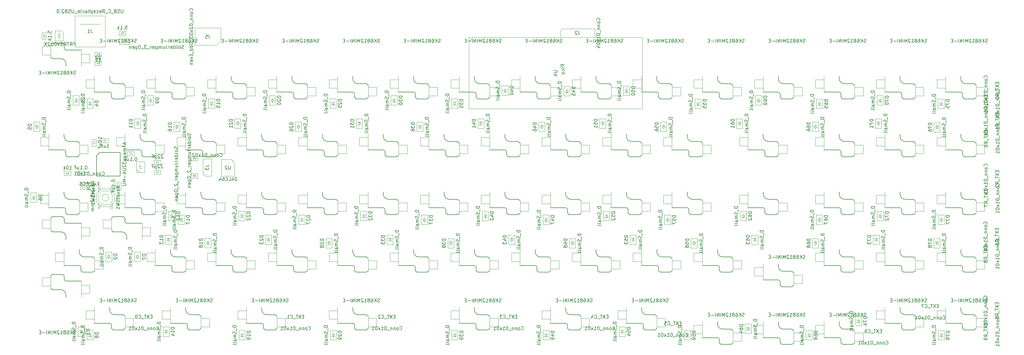
<source format=gbr>
G04 #@! TF.GenerationSoftware,KiCad,Pcbnew,(5.1.10-1-10_14)*
G04 #@! TF.CreationDate,2021-12-13T21:26:31+09:00*
G04 #@! TF.ProjectId,nora,6e6f7261-2e6b-4696-9361-645f70636258,DN:0020*
G04 #@! TF.SameCoordinates,Original*
G04 #@! TF.FileFunction,Other,Fab,Bot*
%FSLAX46Y46*%
G04 Gerber Fmt 4.6, Leading zero omitted, Abs format (unit mm)*
G04 Created by KiCad (PCBNEW (5.1.10-1-10_14)) date 2021-12-13 21:26:31*
%MOMM*%
%LPD*%
G01*
G04 APERTURE LIST*
%ADD10C,0.100000*%
%ADD11C,0.120000*%
%ADD12C,0.150000*%
%ADD13C,0.105000*%
%ADD14C,0.075000*%
%ADD15C,0.080000*%
G04 APERTURE END LIST*
D10*
X74565000Y-66770000D02*
X76470000Y-66770000D01*
X76470000Y-66770000D02*
X76470000Y-61690000D01*
X76470000Y-61690000D02*
X73930000Y-61690000D01*
X73930000Y-61690000D02*
X73930000Y-66135000D01*
X73930000Y-66135000D02*
X74565000Y-66770000D01*
X178879984Y-24040520D02*
X178879984Y-25945520D01*
X178879984Y-25945520D02*
X189039984Y-25945520D01*
X189039984Y-25945520D02*
X189039984Y-23405520D01*
X189039984Y-23405520D02*
X179514984Y-23405520D01*
X179514984Y-23405520D02*
X178879984Y-24040520D01*
D11*
X122476552Y-108625520D02*
X124976552Y-108625520D01*
X124976552Y-108625520D02*
X124976552Y-111125520D01*
X110976552Y-108875520D02*
X110976552Y-106375520D01*
X110976552Y-106375520D02*
X113476552Y-106375520D01*
D12*
X121976552Y-112075520D02*
X118976552Y-112075520D01*
X122476552Y-111575520D02*
X121976552Y-112075520D01*
X121976552Y-107575520D02*
X119476552Y-107575520D01*
X122476552Y-108075520D02*
X121976552Y-107575520D01*
D11*
X124976552Y-111125520D02*
X122476552Y-111125520D01*
D12*
X117976552Y-106075520D02*
X117976552Y-105375520D01*
D11*
X122476552Y-108125520D02*
X122476552Y-111575520D01*
D12*
X113476552Y-110075520D02*
X117976552Y-110075520D01*
X118476552Y-110575520D02*
X118476552Y-111575520D01*
X118976552Y-112075520D02*
X118476552Y-111575520D01*
D11*
X113476552Y-105375520D02*
X113476552Y-110075520D01*
X113476552Y-108875520D02*
X110976552Y-108875520D01*
D12*
X119476552Y-107575520D02*
G75*
G02*
X117976552Y-106075520I0J1500000D01*
G01*
X117976552Y-110075520D02*
G75*
G02*
X118476552Y-110575520I0J-500000D01*
G01*
D11*
X158195304Y-108625520D02*
X160695304Y-108625520D01*
X160695304Y-108625520D02*
X160695304Y-111125520D01*
X146695304Y-108875520D02*
X146695304Y-106375520D01*
X146695304Y-106375520D02*
X149195304Y-106375520D01*
D12*
X157695304Y-112075520D02*
X154695304Y-112075520D01*
X158195304Y-111575520D02*
X157695304Y-112075520D01*
X157695304Y-107575520D02*
X155195304Y-107575520D01*
X158195304Y-108075520D02*
X157695304Y-107575520D01*
D11*
X160695304Y-111125520D02*
X158195304Y-111125520D01*
D12*
X153695304Y-106075520D02*
X153695304Y-105375520D01*
D11*
X158195304Y-108125520D02*
X158195304Y-111575520D01*
D12*
X149195304Y-110075520D02*
X153695304Y-110075520D01*
X154195304Y-110575520D02*
X154195304Y-111575520D01*
X154695304Y-112075520D02*
X154195304Y-111575520D01*
D11*
X149195304Y-105375520D02*
X149195304Y-110075520D01*
X149195304Y-108875520D02*
X146695304Y-108875520D01*
D12*
X155195304Y-107575520D02*
G75*
G02*
X153695304Y-106075520I0J1500000D01*
G01*
X153695304Y-110075520D02*
G75*
G02*
X154195304Y-110575520I0J-500000D01*
G01*
D11*
X33109360Y-91875520D02*
X30609360Y-91875520D01*
X33109360Y-88375520D02*
X33109360Y-93075520D01*
D12*
X38609360Y-95075520D02*
X38109360Y-94575520D01*
X38109360Y-93575520D02*
X38109360Y-94575520D01*
X33109360Y-93075520D02*
X37609360Y-93075520D01*
D11*
X42109360Y-91125520D02*
X42109360Y-94575520D01*
D12*
X37609360Y-89075520D02*
X37609360Y-88375520D01*
D11*
X44609360Y-94125520D02*
X42109360Y-94125520D01*
D12*
X42109360Y-91075520D02*
X41609360Y-90575520D01*
X41609360Y-90575520D02*
X39109360Y-90575520D01*
X42109360Y-94575520D02*
X41609360Y-95075520D01*
X41609360Y-95075520D02*
X38609360Y-95075520D01*
D11*
X30609360Y-89375520D02*
X33109360Y-89375520D01*
X30609360Y-91875520D02*
X30609360Y-89375520D01*
X44609360Y-91625520D02*
X44609360Y-94125520D01*
X42109360Y-91625520D02*
X44609360Y-91625520D01*
D12*
X39109360Y-90575520D02*
G75*
G02*
X37609360Y-89075520I0J1500000D01*
G01*
X37609360Y-93075520D02*
G75*
G02*
X38109360Y-93575520I0J-500000D01*
G01*
D11*
X28644516Y-57875520D02*
X26144516Y-57875520D01*
X28644516Y-54375520D02*
X28644516Y-59075520D01*
D12*
X34144516Y-61075520D02*
X33644516Y-60575520D01*
X33644516Y-59575520D02*
X33644516Y-60575520D01*
X28644516Y-59075520D02*
X33144516Y-59075520D01*
D11*
X37644516Y-57125520D02*
X37644516Y-60575520D01*
D12*
X33144516Y-55075520D02*
X33144516Y-54375520D01*
D11*
X40144516Y-60125520D02*
X37644516Y-60125520D01*
D12*
X37644516Y-57075520D02*
X37144516Y-56575520D01*
X37144516Y-56575520D02*
X34644516Y-56575520D01*
X37644516Y-60575520D02*
X37144516Y-61075520D01*
X37144516Y-61075520D02*
X34144516Y-61075520D01*
D11*
X26144516Y-55375520D02*
X28644516Y-55375520D01*
X26144516Y-57875520D02*
X26144516Y-55375520D01*
X40144516Y-57625520D02*
X40144516Y-60125520D01*
X37644516Y-57625520D02*
X40144516Y-57625520D01*
D12*
X34644516Y-56575520D02*
G75*
G02*
X33144516Y-55075520I0J1500000D01*
G01*
X33144516Y-59075520D02*
G75*
G02*
X33644516Y-59575520I0J-500000D01*
G01*
D11*
X28644516Y-74875520D02*
X26144516Y-74875520D01*
X28644516Y-71375520D02*
X28644516Y-76075520D01*
D12*
X34144516Y-78075520D02*
X33644516Y-77575520D01*
X33644516Y-76575520D02*
X33644516Y-77575520D01*
X28644516Y-76075520D02*
X33144516Y-76075520D01*
D11*
X37644516Y-74125520D02*
X37644516Y-77575520D01*
D12*
X33144516Y-72075520D02*
X33144516Y-71375520D01*
D11*
X40144516Y-77125520D02*
X37644516Y-77125520D01*
D12*
X37644516Y-74075520D02*
X37144516Y-73575520D01*
X37144516Y-73575520D02*
X34644516Y-73575520D01*
X37644516Y-77575520D02*
X37144516Y-78075520D01*
X37144516Y-78075520D02*
X34144516Y-78075520D01*
D11*
X26144516Y-72375520D02*
X28644516Y-72375520D01*
X26144516Y-74875520D02*
X26144516Y-72375520D01*
X40144516Y-74625520D02*
X40144516Y-77125520D01*
X37644516Y-74625520D02*
X40144516Y-74625520D01*
D12*
X34644516Y-73575520D02*
G75*
G02*
X33144516Y-72075520I0J1500000D01*
G01*
X33144516Y-76075520D02*
G75*
G02*
X33644516Y-76575520I0J-500000D01*
G01*
D11*
X64363268Y-108875520D02*
X61863268Y-108875520D01*
X64363268Y-105375520D02*
X64363268Y-110075520D01*
D12*
X69863268Y-112075520D02*
X69363268Y-111575520D01*
X69363268Y-110575520D02*
X69363268Y-111575520D01*
X64363268Y-110075520D02*
X68863268Y-110075520D01*
D11*
X73363268Y-108125520D02*
X73363268Y-111575520D01*
D12*
X68863268Y-106075520D02*
X68863268Y-105375520D01*
D11*
X75863268Y-111125520D02*
X73363268Y-111125520D01*
D12*
X73363268Y-108075520D02*
X72863268Y-107575520D01*
X72863268Y-107575520D02*
X70363268Y-107575520D01*
X73363268Y-111575520D02*
X72863268Y-112075520D01*
X72863268Y-112075520D02*
X69863268Y-112075520D01*
D11*
X61863268Y-106375520D02*
X64363268Y-106375520D01*
X61863268Y-108875520D02*
X61863268Y-106375520D01*
X75863268Y-108625520D02*
X75863268Y-111125520D01*
X73363268Y-108625520D02*
X75863268Y-108625520D01*
D12*
X70363268Y-107575520D02*
G75*
G02*
X68863268Y-106075520I0J1500000D01*
G01*
X68863268Y-110075520D02*
G75*
G02*
X69363268Y-110575520I0J-500000D01*
G01*
D11*
X198308588Y-108875520D02*
X195808588Y-108875520D01*
X198308588Y-105375520D02*
X198308588Y-110075520D01*
D12*
X203808588Y-112075520D02*
X203308588Y-111575520D01*
X203308588Y-110575520D02*
X203308588Y-111575520D01*
X198308588Y-110075520D02*
X202808588Y-110075520D01*
D11*
X207308588Y-108125520D02*
X207308588Y-111575520D01*
D12*
X202808588Y-106075520D02*
X202808588Y-105375520D01*
D11*
X209808588Y-111125520D02*
X207308588Y-111125520D01*
D12*
X207308588Y-108075520D02*
X206808588Y-107575520D01*
X206808588Y-107575520D02*
X204308588Y-107575520D01*
X207308588Y-111575520D02*
X206808588Y-112075520D01*
X206808588Y-112075520D02*
X203808588Y-112075520D01*
D11*
X195808588Y-106375520D02*
X198308588Y-106375520D01*
X195808588Y-108875520D02*
X195808588Y-106375520D01*
X209808588Y-108625520D02*
X209808588Y-111125520D01*
X207308588Y-108625520D02*
X209808588Y-108625520D01*
D12*
X204308588Y-107575520D02*
G75*
G02*
X202808588Y-106075520I0J1500000D01*
G01*
X202808588Y-110075520D02*
G75*
G02*
X203308588Y-110575520I0J-500000D01*
G01*
D11*
X234027340Y-57875520D02*
X231527340Y-57875520D01*
X234027340Y-54375520D02*
X234027340Y-59075520D01*
D12*
X239527340Y-61075520D02*
X239027340Y-60575520D01*
X239027340Y-59575520D02*
X239027340Y-60575520D01*
X234027340Y-59075520D02*
X238527340Y-59075520D01*
D11*
X243027340Y-57125520D02*
X243027340Y-60575520D01*
D12*
X238527340Y-55075520D02*
X238527340Y-54375520D01*
D11*
X245527340Y-60125520D02*
X243027340Y-60125520D01*
D12*
X243027340Y-57075520D02*
X242527340Y-56575520D01*
X242527340Y-56575520D02*
X240027340Y-56575520D01*
X243027340Y-60575520D02*
X242527340Y-61075520D01*
X242527340Y-61075520D02*
X239527340Y-61075520D01*
D11*
X231527340Y-55375520D02*
X234027340Y-55375520D01*
X231527340Y-57875520D02*
X231527340Y-55375520D01*
X245527340Y-57625520D02*
X245527340Y-60125520D01*
X243027340Y-57625520D02*
X245527340Y-57625520D01*
D12*
X240027340Y-56575520D02*
G75*
G02*
X238527340Y-55075520I0J1500000D01*
G01*
X238527340Y-59075520D02*
G75*
G02*
X239027340Y-59575520I0J-500000D01*
G01*
D11*
X234027340Y-74875520D02*
X231527340Y-74875520D01*
X234027340Y-71375520D02*
X234027340Y-76075520D01*
D12*
X239527340Y-78075520D02*
X239027340Y-77575520D01*
X239027340Y-76575520D02*
X239027340Y-77575520D01*
X234027340Y-76075520D02*
X238527340Y-76075520D01*
D11*
X243027340Y-74125520D02*
X243027340Y-77575520D01*
D12*
X238527340Y-72075520D02*
X238527340Y-71375520D01*
D11*
X245527340Y-77125520D02*
X243027340Y-77125520D01*
D12*
X243027340Y-74075520D02*
X242527340Y-73575520D01*
X242527340Y-73575520D02*
X240027340Y-73575520D01*
X243027340Y-77575520D02*
X242527340Y-78075520D01*
X242527340Y-78075520D02*
X239527340Y-78075520D01*
D11*
X231527340Y-72375520D02*
X234027340Y-72375520D01*
X231527340Y-74875520D02*
X231527340Y-72375520D01*
X245527340Y-74625520D02*
X245527340Y-77125520D01*
X243027340Y-74625520D02*
X245527340Y-74625520D01*
D12*
X240027340Y-73575520D02*
G75*
G02*
X238527340Y-72075520I0J1500000D01*
G01*
X238527340Y-76075520D02*
G75*
G02*
X239027340Y-76575520I0J-500000D01*
G01*
D11*
X26679672Y-31125520D02*
X26679672Y-28625520D01*
X29179672Y-31125520D02*
X26679672Y-31125520D01*
X40679672Y-33375520D02*
X38179672Y-33375520D01*
X40679672Y-30875520D02*
X40679672Y-33375520D01*
X38179672Y-30875520D02*
X40679672Y-30875520D01*
X38179672Y-34375520D02*
X38179672Y-29675520D01*
D12*
X32679672Y-27675520D02*
X33179672Y-28175520D01*
X33179672Y-29175520D02*
X33179672Y-28175520D01*
X38179672Y-29675520D02*
X33679672Y-29675520D01*
D11*
X29179672Y-31625520D02*
X29179672Y-28175520D01*
D12*
X33679672Y-33675520D02*
X33679672Y-34375520D01*
D11*
X26679672Y-28625520D02*
X29179672Y-28625520D01*
D12*
X29179672Y-31675520D02*
X29679672Y-32175520D01*
X29679672Y-32175520D02*
X32179672Y-32175520D01*
X29179672Y-28175520D02*
X29679672Y-27675520D01*
X29679672Y-27675520D02*
X32679672Y-27675520D01*
X33679672Y-29675520D02*
G75*
G02*
X33179672Y-29175520I0J500000D01*
G01*
X32179672Y-32175520D02*
G75*
G02*
X33679672Y-33675520I0J-1500000D01*
G01*
D11*
X26679672Y-82125520D02*
X26679672Y-79625520D01*
X29179672Y-82125520D02*
X26679672Y-82125520D01*
X40679672Y-84375520D02*
X38179672Y-84375520D01*
X40679672Y-81875520D02*
X40679672Y-84375520D01*
X38179672Y-81875520D02*
X40679672Y-81875520D01*
X38179672Y-85375520D02*
X38179672Y-80675520D01*
D12*
X32679672Y-78675520D02*
X33179672Y-79175520D01*
X33179672Y-80175520D02*
X33179672Y-79175520D01*
X38179672Y-80675520D02*
X33679672Y-80675520D01*
D11*
X29179672Y-82625520D02*
X29179672Y-79175520D01*
D12*
X33679672Y-84675520D02*
X33679672Y-85375520D01*
D11*
X26679672Y-79625520D02*
X29179672Y-79625520D01*
D12*
X29179672Y-82675520D02*
X29679672Y-83175520D01*
X29679672Y-83175520D02*
X32179672Y-83175520D01*
X29179672Y-79175520D02*
X29679672Y-78675520D01*
X29679672Y-78675520D02*
X32679672Y-78675520D01*
X33679672Y-80675520D02*
G75*
G02*
X33179672Y-80175520I0J500000D01*
G01*
X32179672Y-83175520D02*
G75*
G02*
X33679672Y-84675520I0J-1500000D01*
G01*
D11*
X26679672Y-99125520D02*
X26679672Y-96625520D01*
X29179672Y-99125520D02*
X26679672Y-99125520D01*
X40679672Y-101375520D02*
X38179672Y-101375520D01*
X40679672Y-98875520D02*
X40679672Y-101375520D01*
X38179672Y-98875520D02*
X40679672Y-98875520D01*
X38179672Y-102375520D02*
X38179672Y-97675520D01*
D12*
X32679672Y-95675520D02*
X33179672Y-96175520D01*
X33179672Y-97175520D02*
X33179672Y-96175520D01*
X38179672Y-97675520D02*
X33679672Y-97675520D01*
D11*
X29179672Y-99625520D02*
X29179672Y-96175520D01*
D12*
X33679672Y-101675520D02*
X33679672Y-102375520D01*
D11*
X26679672Y-96625520D02*
X29179672Y-96625520D01*
D12*
X29179672Y-99675520D02*
X29679672Y-100175520D01*
X29679672Y-100175520D02*
X32179672Y-100175520D01*
X29179672Y-96175520D02*
X29679672Y-95675520D01*
X29679672Y-95675520D02*
X32679672Y-95675520D01*
X33679672Y-97675520D02*
G75*
G02*
X33179672Y-97175520I0J500000D01*
G01*
X32179672Y-100175520D02*
G75*
G02*
X33679672Y-101675520I0J-1500000D01*
G01*
D11*
X53539048Y-40625520D02*
X53539048Y-43125520D01*
X51039048Y-40625520D02*
X53539048Y-40625520D01*
X39539048Y-38375520D02*
X42039048Y-38375520D01*
X39539048Y-40875520D02*
X39539048Y-38375520D01*
X42039048Y-40875520D02*
X39539048Y-40875520D01*
X42039048Y-37375520D02*
X42039048Y-42075520D01*
D12*
X47539048Y-44075520D02*
X47039048Y-43575520D01*
X47039048Y-42575520D02*
X47039048Y-43575520D01*
X42039048Y-42075520D02*
X46539048Y-42075520D01*
D11*
X51039048Y-40125520D02*
X51039048Y-43575520D01*
D12*
X46539048Y-38075520D02*
X46539048Y-37375520D01*
D11*
X53539048Y-43125520D02*
X51039048Y-43125520D01*
D12*
X51039048Y-40075520D02*
X50539048Y-39575520D01*
X50539048Y-39575520D02*
X48039048Y-39575520D01*
X51039048Y-43575520D02*
X50539048Y-44075520D01*
X50539048Y-44075520D02*
X47539048Y-44075520D01*
X46539048Y-42075520D02*
G75*
G02*
X47039048Y-42575520I0J-500000D01*
G01*
X48039048Y-39575520D02*
G75*
G02*
X46539048Y-38075520I0J1500000D01*
G01*
D11*
X44539048Y-82125520D02*
X44539048Y-79625520D01*
X47039048Y-82125520D02*
X44539048Y-82125520D01*
X58539048Y-84375520D02*
X56039048Y-84375520D01*
X58539048Y-81875520D02*
X58539048Y-84375520D01*
X56039048Y-81875520D02*
X58539048Y-81875520D01*
X56039048Y-85375520D02*
X56039048Y-80675520D01*
D12*
X50539048Y-78675520D02*
X51039048Y-79175520D01*
X51039048Y-80175520D02*
X51039048Y-79175520D01*
X56039048Y-80675520D02*
X51539048Y-80675520D01*
D11*
X47039048Y-82625520D02*
X47039048Y-79175520D01*
D12*
X51539048Y-84675520D02*
X51539048Y-85375520D01*
D11*
X44539048Y-79625520D02*
X47039048Y-79625520D01*
D12*
X47039048Y-82675520D02*
X47539048Y-83175520D01*
X47539048Y-83175520D02*
X50039048Y-83175520D01*
X47039048Y-79175520D02*
X47539048Y-78675520D01*
X47539048Y-78675520D02*
X50539048Y-78675520D01*
X51539048Y-80675520D02*
G75*
G02*
X51039048Y-80175520I0J500000D01*
G01*
X50039048Y-83175520D02*
G75*
G02*
X51539048Y-84675520I0J-1500000D01*
G01*
D11*
X53539048Y-108625520D02*
X53539048Y-111125520D01*
X51039048Y-108625520D02*
X53539048Y-108625520D01*
X39539048Y-106375520D02*
X42039048Y-106375520D01*
X39539048Y-108875520D02*
X39539048Y-106375520D01*
X42039048Y-108875520D02*
X39539048Y-108875520D01*
X42039048Y-105375520D02*
X42039048Y-110075520D01*
D12*
X47539048Y-112075520D02*
X47039048Y-111575520D01*
X47039048Y-110575520D02*
X47039048Y-111575520D01*
X42039048Y-110075520D02*
X46539048Y-110075520D01*
D11*
X51039048Y-108125520D02*
X51039048Y-111575520D01*
D12*
X46539048Y-106075520D02*
X46539048Y-105375520D01*
D11*
X53539048Y-111125520D02*
X51039048Y-111125520D01*
D12*
X51039048Y-108075520D02*
X50539048Y-107575520D01*
X50539048Y-107575520D02*
X48039048Y-107575520D01*
X51039048Y-111575520D02*
X50539048Y-112075520D01*
X50539048Y-112075520D02*
X47539048Y-112075520D01*
X46539048Y-110075520D02*
G75*
G02*
X47039048Y-110575520I0J-500000D01*
G01*
X48039048Y-107575520D02*
G75*
G02*
X46539048Y-106075520I0J1500000D01*
G01*
D11*
X71398424Y-40625520D02*
X71398424Y-43125520D01*
X68898424Y-40625520D02*
X71398424Y-40625520D01*
X57398424Y-38375520D02*
X59898424Y-38375520D01*
X57398424Y-40875520D02*
X57398424Y-38375520D01*
X59898424Y-40875520D02*
X57398424Y-40875520D01*
X59898424Y-37375520D02*
X59898424Y-42075520D01*
D12*
X65398424Y-44075520D02*
X64898424Y-43575520D01*
X64898424Y-42575520D02*
X64898424Y-43575520D01*
X59898424Y-42075520D02*
X64398424Y-42075520D01*
D11*
X68898424Y-40125520D02*
X68898424Y-43575520D01*
D12*
X64398424Y-38075520D02*
X64398424Y-37375520D01*
D11*
X71398424Y-43125520D02*
X68898424Y-43125520D01*
D12*
X68898424Y-40075520D02*
X68398424Y-39575520D01*
X68398424Y-39575520D02*
X65898424Y-39575520D01*
X68898424Y-43575520D02*
X68398424Y-44075520D01*
X68398424Y-44075520D02*
X65398424Y-44075520D01*
X64398424Y-42075520D02*
G75*
G02*
X64898424Y-42575520I0J-500000D01*
G01*
X65898424Y-39575520D02*
G75*
G02*
X64398424Y-38075520I0J1500000D01*
G01*
D11*
X62468736Y-57625520D02*
X62468736Y-60125520D01*
X59968736Y-57625520D02*
X62468736Y-57625520D01*
X48468736Y-55375520D02*
X50968736Y-55375520D01*
X48468736Y-57875520D02*
X48468736Y-55375520D01*
X50968736Y-57875520D02*
X48468736Y-57875520D01*
X50968736Y-54375520D02*
X50968736Y-59075520D01*
D12*
X56468736Y-61075520D02*
X55968736Y-60575520D01*
X55968736Y-59575520D02*
X55968736Y-60575520D01*
X50968736Y-59075520D02*
X55468736Y-59075520D01*
D11*
X59968736Y-57125520D02*
X59968736Y-60575520D01*
D12*
X55468736Y-55075520D02*
X55468736Y-54375520D01*
D11*
X62468736Y-60125520D02*
X59968736Y-60125520D01*
D12*
X59968736Y-57075520D02*
X59468736Y-56575520D01*
X59468736Y-56575520D02*
X56968736Y-56575520D01*
X59968736Y-60575520D02*
X59468736Y-61075520D01*
X59468736Y-61075520D02*
X56468736Y-61075520D01*
X55468736Y-59075520D02*
G75*
G02*
X55968736Y-59575520I0J-500000D01*
G01*
X56968736Y-56575520D02*
G75*
G02*
X55468736Y-55075520I0J1500000D01*
G01*
D11*
X62468736Y-74625520D02*
X62468736Y-77125520D01*
X59968736Y-74625520D02*
X62468736Y-74625520D01*
X48468736Y-72375520D02*
X50968736Y-72375520D01*
X48468736Y-74875520D02*
X48468736Y-72375520D01*
X50968736Y-74875520D02*
X48468736Y-74875520D01*
X50968736Y-71375520D02*
X50968736Y-76075520D01*
D12*
X56468736Y-78075520D02*
X55968736Y-77575520D01*
X55968736Y-76575520D02*
X55968736Y-77575520D01*
X50968736Y-76075520D02*
X55468736Y-76075520D01*
D11*
X59968736Y-74125520D02*
X59968736Y-77575520D01*
D12*
X55468736Y-72075520D02*
X55468736Y-71375520D01*
D11*
X62468736Y-77125520D02*
X59968736Y-77125520D01*
D12*
X59968736Y-74075520D02*
X59468736Y-73575520D01*
X59468736Y-73575520D02*
X56968736Y-73575520D01*
X59968736Y-77575520D02*
X59468736Y-78075520D01*
X59468736Y-78075520D02*
X56468736Y-78075520D01*
X55468736Y-76075520D02*
G75*
G02*
X55968736Y-76575520I0J-500000D01*
G01*
X56968736Y-73575520D02*
G75*
G02*
X55468736Y-72075520I0J1500000D01*
G01*
D11*
X71398424Y-91625520D02*
X71398424Y-94125520D01*
X68898424Y-91625520D02*
X71398424Y-91625520D01*
X57398424Y-89375520D02*
X59898424Y-89375520D01*
X57398424Y-91875520D02*
X57398424Y-89375520D01*
X59898424Y-91875520D02*
X57398424Y-91875520D01*
X59898424Y-88375520D02*
X59898424Y-93075520D01*
D12*
X65398424Y-95075520D02*
X64898424Y-94575520D01*
X64898424Y-93575520D02*
X64898424Y-94575520D01*
X59898424Y-93075520D02*
X64398424Y-93075520D01*
D11*
X68898424Y-91125520D02*
X68898424Y-94575520D01*
D12*
X64398424Y-89075520D02*
X64398424Y-88375520D01*
D11*
X71398424Y-94125520D02*
X68898424Y-94125520D01*
D12*
X68898424Y-91075520D02*
X68398424Y-90575520D01*
X68398424Y-90575520D02*
X65898424Y-90575520D01*
X68898424Y-94575520D02*
X68398424Y-95075520D01*
X68398424Y-95075520D02*
X65398424Y-95075520D01*
X64398424Y-93075520D02*
G75*
G02*
X64898424Y-93575520I0J-500000D01*
G01*
X65898424Y-90575520D02*
G75*
G02*
X64398424Y-89075520I0J1500000D01*
G01*
D11*
X89257800Y-40625520D02*
X89257800Y-43125520D01*
X86757800Y-40625520D02*
X89257800Y-40625520D01*
X75257800Y-38375520D02*
X77757800Y-38375520D01*
X75257800Y-40875520D02*
X75257800Y-38375520D01*
X77757800Y-40875520D02*
X75257800Y-40875520D01*
X77757800Y-37375520D02*
X77757800Y-42075520D01*
D12*
X83257800Y-44075520D02*
X82757800Y-43575520D01*
X82757800Y-42575520D02*
X82757800Y-43575520D01*
X77757800Y-42075520D02*
X82257800Y-42075520D01*
D11*
X86757800Y-40125520D02*
X86757800Y-43575520D01*
D12*
X82257800Y-38075520D02*
X82257800Y-37375520D01*
D11*
X89257800Y-43125520D02*
X86757800Y-43125520D01*
D12*
X86757800Y-40075520D02*
X86257800Y-39575520D01*
X86257800Y-39575520D02*
X83757800Y-39575520D01*
X86757800Y-43575520D02*
X86257800Y-44075520D01*
X86257800Y-44075520D02*
X83257800Y-44075520D01*
X82257800Y-42075520D02*
G75*
G02*
X82757800Y-42575520I0J-500000D01*
G01*
X83757800Y-39575520D02*
G75*
G02*
X82257800Y-38075520I0J1500000D01*
G01*
D11*
X80328112Y-57625520D02*
X80328112Y-60125520D01*
X77828112Y-57625520D02*
X80328112Y-57625520D01*
X66328112Y-55375520D02*
X68828112Y-55375520D01*
X66328112Y-57875520D02*
X66328112Y-55375520D01*
X68828112Y-57875520D02*
X66328112Y-57875520D01*
X68828112Y-54375520D02*
X68828112Y-59075520D01*
D12*
X74328112Y-61075520D02*
X73828112Y-60575520D01*
X73828112Y-59575520D02*
X73828112Y-60575520D01*
X68828112Y-59075520D02*
X73328112Y-59075520D01*
D11*
X77828112Y-57125520D02*
X77828112Y-60575520D01*
D12*
X73328112Y-55075520D02*
X73328112Y-54375520D01*
D11*
X80328112Y-60125520D02*
X77828112Y-60125520D01*
D12*
X77828112Y-57075520D02*
X77328112Y-56575520D01*
X77328112Y-56575520D02*
X74828112Y-56575520D01*
X77828112Y-60575520D02*
X77328112Y-61075520D01*
X77328112Y-61075520D02*
X74328112Y-61075520D01*
X73328112Y-59075520D02*
G75*
G02*
X73828112Y-59575520I0J-500000D01*
G01*
X74828112Y-56575520D02*
G75*
G02*
X73328112Y-55075520I0J1500000D01*
G01*
D11*
X80328112Y-74625520D02*
X80328112Y-77125520D01*
X77828112Y-74625520D02*
X80328112Y-74625520D01*
X66328112Y-72375520D02*
X68828112Y-72375520D01*
X66328112Y-74875520D02*
X66328112Y-72375520D01*
X68828112Y-74875520D02*
X66328112Y-74875520D01*
X68828112Y-71375520D02*
X68828112Y-76075520D01*
D12*
X74328112Y-78075520D02*
X73828112Y-77575520D01*
X73828112Y-76575520D02*
X73828112Y-77575520D01*
X68828112Y-76075520D02*
X73328112Y-76075520D01*
D11*
X77828112Y-74125520D02*
X77828112Y-77575520D01*
D12*
X73328112Y-72075520D02*
X73328112Y-71375520D01*
D11*
X80328112Y-77125520D02*
X77828112Y-77125520D01*
D12*
X77828112Y-74075520D02*
X77328112Y-73575520D01*
X77328112Y-73575520D02*
X74828112Y-73575520D01*
X77828112Y-77575520D02*
X77328112Y-78075520D01*
X77328112Y-78075520D02*
X74328112Y-78075520D01*
X73328112Y-76075520D02*
G75*
G02*
X73828112Y-76575520I0J-500000D01*
G01*
X74828112Y-73575520D02*
G75*
G02*
X73328112Y-72075520I0J1500000D01*
G01*
D11*
X89257800Y-91625520D02*
X89257800Y-94125520D01*
X86757800Y-91625520D02*
X89257800Y-91625520D01*
X75257800Y-89375520D02*
X77757800Y-89375520D01*
X75257800Y-91875520D02*
X75257800Y-89375520D01*
X77757800Y-91875520D02*
X75257800Y-91875520D01*
X77757800Y-88375520D02*
X77757800Y-93075520D01*
D12*
X83257800Y-95075520D02*
X82757800Y-94575520D01*
X82757800Y-93575520D02*
X82757800Y-94575520D01*
X77757800Y-93075520D02*
X82257800Y-93075520D01*
D11*
X86757800Y-91125520D02*
X86757800Y-94575520D01*
D12*
X82257800Y-89075520D02*
X82257800Y-88375520D01*
D11*
X89257800Y-94125520D02*
X86757800Y-94125520D01*
D12*
X86757800Y-91075520D02*
X86257800Y-90575520D01*
X86257800Y-90575520D02*
X83757800Y-90575520D01*
X86757800Y-94575520D02*
X86257800Y-95075520D01*
X86257800Y-95075520D02*
X83257800Y-95075520D01*
X82257800Y-93075520D02*
G75*
G02*
X82757800Y-93575520I0J-500000D01*
G01*
X83757800Y-90575520D02*
G75*
G02*
X82257800Y-89075520I0J1500000D01*
G01*
D11*
X98187488Y-108625520D02*
X98187488Y-111125520D01*
X95687488Y-108625520D02*
X98187488Y-108625520D01*
X84187488Y-106375520D02*
X86687488Y-106375520D01*
X84187488Y-108875520D02*
X84187488Y-106375520D01*
X86687488Y-108875520D02*
X84187488Y-108875520D01*
X86687488Y-105375520D02*
X86687488Y-110075520D01*
D12*
X92187488Y-112075520D02*
X91687488Y-111575520D01*
X91687488Y-110575520D02*
X91687488Y-111575520D01*
X86687488Y-110075520D02*
X91187488Y-110075520D01*
D11*
X95687488Y-108125520D02*
X95687488Y-111575520D01*
D12*
X91187488Y-106075520D02*
X91187488Y-105375520D01*
D11*
X98187488Y-111125520D02*
X95687488Y-111125520D01*
D12*
X95687488Y-108075520D02*
X95187488Y-107575520D01*
X95187488Y-107575520D02*
X92687488Y-107575520D01*
X95687488Y-111575520D02*
X95187488Y-112075520D01*
X95187488Y-112075520D02*
X92187488Y-112075520D01*
X91187488Y-110075520D02*
G75*
G02*
X91687488Y-110575520I0J-500000D01*
G01*
X92687488Y-107575520D02*
G75*
G02*
X91187488Y-106075520I0J1500000D01*
G01*
D11*
X107117176Y-40625520D02*
X107117176Y-43125520D01*
X104617176Y-40625520D02*
X107117176Y-40625520D01*
X93117176Y-38375520D02*
X95617176Y-38375520D01*
X93117176Y-40875520D02*
X93117176Y-38375520D01*
X95617176Y-40875520D02*
X93117176Y-40875520D01*
X95617176Y-37375520D02*
X95617176Y-42075520D01*
D12*
X101117176Y-44075520D02*
X100617176Y-43575520D01*
X100617176Y-42575520D02*
X100617176Y-43575520D01*
X95617176Y-42075520D02*
X100117176Y-42075520D01*
D11*
X104617176Y-40125520D02*
X104617176Y-43575520D01*
D12*
X100117176Y-38075520D02*
X100117176Y-37375520D01*
D11*
X107117176Y-43125520D02*
X104617176Y-43125520D01*
D12*
X104617176Y-40075520D02*
X104117176Y-39575520D01*
X104117176Y-39575520D02*
X101617176Y-39575520D01*
X104617176Y-43575520D02*
X104117176Y-44075520D01*
X104117176Y-44075520D02*
X101117176Y-44075520D01*
X100117176Y-42075520D02*
G75*
G02*
X100617176Y-42575520I0J-500000D01*
G01*
X101617176Y-39575520D02*
G75*
G02*
X100117176Y-38075520I0J1500000D01*
G01*
D11*
X98187488Y-57625520D02*
X98187488Y-60125520D01*
X95687488Y-57625520D02*
X98187488Y-57625520D01*
X84187488Y-55375520D02*
X86687488Y-55375520D01*
X84187488Y-57875520D02*
X84187488Y-55375520D01*
X86687488Y-57875520D02*
X84187488Y-57875520D01*
X86687488Y-54375520D02*
X86687488Y-59075520D01*
D12*
X92187488Y-61075520D02*
X91687488Y-60575520D01*
X91687488Y-59575520D02*
X91687488Y-60575520D01*
X86687488Y-59075520D02*
X91187488Y-59075520D01*
D11*
X95687488Y-57125520D02*
X95687488Y-60575520D01*
D12*
X91187488Y-55075520D02*
X91187488Y-54375520D01*
D11*
X98187488Y-60125520D02*
X95687488Y-60125520D01*
D12*
X95687488Y-57075520D02*
X95187488Y-56575520D01*
X95187488Y-56575520D02*
X92687488Y-56575520D01*
X95687488Y-60575520D02*
X95187488Y-61075520D01*
X95187488Y-61075520D02*
X92187488Y-61075520D01*
X91187488Y-59075520D02*
G75*
G02*
X91687488Y-59575520I0J-500000D01*
G01*
X92687488Y-56575520D02*
G75*
G02*
X91187488Y-55075520I0J1500000D01*
G01*
D11*
X98187488Y-74625520D02*
X98187488Y-77125520D01*
X95687488Y-74625520D02*
X98187488Y-74625520D01*
X84187488Y-72375520D02*
X86687488Y-72375520D01*
X84187488Y-74875520D02*
X84187488Y-72375520D01*
X86687488Y-74875520D02*
X84187488Y-74875520D01*
X86687488Y-71375520D02*
X86687488Y-76075520D01*
D12*
X92187488Y-78075520D02*
X91687488Y-77575520D01*
X91687488Y-76575520D02*
X91687488Y-77575520D01*
X86687488Y-76075520D02*
X91187488Y-76075520D01*
D11*
X95687488Y-74125520D02*
X95687488Y-77575520D01*
D12*
X91187488Y-72075520D02*
X91187488Y-71375520D01*
D11*
X98187488Y-77125520D02*
X95687488Y-77125520D01*
D12*
X95687488Y-74075520D02*
X95187488Y-73575520D01*
X95187488Y-73575520D02*
X92687488Y-73575520D01*
X95687488Y-77575520D02*
X95187488Y-78075520D01*
X95187488Y-78075520D02*
X92187488Y-78075520D01*
X91187488Y-76075520D02*
G75*
G02*
X91687488Y-76575520I0J-500000D01*
G01*
X92687488Y-73575520D02*
G75*
G02*
X91187488Y-72075520I0J1500000D01*
G01*
D11*
X107117176Y-91625520D02*
X107117176Y-94125520D01*
X104617176Y-91625520D02*
X107117176Y-91625520D01*
X93117176Y-89375520D02*
X95617176Y-89375520D01*
X93117176Y-91875520D02*
X93117176Y-89375520D01*
X95617176Y-91875520D02*
X93117176Y-91875520D01*
X95617176Y-88375520D02*
X95617176Y-93075520D01*
D12*
X101117176Y-95075520D02*
X100617176Y-94575520D01*
X100617176Y-93575520D02*
X100617176Y-94575520D01*
X95617176Y-93075520D02*
X100117176Y-93075520D01*
D11*
X104617176Y-91125520D02*
X104617176Y-94575520D01*
D12*
X100117176Y-89075520D02*
X100117176Y-88375520D01*
D11*
X107117176Y-94125520D02*
X104617176Y-94125520D01*
D12*
X104617176Y-91075520D02*
X104117176Y-90575520D01*
X104117176Y-90575520D02*
X101617176Y-90575520D01*
X104617176Y-94575520D02*
X104117176Y-95075520D01*
X104117176Y-95075520D02*
X101117176Y-95075520D01*
X100117176Y-93075520D02*
G75*
G02*
X100617176Y-93575520I0J-500000D01*
G01*
X101617176Y-90575520D02*
G75*
G02*
X100117176Y-89075520I0J1500000D01*
G01*
D11*
X124976552Y-40625520D02*
X124976552Y-43125520D01*
X122476552Y-40625520D02*
X124976552Y-40625520D01*
X110976552Y-38375520D02*
X113476552Y-38375520D01*
X110976552Y-40875520D02*
X110976552Y-38375520D01*
X113476552Y-40875520D02*
X110976552Y-40875520D01*
X113476552Y-37375520D02*
X113476552Y-42075520D01*
D12*
X118976552Y-44075520D02*
X118476552Y-43575520D01*
X118476552Y-42575520D02*
X118476552Y-43575520D01*
X113476552Y-42075520D02*
X117976552Y-42075520D01*
D11*
X122476552Y-40125520D02*
X122476552Y-43575520D01*
D12*
X117976552Y-38075520D02*
X117976552Y-37375520D01*
D11*
X124976552Y-43125520D02*
X122476552Y-43125520D01*
D12*
X122476552Y-40075520D02*
X121976552Y-39575520D01*
X121976552Y-39575520D02*
X119476552Y-39575520D01*
X122476552Y-43575520D02*
X121976552Y-44075520D01*
X121976552Y-44075520D02*
X118976552Y-44075520D01*
X117976552Y-42075520D02*
G75*
G02*
X118476552Y-42575520I0J-500000D01*
G01*
X119476552Y-39575520D02*
G75*
G02*
X117976552Y-38075520I0J1500000D01*
G01*
D11*
X116046864Y-57625520D02*
X116046864Y-60125520D01*
X113546864Y-57625520D02*
X116046864Y-57625520D01*
X102046864Y-55375520D02*
X104546864Y-55375520D01*
X102046864Y-57875520D02*
X102046864Y-55375520D01*
X104546864Y-57875520D02*
X102046864Y-57875520D01*
X104546864Y-54375520D02*
X104546864Y-59075520D01*
D12*
X110046864Y-61075520D02*
X109546864Y-60575520D01*
X109546864Y-59575520D02*
X109546864Y-60575520D01*
X104546864Y-59075520D02*
X109046864Y-59075520D01*
D11*
X113546864Y-57125520D02*
X113546864Y-60575520D01*
D12*
X109046864Y-55075520D02*
X109046864Y-54375520D01*
D11*
X116046864Y-60125520D02*
X113546864Y-60125520D01*
D12*
X113546864Y-57075520D02*
X113046864Y-56575520D01*
X113046864Y-56575520D02*
X110546864Y-56575520D01*
X113546864Y-60575520D02*
X113046864Y-61075520D01*
X113046864Y-61075520D02*
X110046864Y-61075520D01*
X109046864Y-59075520D02*
G75*
G02*
X109546864Y-59575520I0J-500000D01*
G01*
X110546864Y-56575520D02*
G75*
G02*
X109046864Y-55075520I0J1500000D01*
G01*
D11*
X116046864Y-74625520D02*
X116046864Y-77125520D01*
X113546864Y-74625520D02*
X116046864Y-74625520D01*
X102046864Y-72375520D02*
X104546864Y-72375520D01*
X102046864Y-74875520D02*
X102046864Y-72375520D01*
X104546864Y-74875520D02*
X102046864Y-74875520D01*
X104546864Y-71375520D02*
X104546864Y-76075520D01*
D12*
X110046864Y-78075520D02*
X109546864Y-77575520D01*
X109546864Y-76575520D02*
X109546864Y-77575520D01*
X104546864Y-76075520D02*
X109046864Y-76075520D01*
D11*
X113546864Y-74125520D02*
X113546864Y-77575520D01*
D12*
X109046864Y-72075520D02*
X109046864Y-71375520D01*
D11*
X116046864Y-77125520D02*
X113546864Y-77125520D01*
D12*
X113546864Y-74075520D02*
X113046864Y-73575520D01*
X113046864Y-73575520D02*
X110546864Y-73575520D01*
X113546864Y-77575520D02*
X113046864Y-78075520D01*
X113046864Y-78075520D02*
X110046864Y-78075520D01*
X109046864Y-76075520D02*
G75*
G02*
X109546864Y-76575520I0J-500000D01*
G01*
X110546864Y-73575520D02*
G75*
G02*
X109046864Y-72075520I0J1500000D01*
G01*
D11*
X124976552Y-91625520D02*
X124976552Y-94125520D01*
X122476552Y-91625520D02*
X124976552Y-91625520D01*
X110976552Y-89375520D02*
X113476552Y-89375520D01*
X110976552Y-91875520D02*
X110976552Y-89375520D01*
X113476552Y-91875520D02*
X110976552Y-91875520D01*
X113476552Y-88375520D02*
X113476552Y-93075520D01*
D12*
X118976552Y-95075520D02*
X118476552Y-94575520D01*
X118476552Y-93575520D02*
X118476552Y-94575520D01*
X113476552Y-93075520D02*
X117976552Y-93075520D01*
D11*
X122476552Y-91125520D02*
X122476552Y-94575520D01*
D12*
X117976552Y-89075520D02*
X117976552Y-88375520D01*
D11*
X124976552Y-94125520D02*
X122476552Y-94125520D01*
D12*
X122476552Y-91075520D02*
X121976552Y-90575520D01*
X121976552Y-90575520D02*
X119476552Y-90575520D01*
X122476552Y-94575520D02*
X121976552Y-95075520D01*
X121976552Y-95075520D02*
X118976552Y-95075520D01*
X117976552Y-93075520D02*
G75*
G02*
X118476552Y-93575520I0J-500000D01*
G01*
X119476552Y-90575520D02*
G75*
G02*
X117976552Y-89075520I0J1500000D01*
G01*
D11*
X142835928Y-40625520D02*
X142835928Y-43125520D01*
X140335928Y-40625520D02*
X142835928Y-40625520D01*
X128835928Y-38375520D02*
X131335928Y-38375520D01*
X128835928Y-40875520D02*
X128835928Y-38375520D01*
X131335928Y-40875520D02*
X128835928Y-40875520D01*
X131335928Y-37375520D02*
X131335928Y-42075520D01*
D12*
X136835928Y-44075520D02*
X136335928Y-43575520D01*
X136335928Y-42575520D02*
X136335928Y-43575520D01*
X131335928Y-42075520D02*
X135835928Y-42075520D01*
D11*
X140335928Y-40125520D02*
X140335928Y-43575520D01*
D12*
X135835928Y-38075520D02*
X135835928Y-37375520D01*
D11*
X142835928Y-43125520D02*
X140335928Y-43125520D01*
D12*
X140335928Y-40075520D02*
X139835928Y-39575520D01*
X139835928Y-39575520D02*
X137335928Y-39575520D01*
X140335928Y-43575520D02*
X139835928Y-44075520D01*
X139835928Y-44075520D02*
X136835928Y-44075520D01*
X135835928Y-42075520D02*
G75*
G02*
X136335928Y-42575520I0J-500000D01*
G01*
X137335928Y-39575520D02*
G75*
G02*
X135835928Y-38075520I0J1500000D01*
G01*
D11*
X133906240Y-57625520D02*
X133906240Y-60125520D01*
X131406240Y-57625520D02*
X133906240Y-57625520D01*
X119906240Y-55375520D02*
X122406240Y-55375520D01*
X119906240Y-57875520D02*
X119906240Y-55375520D01*
X122406240Y-57875520D02*
X119906240Y-57875520D01*
X122406240Y-54375520D02*
X122406240Y-59075520D01*
D12*
X127906240Y-61075520D02*
X127406240Y-60575520D01*
X127406240Y-59575520D02*
X127406240Y-60575520D01*
X122406240Y-59075520D02*
X126906240Y-59075520D01*
D11*
X131406240Y-57125520D02*
X131406240Y-60575520D01*
D12*
X126906240Y-55075520D02*
X126906240Y-54375520D01*
D11*
X133906240Y-60125520D02*
X131406240Y-60125520D01*
D12*
X131406240Y-57075520D02*
X130906240Y-56575520D01*
X130906240Y-56575520D02*
X128406240Y-56575520D01*
X131406240Y-60575520D02*
X130906240Y-61075520D01*
X130906240Y-61075520D02*
X127906240Y-61075520D01*
X126906240Y-59075520D02*
G75*
G02*
X127406240Y-59575520I0J-500000D01*
G01*
X128406240Y-56575520D02*
G75*
G02*
X126906240Y-55075520I0J1500000D01*
G01*
D11*
X133906240Y-74625520D02*
X133906240Y-77125520D01*
X131406240Y-74625520D02*
X133906240Y-74625520D01*
X119906240Y-72375520D02*
X122406240Y-72375520D01*
X119906240Y-74875520D02*
X119906240Y-72375520D01*
X122406240Y-74875520D02*
X119906240Y-74875520D01*
X122406240Y-71375520D02*
X122406240Y-76075520D01*
D12*
X127906240Y-78075520D02*
X127406240Y-77575520D01*
X127406240Y-76575520D02*
X127406240Y-77575520D01*
X122406240Y-76075520D02*
X126906240Y-76075520D01*
D11*
X131406240Y-74125520D02*
X131406240Y-77575520D01*
D12*
X126906240Y-72075520D02*
X126906240Y-71375520D01*
D11*
X133906240Y-77125520D02*
X131406240Y-77125520D01*
D12*
X131406240Y-74075520D02*
X130906240Y-73575520D01*
X130906240Y-73575520D02*
X128406240Y-73575520D01*
X131406240Y-77575520D02*
X130906240Y-78075520D01*
X130906240Y-78075520D02*
X127906240Y-78075520D01*
X126906240Y-76075520D02*
G75*
G02*
X127406240Y-76575520I0J-500000D01*
G01*
X128406240Y-73575520D02*
G75*
G02*
X126906240Y-72075520I0J1500000D01*
G01*
D11*
X142835928Y-91625520D02*
X142835928Y-94125520D01*
X140335928Y-91625520D02*
X142835928Y-91625520D01*
X128835928Y-89375520D02*
X131335928Y-89375520D01*
X128835928Y-91875520D02*
X128835928Y-89375520D01*
X131335928Y-91875520D02*
X128835928Y-91875520D01*
X131335928Y-88375520D02*
X131335928Y-93075520D01*
D12*
X136835928Y-95075520D02*
X136335928Y-94575520D01*
X136335928Y-93575520D02*
X136335928Y-94575520D01*
X131335928Y-93075520D02*
X135835928Y-93075520D01*
D11*
X140335928Y-91125520D02*
X140335928Y-94575520D01*
D12*
X135835928Y-89075520D02*
X135835928Y-88375520D01*
D11*
X142835928Y-94125520D02*
X140335928Y-94125520D01*
D12*
X140335928Y-91075520D02*
X139835928Y-90575520D01*
X139835928Y-90575520D02*
X137335928Y-90575520D01*
X140335928Y-94575520D02*
X139835928Y-95075520D01*
X139835928Y-95075520D02*
X136835928Y-95075520D01*
X135835928Y-93075520D02*
G75*
G02*
X136335928Y-93575520I0J-500000D01*
G01*
X137335928Y-90575520D02*
G75*
G02*
X135835928Y-89075520I0J1500000D01*
G01*
D11*
X160695304Y-40625520D02*
X160695304Y-43125520D01*
X158195304Y-40625520D02*
X160695304Y-40625520D01*
X146695304Y-38375520D02*
X149195304Y-38375520D01*
X146695304Y-40875520D02*
X146695304Y-38375520D01*
X149195304Y-40875520D02*
X146695304Y-40875520D01*
X149195304Y-37375520D02*
X149195304Y-42075520D01*
D12*
X154695304Y-44075520D02*
X154195304Y-43575520D01*
X154195304Y-42575520D02*
X154195304Y-43575520D01*
X149195304Y-42075520D02*
X153695304Y-42075520D01*
D11*
X158195304Y-40125520D02*
X158195304Y-43575520D01*
D12*
X153695304Y-38075520D02*
X153695304Y-37375520D01*
D11*
X160695304Y-43125520D02*
X158195304Y-43125520D01*
D12*
X158195304Y-40075520D02*
X157695304Y-39575520D01*
X157695304Y-39575520D02*
X155195304Y-39575520D01*
X158195304Y-43575520D02*
X157695304Y-44075520D01*
X157695304Y-44075520D02*
X154695304Y-44075520D01*
X153695304Y-42075520D02*
G75*
G02*
X154195304Y-42575520I0J-500000D01*
G01*
X155195304Y-39575520D02*
G75*
G02*
X153695304Y-38075520I0J1500000D01*
G01*
D11*
X151765616Y-57625520D02*
X151765616Y-60125520D01*
X149265616Y-57625520D02*
X151765616Y-57625520D01*
X137765616Y-55375520D02*
X140265616Y-55375520D01*
X137765616Y-57875520D02*
X137765616Y-55375520D01*
X140265616Y-57875520D02*
X137765616Y-57875520D01*
X140265616Y-54375520D02*
X140265616Y-59075520D01*
D12*
X145765616Y-61075520D02*
X145265616Y-60575520D01*
X145265616Y-59575520D02*
X145265616Y-60575520D01*
X140265616Y-59075520D02*
X144765616Y-59075520D01*
D11*
X149265616Y-57125520D02*
X149265616Y-60575520D01*
D12*
X144765616Y-55075520D02*
X144765616Y-54375520D01*
D11*
X151765616Y-60125520D02*
X149265616Y-60125520D01*
D12*
X149265616Y-57075520D02*
X148765616Y-56575520D01*
X148765616Y-56575520D02*
X146265616Y-56575520D01*
X149265616Y-60575520D02*
X148765616Y-61075520D01*
X148765616Y-61075520D02*
X145765616Y-61075520D01*
X144765616Y-59075520D02*
G75*
G02*
X145265616Y-59575520I0J-500000D01*
G01*
X146265616Y-56575520D02*
G75*
G02*
X144765616Y-55075520I0J1500000D01*
G01*
D11*
X151765616Y-74625520D02*
X151765616Y-77125520D01*
X149265616Y-74625520D02*
X151765616Y-74625520D01*
X137765616Y-72375520D02*
X140265616Y-72375520D01*
X137765616Y-74875520D02*
X137765616Y-72375520D01*
X140265616Y-74875520D02*
X137765616Y-74875520D01*
X140265616Y-71375520D02*
X140265616Y-76075520D01*
D12*
X145765616Y-78075520D02*
X145265616Y-77575520D01*
X145265616Y-76575520D02*
X145265616Y-77575520D01*
X140265616Y-76075520D02*
X144765616Y-76075520D01*
D11*
X149265616Y-74125520D02*
X149265616Y-77575520D01*
D12*
X144765616Y-72075520D02*
X144765616Y-71375520D01*
D11*
X151765616Y-77125520D02*
X149265616Y-77125520D01*
D12*
X149265616Y-74075520D02*
X148765616Y-73575520D01*
X148765616Y-73575520D02*
X146265616Y-73575520D01*
X149265616Y-77575520D02*
X148765616Y-78075520D01*
X148765616Y-78075520D02*
X145765616Y-78075520D01*
X144765616Y-76075520D02*
G75*
G02*
X145265616Y-76575520I0J-500000D01*
G01*
X146265616Y-73575520D02*
G75*
G02*
X144765616Y-72075520I0J1500000D01*
G01*
D11*
X160695320Y-91625520D02*
X160695320Y-94125520D01*
X158195320Y-91625520D02*
X160695320Y-91625520D01*
X146695320Y-89375520D02*
X149195320Y-89375520D01*
X146695320Y-91875520D02*
X146695320Y-89375520D01*
X149195320Y-91875520D02*
X146695320Y-91875520D01*
X149195320Y-88375520D02*
X149195320Y-93075520D01*
D12*
X154695320Y-95075520D02*
X154195320Y-94575520D01*
X154195320Y-93575520D02*
X154195320Y-94575520D01*
X149195320Y-93075520D02*
X153695320Y-93075520D01*
D11*
X158195320Y-91125520D02*
X158195320Y-94575520D01*
D12*
X153695320Y-89075520D02*
X153695320Y-88375520D01*
D11*
X160695320Y-94125520D02*
X158195320Y-94125520D01*
D12*
X158195320Y-91075520D02*
X157695320Y-90575520D01*
X157695320Y-90575520D02*
X155195320Y-90575520D01*
X158195320Y-94575520D02*
X157695320Y-95075520D01*
X157695320Y-95075520D02*
X154695320Y-95075520D01*
X153695320Y-93075520D02*
G75*
G02*
X154195320Y-93575520I0J-500000D01*
G01*
X155195320Y-90575520D02*
G75*
G02*
X153695320Y-89075520I0J1500000D01*
G01*
D11*
X178554680Y-40625520D02*
X178554680Y-43125520D01*
X176054680Y-40625520D02*
X178554680Y-40625520D01*
X164554680Y-38375520D02*
X167054680Y-38375520D01*
X164554680Y-40875520D02*
X164554680Y-38375520D01*
X167054680Y-40875520D02*
X164554680Y-40875520D01*
X167054680Y-37375520D02*
X167054680Y-42075520D01*
D12*
X172554680Y-44075520D02*
X172054680Y-43575520D01*
X172054680Y-42575520D02*
X172054680Y-43575520D01*
X167054680Y-42075520D02*
X171554680Y-42075520D01*
D11*
X176054680Y-40125520D02*
X176054680Y-43575520D01*
D12*
X171554680Y-38075520D02*
X171554680Y-37375520D01*
D11*
X178554680Y-43125520D02*
X176054680Y-43125520D01*
D12*
X176054680Y-40075520D02*
X175554680Y-39575520D01*
X175554680Y-39575520D02*
X173054680Y-39575520D01*
X176054680Y-43575520D02*
X175554680Y-44075520D01*
X175554680Y-44075520D02*
X172554680Y-44075520D01*
X171554680Y-42075520D02*
G75*
G02*
X172054680Y-42575520I0J-500000D01*
G01*
X173054680Y-39575520D02*
G75*
G02*
X171554680Y-38075520I0J1500000D01*
G01*
D11*
X169624992Y-57625520D02*
X169624992Y-60125520D01*
X167124992Y-57625520D02*
X169624992Y-57625520D01*
X155624992Y-55375520D02*
X158124992Y-55375520D01*
X155624992Y-57875520D02*
X155624992Y-55375520D01*
X158124992Y-57875520D02*
X155624992Y-57875520D01*
X158124992Y-54375520D02*
X158124992Y-59075520D01*
D12*
X163624992Y-61075520D02*
X163124992Y-60575520D01*
X163124992Y-59575520D02*
X163124992Y-60575520D01*
X158124992Y-59075520D02*
X162624992Y-59075520D01*
D11*
X167124992Y-57125520D02*
X167124992Y-60575520D01*
D12*
X162624992Y-55075520D02*
X162624992Y-54375520D01*
D11*
X169624992Y-60125520D02*
X167124992Y-60125520D01*
D12*
X167124992Y-57075520D02*
X166624992Y-56575520D01*
X166624992Y-56575520D02*
X164124992Y-56575520D01*
X167124992Y-60575520D02*
X166624992Y-61075520D01*
X166624992Y-61075520D02*
X163624992Y-61075520D01*
X162624992Y-59075520D02*
G75*
G02*
X163124992Y-59575520I0J-500000D01*
G01*
X164124992Y-56575520D02*
G75*
G02*
X162624992Y-55075520I0J1500000D01*
G01*
D11*
X169624992Y-74625520D02*
X169624992Y-77125520D01*
X167124992Y-74625520D02*
X169624992Y-74625520D01*
X155624992Y-72375520D02*
X158124992Y-72375520D01*
X155624992Y-74875520D02*
X155624992Y-72375520D01*
X158124992Y-74875520D02*
X155624992Y-74875520D01*
X158124992Y-71375520D02*
X158124992Y-76075520D01*
D12*
X163624992Y-78075520D02*
X163124992Y-77575520D01*
X163124992Y-76575520D02*
X163124992Y-77575520D01*
X158124992Y-76075520D02*
X162624992Y-76075520D01*
D11*
X167124992Y-74125520D02*
X167124992Y-77575520D01*
D12*
X162624992Y-72075520D02*
X162624992Y-71375520D01*
D11*
X169624992Y-77125520D02*
X167124992Y-77125520D01*
D12*
X167124992Y-74075520D02*
X166624992Y-73575520D01*
X166624992Y-73575520D02*
X164124992Y-73575520D01*
X167124992Y-77575520D02*
X166624992Y-78075520D01*
X166624992Y-78075520D02*
X163624992Y-78075520D01*
X162624992Y-76075520D02*
G75*
G02*
X163124992Y-76575520I0J-500000D01*
G01*
X164124992Y-73575520D02*
G75*
G02*
X162624992Y-72075520I0J1500000D01*
G01*
D11*
X178554680Y-91625520D02*
X178554680Y-94125520D01*
X176054680Y-91625520D02*
X178554680Y-91625520D01*
X164554680Y-89375520D02*
X167054680Y-89375520D01*
X164554680Y-91875520D02*
X164554680Y-89375520D01*
X167054680Y-91875520D02*
X164554680Y-91875520D01*
X167054680Y-88375520D02*
X167054680Y-93075520D01*
D12*
X172554680Y-95075520D02*
X172054680Y-94575520D01*
X172054680Y-93575520D02*
X172054680Y-94575520D01*
X167054680Y-93075520D02*
X171554680Y-93075520D01*
D11*
X176054680Y-91125520D02*
X176054680Y-94575520D01*
D12*
X171554680Y-89075520D02*
X171554680Y-88375520D01*
D11*
X178554680Y-94125520D02*
X176054680Y-94125520D01*
D12*
X176054680Y-91075520D02*
X175554680Y-90575520D01*
X175554680Y-90575520D02*
X173054680Y-90575520D01*
X176054680Y-94575520D02*
X175554680Y-95075520D01*
X175554680Y-95075520D02*
X172554680Y-95075520D01*
X171554680Y-93075520D02*
G75*
G02*
X172054680Y-93575520I0J-500000D01*
G01*
X173054680Y-90575520D02*
G75*
G02*
X171554680Y-89075520I0J1500000D01*
G01*
D11*
X196414056Y-40625520D02*
X196414056Y-43125520D01*
X193914056Y-40625520D02*
X196414056Y-40625520D01*
X182414056Y-38375520D02*
X184914056Y-38375520D01*
X182414056Y-40875520D02*
X182414056Y-38375520D01*
X184914056Y-40875520D02*
X182414056Y-40875520D01*
X184914056Y-37375520D02*
X184914056Y-42075520D01*
D12*
X190414056Y-44075520D02*
X189914056Y-43575520D01*
X189914056Y-42575520D02*
X189914056Y-43575520D01*
X184914056Y-42075520D02*
X189414056Y-42075520D01*
D11*
X193914056Y-40125520D02*
X193914056Y-43575520D01*
D12*
X189414056Y-38075520D02*
X189414056Y-37375520D01*
D11*
X196414056Y-43125520D02*
X193914056Y-43125520D01*
D12*
X193914056Y-40075520D02*
X193414056Y-39575520D01*
X193414056Y-39575520D02*
X190914056Y-39575520D01*
X193914056Y-43575520D02*
X193414056Y-44075520D01*
X193414056Y-44075520D02*
X190414056Y-44075520D01*
X189414056Y-42075520D02*
G75*
G02*
X189914056Y-42575520I0J-500000D01*
G01*
X190914056Y-39575520D02*
G75*
G02*
X189414056Y-38075520I0J1500000D01*
G01*
D11*
X187484368Y-57625520D02*
X187484368Y-60125520D01*
X184984368Y-57625520D02*
X187484368Y-57625520D01*
X173484368Y-55375520D02*
X175984368Y-55375520D01*
X173484368Y-57875520D02*
X173484368Y-55375520D01*
X175984368Y-57875520D02*
X173484368Y-57875520D01*
X175984368Y-54375520D02*
X175984368Y-59075520D01*
D12*
X181484368Y-61075520D02*
X180984368Y-60575520D01*
X180984368Y-59575520D02*
X180984368Y-60575520D01*
X175984368Y-59075520D02*
X180484368Y-59075520D01*
D11*
X184984368Y-57125520D02*
X184984368Y-60575520D01*
D12*
X180484368Y-55075520D02*
X180484368Y-54375520D01*
D11*
X187484368Y-60125520D02*
X184984368Y-60125520D01*
D12*
X184984368Y-57075520D02*
X184484368Y-56575520D01*
X184484368Y-56575520D02*
X181984368Y-56575520D01*
X184984368Y-60575520D02*
X184484368Y-61075520D01*
X184484368Y-61075520D02*
X181484368Y-61075520D01*
X180484368Y-59075520D02*
G75*
G02*
X180984368Y-59575520I0J-500000D01*
G01*
X181984368Y-56575520D02*
G75*
G02*
X180484368Y-55075520I0J1500000D01*
G01*
D11*
X187484368Y-74625520D02*
X187484368Y-77125520D01*
X184984368Y-74625520D02*
X187484368Y-74625520D01*
X173484368Y-72375520D02*
X175984368Y-72375520D01*
X173484368Y-74875520D02*
X173484368Y-72375520D01*
X175984368Y-74875520D02*
X173484368Y-74875520D01*
X175984368Y-71375520D02*
X175984368Y-76075520D01*
D12*
X181484368Y-78075520D02*
X180984368Y-77575520D01*
X180984368Y-76575520D02*
X180984368Y-77575520D01*
X175984368Y-76075520D02*
X180484368Y-76075520D01*
D11*
X184984368Y-74125520D02*
X184984368Y-77575520D01*
D12*
X180484368Y-72075520D02*
X180484368Y-71375520D01*
D11*
X187484368Y-77125520D02*
X184984368Y-77125520D01*
D12*
X184984368Y-74075520D02*
X184484368Y-73575520D01*
X184484368Y-73575520D02*
X181984368Y-73575520D01*
X184984368Y-77575520D02*
X184484368Y-78075520D01*
X184484368Y-78075520D02*
X181484368Y-78075520D01*
X180484368Y-76075520D02*
G75*
G02*
X180984368Y-76575520I0J-500000D01*
G01*
X181984368Y-73575520D02*
G75*
G02*
X180484368Y-72075520I0J1500000D01*
G01*
D11*
X196414056Y-91625520D02*
X196414056Y-94125520D01*
X193914056Y-91625520D02*
X196414056Y-91625520D01*
X182414056Y-89375520D02*
X184914056Y-89375520D01*
X182414056Y-91875520D02*
X182414056Y-89375520D01*
X184914056Y-91875520D02*
X182414056Y-91875520D01*
X184914056Y-88375520D02*
X184914056Y-93075520D01*
D12*
X190414056Y-95075520D02*
X189914056Y-94575520D01*
X189914056Y-93575520D02*
X189914056Y-94575520D01*
X184914056Y-93075520D02*
X189414056Y-93075520D01*
D11*
X193914056Y-91125520D02*
X193914056Y-94575520D01*
D12*
X189414056Y-89075520D02*
X189414056Y-88375520D01*
D11*
X196414056Y-94125520D02*
X193914056Y-94125520D01*
D12*
X193914056Y-91075520D02*
X193414056Y-90575520D01*
X193414056Y-90575520D02*
X190914056Y-90575520D01*
X193914056Y-94575520D02*
X193414056Y-95075520D01*
X193414056Y-95075520D02*
X190414056Y-95075520D01*
X189414056Y-93075520D02*
G75*
G02*
X189914056Y-93575520I0J-500000D01*
G01*
X190914056Y-90575520D02*
G75*
G02*
X189414056Y-89075520I0J1500000D01*
G01*
D11*
X187484368Y-108625520D02*
X187484368Y-111125520D01*
X184984368Y-108625520D02*
X187484368Y-108625520D01*
X173484368Y-106375520D02*
X175984368Y-106375520D01*
X173484368Y-108875520D02*
X173484368Y-106375520D01*
X175984368Y-108875520D02*
X173484368Y-108875520D01*
X175984368Y-105375520D02*
X175984368Y-110075520D01*
D12*
X181484368Y-112075520D02*
X180984368Y-111575520D01*
X180984368Y-110575520D02*
X180984368Y-111575520D01*
X175984368Y-110075520D02*
X180484368Y-110075520D01*
D11*
X184984368Y-108125520D02*
X184984368Y-111575520D01*
D12*
X180484368Y-106075520D02*
X180484368Y-105375520D01*
D11*
X187484368Y-111125520D02*
X184984368Y-111125520D01*
D12*
X184984368Y-108075520D02*
X184484368Y-107575520D01*
X184484368Y-107575520D02*
X181984368Y-107575520D01*
X184984368Y-111575520D02*
X184484368Y-112075520D01*
X184484368Y-112075520D02*
X181484368Y-112075520D01*
X180484368Y-110075520D02*
G75*
G02*
X180984368Y-110575520I0J-500000D01*
G01*
X181984368Y-107575520D02*
G75*
G02*
X180484368Y-106075520I0J1500000D01*
G01*
D11*
X214273432Y-40625520D02*
X214273432Y-43125520D01*
X211773432Y-40625520D02*
X214273432Y-40625520D01*
X200273432Y-38375520D02*
X202773432Y-38375520D01*
X200273432Y-40875520D02*
X200273432Y-38375520D01*
X202773432Y-40875520D02*
X200273432Y-40875520D01*
X202773432Y-37375520D02*
X202773432Y-42075520D01*
D12*
X208273432Y-44075520D02*
X207773432Y-43575520D01*
X207773432Y-42575520D02*
X207773432Y-43575520D01*
X202773432Y-42075520D02*
X207273432Y-42075520D01*
D11*
X211773432Y-40125520D02*
X211773432Y-43575520D01*
D12*
X207273432Y-38075520D02*
X207273432Y-37375520D01*
D11*
X214273432Y-43125520D02*
X211773432Y-43125520D01*
D12*
X211773432Y-40075520D02*
X211273432Y-39575520D01*
X211273432Y-39575520D02*
X208773432Y-39575520D01*
X211773432Y-43575520D02*
X211273432Y-44075520D01*
X211273432Y-44075520D02*
X208273432Y-44075520D01*
X207273432Y-42075520D02*
G75*
G02*
X207773432Y-42575520I0J-500000D01*
G01*
X208773432Y-39575520D02*
G75*
G02*
X207273432Y-38075520I0J1500000D01*
G01*
D11*
X205343744Y-57625520D02*
X205343744Y-60125520D01*
X202843744Y-57625520D02*
X205343744Y-57625520D01*
X191343744Y-55375520D02*
X193843744Y-55375520D01*
X191343744Y-57875520D02*
X191343744Y-55375520D01*
X193843744Y-57875520D02*
X191343744Y-57875520D01*
X193843744Y-54375520D02*
X193843744Y-59075520D01*
D12*
X199343744Y-61075520D02*
X198843744Y-60575520D01*
X198843744Y-59575520D02*
X198843744Y-60575520D01*
X193843744Y-59075520D02*
X198343744Y-59075520D01*
D11*
X202843744Y-57125520D02*
X202843744Y-60575520D01*
D12*
X198343744Y-55075520D02*
X198343744Y-54375520D01*
D11*
X205343744Y-60125520D02*
X202843744Y-60125520D01*
D12*
X202843744Y-57075520D02*
X202343744Y-56575520D01*
X202343744Y-56575520D02*
X199843744Y-56575520D01*
X202843744Y-60575520D02*
X202343744Y-61075520D01*
X202343744Y-61075520D02*
X199343744Y-61075520D01*
X198343744Y-59075520D02*
G75*
G02*
X198843744Y-59575520I0J-500000D01*
G01*
X199843744Y-56575520D02*
G75*
G02*
X198343744Y-55075520I0J1500000D01*
G01*
D11*
X205343744Y-74625520D02*
X205343744Y-77125520D01*
X202843744Y-74625520D02*
X205343744Y-74625520D01*
X191343744Y-72375520D02*
X193843744Y-72375520D01*
X191343744Y-74875520D02*
X191343744Y-72375520D01*
X193843744Y-74875520D02*
X191343744Y-74875520D01*
X193843744Y-71375520D02*
X193843744Y-76075520D01*
D12*
X199343744Y-78075520D02*
X198843744Y-77575520D01*
X198843744Y-76575520D02*
X198843744Y-77575520D01*
X193843744Y-76075520D02*
X198343744Y-76075520D01*
D11*
X202843744Y-74125520D02*
X202843744Y-77575520D01*
D12*
X198343744Y-72075520D02*
X198343744Y-71375520D01*
D11*
X205343744Y-77125520D02*
X202843744Y-77125520D01*
D12*
X202843744Y-74075520D02*
X202343744Y-73575520D01*
X202343744Y-73575520D02*
X199843744Y-73575520D01*
X202843744Y-77575520D02*
X202343744Y-78075520D01*
X202343744Y-78075520D02*
X199343744Y-78075520D01*
X198343744Y-76075520D02*
G75*
G02*
X198843744Y-76575520I0J-500000D01*
G01*
X199843744Y-73575520D02*
G75*
G02*
X198343744Y-72075520I0J1500000D01*
G01*
D11*
X214273432Y-91625520D02*
X214273432Y-94125520D01*
X211773432Y-91625520D02*
X214273432Y-91625520D01*
X200273432Y-89375520D02*
X202773432Y-89375520D01*
X200273432Y-91875520D02*
X200273432Y-89375520D01*
X202773432Y-91875520D02*
X200273432Y-91875520D01*
X202773432Y-88375520D02*
X202773432Y-93075520D01*
D12*
X208273432Y-95075520D02*
X207773432Y-94575520D01*
X207773432Y-93575520D02*
X207773432Y-94575520D01*
X202773432Y-93075520D02*
X207273432Y-93075520D01*
D11*
X211773432Y-91125520D02*
X211773432Y-94575520D01*
D12*
X207273432Y-89075520D02*
X207273432Y-88375520D01*
D11*
X214273432Y-94125520D02*
X211773432Y-94125520D01*
D12*
X211773432Y-91075520D02*
X211273432Y-90575520D01*
X211273432Y-90575520D02*
X208773432Y-90575520D01*
X211773432Y-94575520D02*
X211273432Y-95075520D01*
X211273432Y-95075520D02*
X208273432Y-95075520D01*
X207273432Y-93075520D02*
G75*
G02*
X207773432Y-93575520I0J-500000D01*
G01*
X208773432Y-90575520D02*
G75*
G02*
X207273432Y-89075520I0J1500000D01*
G01*
D11*
X232132808Y-40625520D02*
X232132808Y-43125520D01*
X229632808Y-40625520D02*
X232132808Y-40625520D01*
X218132808Y-38375520D02*
X220632808Y-38375520D01*
X218132808Y-40875520D02*
X218132808Y-38375520D01*
X220632808Y-40875520D02*
X218132808Y-40875520D01*
X220632808Y-37375520D02*
X220632808Y-42075520D01*
D12*
X226132808Y-44075520D02*
X225632808Y-43575520D01*
X225632808Y-42575520D02*
X225632808Y-43575520D01*
X220632808Y-42075520D02*
X225132808Y-42075520D01*
D11*
X229632808Y-40125520D02*
X229632808Y-43575520D01*
D12*
X225132808Y-38075520D02*
X225132808Y-37375520D01*
D11*
X232132808Y-43125520D02*
X229632808Y-43125520D01*
D12*
X229632808Y-40075520D02*
X229132808Y-39575520D01*
X229132808Y-39575520D02*
X226632808Y-39575520D01*
X229632808Y-43575520D02*
X229132808Y-44075520D01*
X229132808Y-44075520D02*
X226132808Y-44075520D01*
X225132808Y-42075520D02*
G75*
G02*
X225632808Y-42575520I0J-500000D01*
G01*
X226632808Y-39575520D02*
G75*
G02*
X225132808Y-38075520I0J1500000D01*
G01*
D11*
X223203120Y-57625520D02*
X223203120Y-60125520D01*
X220703120Y-57625520D02*
X223203120Y-57625520D01*
X209203120Y-55375520D02*
X211703120Y-55375520D01*
X209203120Y-57875520D02*
X209203120Y-55375520D01*
X211703120Y-57875520D02*
X209203120Y-57875520D01*
X211703120Y-54375520D02*
X211703120Y-59075520D01*
D12*
X217203120Y-61075520D02*
X216703120Y-60575520D01*
X216703120Y-59575520D02*
X216703120Y-60575520D01*
X211703120Y-59075520D02*
X216203120Y-59075520D01*
D11*
X220703120Y-57125520D02*
X220703120Y-60575520D01*
D12*
X216203120Y-55075520D02*
X216203120Y-54375520D01*
D11*
X223203120Y-60125520D02*
X220703120Y-60125520D01*
D12*
X220703120Y-57075520D02*
X220203120Y-56575520D01*
X220203120Y-56575520D02*
X217703120Y-56575520D01*
X220703120Y-60575520D02*
X220203120Y-61075520D01*
X220203120Y-61075520D02*
X217203120Y-61075520D01*
X216203120Y-59075520D02*
G75*
G02*
X216703120Y-59575520I0J-500000D01*
G01*
X217703120Y-56575520D02*
G75*
G02*
X216203120Y-55075520I0J1500000D01*
G01*
D11*
X223203120Y-74625520D02*
X223203120Y-77125520D01*
X220703120Y-74625520D02*
X223203120Y-74625520D01*
X209203120Y-72375520D02*
X211703120Y-72375520D01*
X209203120Y-74875520D02*
X209203120Y-72375520D01*
X211703120Y-74875520D02*
X209203120Y-74875520D01*
X211703120Y-71375520D02*
X211703120Y-76075520D01*
D12*
X217203120Y-78075520D02*
X216703120Y-77575520D01*
X216703120Y-76575520D02*
X216703120Y-77575520D01*
X211703120Y-76075520D02*
X216203120Y-76075520D01*
D11*
X220703120Y-74125520D02*
X220703120Y-77575520D01*
D12*
X216203120Y-72075520D02*
X216203120Y-71375520D01*
D11*
X223203120Y-77125520D02*
X220703120Y-77125520D01*
D12*
X220703120Y-74075520D02*
X220203120Y-73575520D01*
X220203120Y-73575520D02*
X217703120Y-73575520D01*
X220703120Y-77575520D02*
X220203120Y-78075520D01*
X220203120Y-78075520D02*
X217203120Y-78075520D01*
X216203120Y-76075520D02*
G75*
G02*
X216703120Y-76575520I0J-500000D01*
G01*
X217703120Y-73575520D02*
G75*
G02*
X216203120Y-72075520I0J1500000D01*
G01*
D11*
X232132808Y-91625520D02*
X232132808Y-94125520D01*
X229632808Y-91625520D02*
X232132808Y-91625520D01*
X218132808Y-89375520D02*
X220632808Y-89375520D01*
X218132808Y-91875520D02*
X218132808Y-89375520D01*
X220632808Y-91875520D02*
X218132808Y-91875520D01*
X220632808Y-88375520D02*
X220632808Y-93075520D01*
D12*
X226132808Y-95075520D02*
X225632808Y-94575520D01*
X225632808Y-93575520D02*
X225632808Y-94575520D01*
X220632808Y-93075520D02*
X225132808Y-93075520D01*
D11*
X229632808Y-91125520D02*
X229632808Y-94575520D01*
D12*
X225132808Y-89075520D02*
X225132808Y-88375520D01*
D11*
X232132808Y-94125520D02*
X229632808Y-94125520D01*
D12*
X229632808Y-91075520D02*
X229132808Y-90575520D01*
X229132808Y-90575520D02*
X226632808Y-90575520D01*
X229632808Y-94575520D02*
X229132808Y-95075520D01*
X229132808Y-95075520D02*
X226132808Y-95075520D01*
X225132808Y-93075520D02*
G75*
G02*
X225632808Y-93575520I0J-500000D01*
G01*
X226632808Y-90575520D02*
G75*
G02*
X225132808Y-89075520I0J1500000D01*
G01*
D11*
X232132808Y-112875520D02*
X232132808Y-115375520D01*
X229632808Y-112875520D02*
X232132808Y-112875520D01*
X218132808Y-110625520D02*
X220632808Y-110625520D01*
X218132808Y-113125520D02*
X218132808Y-110625520D01*
X220632808Y-113125520D02*
X218132808Y-113125520D01*
X220632808Y-109625520D02*
X220632808Y-114325520D01*
D12*
X226132808Y-116325520D02*
X225632808Y-115825520D01*
X225632808Y-114825520D02*
X225632808Y-115825520D01*
X220632808Y-114325520D02*
X225132808Y-114325520D01*
D11*
X229632808Y-112375520D02*
X229632808Y-115825520D01*
D12*
X225132808Y-110325520D02*
X225132808Y-109625520D01*
D11*
X232132808Y-115375520D02*
X229632808Y-115375520D01*
D12*
X229632808Y-112325520D02*
X229132808Y-111825520D01*
X229132808Y-111825520D02*
X226632808Y-111825520D01*
X229632808Y-115825520D02*
X229132808Y-116325520D01*
X229132808Y-116325520D02*
X226132808Y-116325520D01*
X225132808Y-114325520D02*
G75*
G02*
X225632808Y-114825520I0J-500000D01*
G01*
X226632808Y-111825520D02*
G75*
G02*
X225132808Y-110325520I0J1500000D01*
G01*
D11*
X249992187Y-40625520D02*
X249992187Y-43125520D01*
X247492187Y-40625520D02*
X249992187Y-40625520D01*
X235992187Y-38375520D02*
X238492187Y-38375520D01*
X235992187Y-40875520D02*
X235992187Y-38375520D01*
X238492187Y-40875520D02*
X235992187Y-40875520D01*
X238492187Y-37375520D02*
X238492187Y-42075520D01*
D12*
X243992187Y-44075520D02*
X243492187Y-43575520D01*
X243492187Y-42575520D02*
X243492187Y-43575520D01*
X238492187Y-42075520D02*
X242992187Y-42075520D01*
D11*
X247492187Y-40125520D02*
X247492187Y-43575520D01*
D12*
X242992187Y-38075520D02*
X242992187Y-37375520D01*
D11*
X249992187Y-43125520D02*
X247492187Y-43125520D01*
D12*
X247492187Y-40075520D02*
X246992187Y-39575520D01*
X246992187Y-39575520D02*
X244492187Y-39575520D01*
X247492187Y-43575520D02*
X246992187Y-44075520D01*
X246992187Y-44075520D02*
X243992187Y-44075520D01*
X242992187Y-42075520D02*
G75*
G02*
X243492187Y-42575520I0J-500000D01*
G01*
X244492187Y-39575520D02*
G75*
G02*
X242992187Y-38075520I0J1500000D01*
G01*
D11*
X249992184Y-95875520D02*
X249992184Y-98375520D01*
X247492184Y-95875520D02*
X249992184Y-95875520D01*
X235992184Y-93625520D02*
X238492184Y-93625520D01*
X235992184Y-96125520D02*
X235992184Y-93625520D01*
X238492184Y-96125520D02*
X235992184Y-96125520D01*
X238492184Y-92625520D02*
X238492184Y-97325520D01*
D12*
X243992184Y-99325520D02*
X243492184Y-98825520D01*
X243492184Y-97825520D02*
X243492184Y-98825520D01*
X238492184Y-97325520D02*
X242992184Y-97325520D01*
D11*
X247492184Y-95375520D02*
X247492184Y-98825520D01*
D12*
X242992184Y-93325520D02*
X242992184Y-92625520D01*
D11*
X249992184Y-98375520D02*
X247492184Y-98375520D01*
D12*
X247492184Y-95325520D02*
X246992184Y-94825520D01*
X246992184Y-94825520D02*
X244492184Y-94825520D01*
X247492184Y-98825520D02*
X246992184Y-99325520D01*
X246992184Y-99325520D02*
X243992184Y-99325520D01*
X242992184Y-97325520D02*
G75*
G02*
X243492184Y-97825520I0J-500000D01*
G01*
X244492184Y-94825520D02*
G75*
G02*
X242992184Y-93325520I0J1500000D01*
G01*
D11*
X249992184Y-112875520D02*
X249992184Y-115375520D01*
X247492184Y-112875520D02*
X249992184Y-112875520D01*
X235992184Y-110625520D02*
X238492184Y-110625520D01*
X235992184Y-113125520D02*
X235992184Y-110625520D01*
X238492184Y-113125520D02*
X235992184Y-113125520D01*
X238492184Y-109625520D02*
X238492184Y-114325520D01*
D12*
X243992184Y-116325520D02*
X243492184Y-115825520D01*
X243492184Y-114825520D02*
X243492184Y-115825520D01*
X238492184Y-114325520D02*
X242992184Y-114325520D01*
D11*
X247492184Y-112375520D02*
X247492184Y-115825520D01*
D12*
X242992184Y-110325520D02*
X242992184Y-109625520D01*
D11*
X249992184Y-115375520D02*
X247492184Y-115375520D01*
D12*
X247492184Y-112325520D02*
X246992184Y-111825520D01*
X246992184Y-111825520D02*
X244492184Y-111825520D01*
X247492184Y-115825520D02*
X246992184Y-116325520D01*
X246992184Y-116325520D02*
X243992184Y-116325520D01*
X242992184Y-114325520D02*
G75*
G02*
X243492184Y-114825520I0J-500000D01*
G01*
X244492184Y-111825520D02*
G75*
G02*
X242992184Y-110325520I0J1500000D01*
G01*
D11*
X267851560Y-40625520D02*
X267851560Y-43125520D01*
X265351560Y-40625520D02*
X267851560Y-40625520D01*
X253851560Y-38375520D02*
X256351560Y-38375520D01*
X253851560Y-40875520D02*
X253851560Y-38375520D01*
X256351560Y-40875520D02*
X253851560Y-40875520D01*
X256351560Y-37375520D02*
X256351560Y-42075520D01*
D12*
X261851560Y-44075520D02*
X261351560Y-43575520D01*
X261351560Y-42575520D02*
X261351560Y-43575520D01*
X256351560Y-42075520D02*
X260851560Y-42075520D01*
D11*
X265351560Y-40125520D02*
X265351560Y-43575520D01*
D12*
X260851560Y-38075520D02*
X260851560Y-37375520D01*
D11*
X267851560Y-43125520D02*
X265351560Y-43125520D01*
D12*
X265351560Y-40075520D02*
X264851560Y-39575520D01*
X264851560Y-39575520D02*
X262351560Y-39575520D01*
X265351560Y-43575520D02*
X264851560Y-44075520D01*
X264851560Y-44075520D02*
X261851560Y-44075520D01*
X260851560Y-42075520D02*
G75*
G02*
X261351560Y-42575520I0J-500000D01*
G01*
X262351560Y-39575520D02*
G75*
G02*
X260851560Y-38075520I0J1500000D01*
G01*
D11*
X267851560Y-57625520D02*
X267851560Y-60125520D01*
X265351560Y-57625520D02*
X267851560Y-57625520D01*
X253851560Y-55375520D02*
X256351560Y-55375520D01*
X253851560Y-57875520D02*
X253851560Y-55375520D01*
X256351560Y-57875520D02*
X253851560Y-57875520D01*
X256351560Y-54375520D02*
X256351560Y-59075520D01*
D12*
X261851560Y-61075520D02*
X261351560Y-60575520D01*
X261351560Y-59575520D02*
X261351560Y-60575520D01*
X256351560Y-59075520D02*
X260851560Y-59075520D01*
D11*
X265351560Y-57125520D02*
X265351560Y-60575520D01*
D12*
X260851560Y-55075520D02*
X260851560Y-54375520D01*
D11*
X267851560Y-60125520D02*
X265351560Y-60125520D01*
D12*
X265351560Y-57075520D02*
X264851560Y-56575520D01*
X264851560Y-56575520D02*
X262351560Y-56575520D01*
X265351560Y-60575520D02*
X264851560Y-61075520D01*
X264851560Y-61075520D02*
X261851560Y-61075520D01*
X260851560Y-59075520D02*
G75*
G02*
X261351560Y-59575520I0J-500000D01*
G01*
X262351560Y-56575520D02*
G75*
G02*
X260851560Y-55075520I0J1500000D01*
G01*
D11*
X267851560Y-74625520D02*
X267851560Y-77125520D01*
X265351560Y-74625520D02*
X267851560Y-74625520D01*
X253851560Y-72375520D02*
X256351560Y-72375520D01*
X253851560Y-74875520D02*
X253851560Y-72375520D01*
X256351560Y-74875520D02*
X253851560Y-74875520D01*
X256351560Y-71375520D02*
X256351560Y-76075520D01*
D12*
X261851560Y-78075520D02*
X261351560Y-77575520D01*
X261351560Y-76575520D02*
X261351560Y-77575520D01*
X256351560Y-76075520D02*
X260851560Y-76075520D01*
D11*
X265351560Y-74125520D02*
X265351560Y-77575520D01*
D12*
X260851560Y-72075520D02*
X260851560Y-71375520D01*
D11*
X267851560Y-77125520D02*
X265351560Y-77125520D01*
D12*
X265351560Y-74075520D02*
X264851560Y-73575520D01*
X264851560Y-73575520D02*
X262351560Y-73575520D01*
X265351560Y-77575520D02*
X264851560Y-78075520D01*
X264851560Y-78075520D02*
X261851560Y-78075520D01*
X260851560Y-76075520D02*
G75*
G02*
X261351560Y-76575520I0J-500000D01*
G01*
X262351560Y-73575520D02*
G75*
G02*
X260851560Y-72075520I0J1500000D01*
G01*
D11*
X267851560Y-91625520D02*
X267851560Y-94125520D01*
X265351560Y-91625520D02*
X267851560Y-91625520D01*
X253851560Y-89375520D02*
X256351560Y-89375520D01*
X253851560Y-91875520D02*
X253851560Y-89375520D01*
X256351560Y-91875520D02*
X253851560Y-91875520D01*
X256351560Y-88375520D02*
X256351560Y-93075520D01*
D12*
X261851560Y-95075520D02*
X261351560Y-94575520D01*
X261351560Y-93575520D02*
X261351560Y-94575520D01*
X256351560Y-93075520D02*
X260851560Y-93075520D01*
D11*
X265351560Y-91125520D02*
X265351560Y-94575520D01*
D12*
X260851560Y-89075520D02*
X260851560Y-88375520D01*
D11*
X267851560Y-94125520D02*
X265351560Y-94125520D01*
D12*
X265351560Y-91075520D02*
X264851560Y-90575520D01*
X264851560Y-90575520D02*
X262351560Y-90575520D01*
X265351560Y-94575520D02*
X264851560Y-95075520D01*
X264851560Y-95075520D02*
X261851560Y-95075520D01*
X260851560Y-93075520D02*
G75*
G02*
X261351560Y-93575520I0J-500000D01*
G01*
X262351560Y-90575520D02*
G75*
G02*
X260851560Y-89075520I0J1500000D01*
G01*
D11*
X267851560Y-112875520D02*
X267851560Y-115375520D01*
X265351560Y-112875520D02*
X267851560Y-112875520D01*
X253851560Y-110625520D02*
X256351560Y-110625520D01*
X253851560Y-113125520D02*
X253851560Y-110625520D01*
X256351560Y-113125520D02*
X253851560Y-113125520D01*
X256351560Y-109625520D02*
X256351560Y-114325520D01*
D12*
X261851560Y-116325520D02*
X261351560Y-115825520D01*
X261351560Y-114825520D02*
X261351560Y-115825520D01*
X256351560Y-114325520D02*
X260851560Y-114325520D01*
D11*
X265351560Y-112375520D02*
X265351560Y-115825520D01*
D12*
X260851560Y-110325520D02*
X260851560Y-109625520D01*
D11*
X267851560Y-115375520D02*
X265351560Y-115375520D01*
D12*
X265351560Y-112325520D02*
X264851560Y-111825520D01*
X264851560Y-111825520D02*
X262351560Y-111825520D01*
X265351560Y-115825520D02*
X264851560Y-116325520D01*
X264851560Y-116325520D02*
X261851560Y-116325520D01*
X260851560Y-114325520D02*
G75*
G02*
X261351560Y-114825520I0J-500000D01*
G01*
X262351560Y-111825520D02*
G75*
G02*
X260851560Y-110325520I0J1500000D01*
G01*
D11*
X285710937Y-40625520D02*
X285710937Y-43125520D01*
X283210937Y-40625520D02*
X285710937Y-40625520D01*
X271710937Y-38375520D02*
X274210937Y-38375520D01*
X271710937Y-40875520D02*
X271710937Y-38375520D01*
X274210937Y-40875520D02*
X271710937Y-40875520D01*
X274210937Y-37375520D02*
X274210937Y-42075520D01*
D12*
X279710937Y-44075520D02*
X279210937Y-43575520D01*
X279210937Y-42575520D02*
X279210937Y-43575520D01*
X274210937Y-42075520D02*
X278710937Y-42075520D01*
D11*
X283210937Y-40125520D02*
X283210937Y-43575520D01*
D12*
X278710937Y-38075520D02*
X278710937Y-37375520D01*
D11*
X285710937Y-43125520D02*
X283210937Y-43125520D01*
D12*
X283210937Y-40075520D02*
X282710937Y-39575520D01*
X282710937Y-39575520D02*
X280210937Y-39575520D01*
X283210937Y-43575520D02*
X282710937Y-44075520D01*
X282710937Y-44075520D02*
X279710937Y-44075520D01*
X278710937Y-42075520D02*
G75*
G02*
X279210937Y-42575520I0J-500000D01*
G01*
X280210937Y-39575520D02*
G75*
G02*
X278710937Y-38075520I0J1500000D01*
G01*
D11*
X285710936Y-57625520D02*
X285710936Y-60125520D01*
X283210936Y-57625520D02*
X285710936Y-57625520D01*
X271710936Y-55375520D02*
X274210936Y-55375520D01*
X271710936Y-57875520D02*
X271710936Y-55375520D01*
X274210936Y-57875520D02*
X271710936Y-57875520D01*
X274210936Y-54375520D02*
X274210936Y-59075520D01*
D12*
X279710936Y-61075520D02*
X279210936Y-60575520D01*
X279210936Y-59575520D02*
X279210936Y-60575520D01*
X274210936Y-59075520D02*
X278710936Y-59075520D01*
D11*
X283210936Y-57125520D02*
X283210936Y-60575520D01*
D12*
X278710936Y-55075520D02*
X278710936Y-54375520D01*
D11*
X285710936Y-60125520D02*
X283210936Y-60125520D01*
D12*
X283210936Y-57075520D02*
X282710936Y-56575520D01*
X282710936Y-56575520D02*
X280210936Y-56575520D01*
X283210936Y-60575520D02*
X282710936Y-61075520D01*
X282710936Y-61075520D02*
X279710936Y-61075520D01*
X278710936Y-59075520D02*
G75*
G02*
X279210936Y-59575520I0J-500000D01*
G01*
X280210936Y-56575520D02*
G75*
G02*
X278710936Y-55075520I0J1500000D01*
G01*
D11*
X285710936Y-74625520D02*
X285710936Y-77125520D01*
X283210936Y-74625520D02*
X285710936Y-74625520D01*
X271710936Y-72375520D02*
X274210936Y-72375520D01*
X271710936Y-74875520D02*
X271710936Y-72375520D01*
X274210936Y-74875520D02*
X271710936Y-74875520D01*
X274210936Y-71375520D02*
X274210936Y-76075520D01*
D12*
X279710936Y-78075520D02*
X279210936Y-77575520D01*
X279210936Y-76575520D02*
X279210936Y-77575520D01*
X274210936Y-76075520D02*
X278710936Y-76075520D01*
D11*
X283210936Y-74125520D02*
X283210936Y-77575520D01*
D12*
X278710936Y-72075520D02*
X278710936Y-71375520D01*
D11*
X285710936Y-77125520D02*
X283210936Y-77125520D01*
D12*
X283210936Y-74075520D02*
X282710936Y-73575520D01*
X282710936Y-73575520D02*
X280210936Y-73575520D01*
X283210936Y-77575520D02*
X282710936Y-78075520D01*
X282710936Y-78075520D02*
X279710936Y-78075520D01*
X278710936Y-76075520D02*
G75*
G02*
X279210936Y-76575520I0J-500000D01*
G01*
X280210936Y-73575520D02*
G75*
G02*
X278710936Y-72075520I0J1500000D01*
G01*
D11*
X285710936Y-91625520D02*
X285710936Y-94125520D01*
X283210936Y-91625520D02*
X285710936Y-91625520D01*
X271710936Y-89375520D02*
X274210936Y-89375520D01*
X271710936Y-91875520D02*
X271710936Y-89375520D01*
X274210936Y-91875520D02*
X271710936Y-91875520D01*
X274210936Y-88375520D02*
X274210936Y-93075520D01*
D12*
X279710936Y-95075520D02*
X279210936Y-94575520D01*
X279210936Y-93575520D02*
X279210936Y-94575520D01*
X274210936Y-93075520D02*
X278710936Y-93075520D01*
D11*
X283210936Y-91125520D02*
X283210936Y-94575520D01*
D12*
X278710936Y-89075520D02*
X278710936Y-88375520D01*
D11*
X285710936Y-94125520D02*
X283210936Y-94125520D01*
D12*
X283210936Y-91075520D02*
X282710936Y-90575520D01*
X282710936Y-90575520D02*
X280210936Y-90575520D01*
X283210936Y-94575520D02*
X282710936Y-95075520D01*
X282710936Y-95075520D02*
X279710936Y-95075520D01*
X278710936Y-93075520D02*
G75*
G02*
X279210936Y-93575520I0J-500000D01*
G01*
X280210936Y-90575520D02*
G75*
G02*
X278710936Y-89075520I0J1500000D01*
G01*
D11*
X285710936Y-108625520D02*
X285710936Y-111125520D01*
X283210936Y-108625520D02*
X285710936Y-108625520D01*
X271710936Y-106375520D02*
X274210936Y-106375520D01*
X271710936Y-108875520D02*
X271710936Y-106375520D01*
X274210936Y-108875520D02*
X271710936Y-108875520D01*
X274210936Y-105375520D02*
X274210936Y-110075520D01*
D12*
X279710936Y-112075520D02*
X279210936Y-111575520D01*
X279210936Y-110575520D02*
X279210936Y-111575520D01*
X274210936Y-110075520D02*
X278710936Y-110075520D01*
D11*
X283210936Y-108125520D02*
X283210936Y-111575520D01*
D12*
X278710936Y-106075520D02*
X278710936Y-105375520D01*
D11*
X285710936Y-111125520D02*
X283210936Y-111125520D01*
D12*
X283210936Y-108075520D02*
X282710936Y-107575520D01*
X282710936Y-107575520D02*
X280210936Y-107575520D01*
X283210936Y-111575520D02*
X282710936Y-112075520D01*
X282710936Y-112075520D02*
X279710936Y-112075520D01*
X278710936Y-110075520D02*
G75*
G02*
X279210936Y-110575520I0J-500000D01*
G01*
X280210936Y-107575520D02*
G75*
G02*
X278710936Y-106075520I0J1500000D01*
G01*
D11*
X303570312Y-40625520D02*
X303570312Y-43125520D01*
X301070312Y-40625520D02*
X303570312Y-40625520D01*
X289570312Y-38375520D02*
X292070312Y-38375520D01*
X289570312Y-40875520D02*
X289570312Y-38375520D01*
X292070312Y-40875520D02*
X289570312Y-40875520D01*
X292070312Y-37375520D02*
X292070312Y-42075520D01*
D12*
X297570312Y-44075520D02*
X297070312Y-43575520D01*
X297070312Y-42575520D02*
X297070312Y-43575520D01*
X292070312Y-42075520D02*
X296570312Y-42075520D01*
D11*
X301070312Y-40125520D02*
X301070312Y-43575520D01*
D12*
X296570312Y-38075520D02*
X296570312Y-37375520D01*
D11*
X303570312Y-43125520D02*
X301070312Y-43125520D01*
D12*
X301070312Y-40075520D02*
X300570312Y-39575520D01*
X300570312Y-39575520D02*
X298070312Y-39575520D01*
X301070312Y-43575520D02*
X300570312Y-44075520D01*
X300570312Y-44075520D02*
X297570312Y-44075520D01*
X296570312Y-42075520D02*
G75*
G02*
X297070312Y-42575520I0J-500000D01*
G01*
X298070312Y-39575520D02*
G75*
G02*
X296570312Y-38075520I0J1500000D01*
G01*
D11*
X303570312Y-57625520D02*
X303570312Y-60125520D01*
X301070312Y-57625520D02*
X303570312Y-57625520D01*
X289570312Y-55375520D02*
X292070312Y-55375520D01*
X289570312Y-57875520D02*
X289570312Y-55375520D01*
X292070312Y-57875520D02*
X289570312Y-57875520D01*
X292070312Y-54375520D02*
X292070312Y-59075520D01*
D12*
X297570312Y-61075520D02*
X297070312Y-60575520D01*
X297070312Y-59575520D02*
X297070312Y-60575520D01*
X292070312Y-59075520D02*
X296570312Y-59075520D01*
D11*
X301070312Y-57125520D02*
X301070312Y-60575520D01*
D12*
X296570312Y-55075520D02*
X296570312Y-54375520D01*
D11*
X303570312Y-60125520D02*
X301070312Y-60125520D01*
D12*
X301070312Y-57075520D02*
X300570312Y-56575520D01*
X300570312Y-56575520D02*
X298070312Y-56575520D01*
X301070312Y-60575520D02*
X300570312Y-61075520D01*
X300570312Y-61075520D02*
X297570312Y-61075520D01*
X296570312Y-59075520D02*
G75*
G02*
X297070312Y-59575520I0J-500000D01*
G01*
X298070312Y-56575520D02*
G75*
G02*
X296570312Y-55075520I0J1500000D01*
G01*
D11*
X303570312Y-74625520D02*
X303570312Y-77125520D01*
X301070312Y-74625520D02*
X303570312Y-74625520D01*
X289570312Y-72375520D02*
X292070312Y-72375520D01*
X289570312Y-74875520D02*
X289570312Y-72375520D01*
X292070312Y-74875520D02*
X289570312Y-74875520D01*
X292070312Y-71375520D02*
X292070312Y-76075520D01*
D12*
X297570312Y-78075520D02*
X297070312Y-77575520D01*
X297070312Y-76575520D02*
X297070312Y-77575520D01*
X292070312Y-76075520D02*
X296570312Y-76075520D01*
D11*
X301070312Y-74125520D02*
X301070312Y-77575520D01*
D12*
X296570312Y-72075520D02*
X296570312Y-71375520D01*
D11*
X303570312Y-77125520D02*
X301070312Y-77125520D01*
D12*
X301070312Y-74075520D02*
X300570312Y-73575520D01*
X300570312Y-73575520D02*
X298070312Y-73575520D01*
X301070312Y-77575520D02*
X300570312Y-78075520D01*
X300570312Y-78075520D02*
X297570312Y-78075520D01*
X296570312Y-76075520D02*
G75*
G02*
X297070312Y-76575520I0J-500000D01*
G01*
X298070312Y-73575520D02*
G75*
G02*
X296570312Y-72075520I0J1500000D01*
G01*
D11*
X303570312Y-91625520D02*
X303570312Y-94125520D01*
X301070312Y-91625520D02*
X303570312Y-91625520D01*
X289570312Y-89375520D02*
X292070312Y-89375520D01*
X289570312Y-91875520D02*
X289570312Y-89375520D01*
X292070312Y-91875520D02*
X289570312Y-91875520D01*
X292070312Y-88375520D02*
X292070312Y-93075520D01*
D12*
X297570312Y-95075520D02*
X297070312Y-94575520D01*
X297070312Y-93575520D02*
X297070312Y-94575520D01*
X292070312Y-93075520D02*
X296570312Y-93075520D01*
D11*
X301070312Y-91125520D02*
X301070312Y-94575520D01*
D12*
X296570312Y-89075520D02*
X296570312Y-88375520D01*
D11*
X303570312Y-94125520D02*
X301070312Y-94125520D01*
D12*
X301070312Y-91075520D02*
X300570312Y-90575520D01*
X300570312Y-90575520D02*
X298070312Y-90575520D01*
X301070312Y-94575520D02*
X300570312Y-95075520D01*
X300570312Y-95075520D02*
X297570312Y-95075520D01*
X296570312Y-93075520D02*
G75*
G02*
X297070312Y-93575520I0J-500000D01*
G01*
X298070312Y-90575520D02*
G75*
G02*
X296570312Y-89075520I0J1500000D01*
G01*
D11*
X303570312Y-108625520D02*
X303570312Y-111125520D01*
X301070312Y-108625520D02*
X303570312Y-108625520D01*
X289570312Y-106375520D02*
X292070312Y-106375520D01*
X289570312Y-108875520D02*
X289570312Y-106375520D01*
X292070312Y-108875520D02*
X289570312Y-108875520D01*
X292070312Y-105375520D02*
X292070312Y-110075520D01*
D12*
X297570312Y-112075520D02*
X297070312Y-111575520D01*
X297070312Y-110575520D02*
X297070312Y-111575520D01*
X292070312Y-110075520D02*
X296570312Y-110075520D01*
D11*
X301070312Y-108125520D02*
X301070312Y-111575520D01*
D12*
X296570312Y-106075520D02*
X296570312Y-105375520D01*
D11*
X303570312Y-111125520D02*
X301070312Y-111125520D01*
D12*
X301070312Y-108075520D02*
X300570312Y-107575520D01*
X300570312Y-107575520D02*
X298070312Y-107575520D01*
X301070312Y-111575520D02*
X300570312Y-112075520D01*
X300570312Y-112075520D02*
X297570312Y-112075520D01*
X296570312Y-110075520D02*
G75*
G02*
X297070312Y-110575520I0J-500000D01*
G01*
X298070312Y-107575520D02*
G75*
G02*
X296570312Y-106075520I0J1500000D01*
G01*
D10*
X37775000Y-22090000D02*
X43775000Y-22090000D01*
X45250000Y-28750000D02*
X45250000Y-19580000D01*
X36300000Y-28750000D02*
X36300000Y-19580000D01*
X36300000Y-19580000D02*
X45250000Y-19580000D01*
X36300000Y-28750000D02*
X45250000Y-28750000D01*
D11*
X152049984Y-25975520D02*
X152049984Y-46975520D01*
X152049984Y-46975520D02*
X203049984Y-46975520D01*
X203049984Y-46975520D02*
X203049984Y-25975520D01*
X203049984Y-25975520D02*
X152049984Y-25975520D01*
X153349984Y-25975520D02*
X152049984Y-27275520D01*
D10*
X82275000Y-61850000D02*
X79350000Y-61850000D01*
X79350000Y-61850000D02*
X79350000Y-66750000D01*
X79350000Y-66750000D02*
X83250000Y-66750000D01*
X83250000Y-66750000D02*
X83250000Y-62825000D01*
X83250000Y-62825000D02*
X82275000Y-61850000D01*
X56850000Y-65700000D02*
X54350000Y-65700000D01*
X54350000Y-65700000D02*
X54350000Y-62500000D01*
X54350000Y-62500000D02*
X56850000Y-62500000D01*
X56850000Y-62500000D02*
X56850000Y-65700000D01*
X55350000Y-65700000D02*
X54350000Y-64700000D01*
X43149984Y-69900520D02*
X43649984Y-69900520D01*
X47349984Y-69900520D02*
X46849984Y-69900520D01*
X43149984Y-76300520D02*
X43649984Y-76300520D01*
X47349984Y-76300520D02*
X46849984Y-76300520D01*
X47349984Y-70400520D02*
X46849984Y-70400520D01*
X47349984Y-71400520D02*
X47349984Y-69900520D01*
X46849984Y-69900520D02*
X46849984Y-70900520D01*
X47349984Y-75800520D02*
X46849984Y-75800520D01*
X47349984Y-74800520D02*
X47349984Y-76300520D01*
X46849984Y-76300520D02*
X46849984Y-75300520D01*
X43149984Y-75800520D02*
X43649984Y-75800520D01*
X43649984Y-76300520D02*
X43649984Y-75300520D01*
X43149984Y-74800520D02*
X43149984Y-76300520D01*
X43149984Y-71400520D02*
X43149984Y-69900520D01*
X43149984Y-70400520D02*
X43649984Y-70400520D01*
X43649984Y-69900520D02*
X43649984Y-70900520D01*
X46249984Y-75100520D02*
X47249984Y-74100520D01*
X47249984Y-74100520D02*
X47249984Y-72100520D01*
X47249984Y-72100520D02*
X46249984Y-71100520D01*
X46249984Y-71100520D02*
X44249984Y-71100520D01*
X44249984Y-71100520D02*
X43249984Y-72100520D01*
X43249984Y-72100520D02*
X43249984Y-74100520D01*
X43249984Y-74100520D02*
X44249984Y-75100520D01*
X44249984Y-75100520D02*
X46249984Y-75100520D01*
X46449984Y-75700520D02*
X44049984Y-75700520D01*
X44049984Y-75700520D02*
X42649984Y-74300520D01*
X42649984Y-74300520D02*
X42649984Y-71900520D01*
X42649984Y-71900520D02*
X44049984Y-70500520D01*
X44049984Y-70500520D02*
X46449984Y-70500520D01*
X46449984Y-70500520D02*
X47849984Y-71900520D01*
X47849984Y-71900520D02*
X47849984Y-74300520D01*
X47849984Y-74300520D02*
X46449984Y-75700520D01*
X46249984Y-73100520D02*
G75*
G03*
X46249984Y-73100520I-1000000J0D01*
G01*
X30465000Y-23975520D02*
X30465000Y-26975520D01*
X30465000Y-26975520D02*
X32865000Y-26975520D01*
X32865000Y-26975520D02*
X32865000Y-24475520D01*
X32365000Y-23975520D02*
X30465000Y-23975520D01*
X32865000Y-24475520D02*
X32365000Y-23975520D01*
X52450000Y-27975520D02*
X52450000Y-26375520D01*
X52450000Y-26375520D02*
X49250000Y-26375520D01*
X49250000Y-26375520D02*
X49250000Y-27975520D01*
X49250000Y-27975520D02*
X52450000Y-27975520D01*
X79170000Y-27000000D02*
X79170000Y-23190000D01*
X79170000Y-23190000D02*
X71550000Y-23190000D01*
X71550000Y-23190000D02*
X71550000Y-28270000D01*
X71550000Y-28270000D02*
X77900000Y-28270000D01*
X77900000Y-28270000D02*
X79170000Y-27000000D01*
X72400000Y-67325000D02*
X72400000Y-66075000D01*
X72400000Y-66075000D02*
X70400000Y-66075000D01*
X70400000Y-66075000D02*
X70400000Y-67325000D01*
X70400000Y-67325000D02*
X72400000Y-67325000D01*
X72400000Y-62225000D02*
X72400000Y-60975000D01*
X72400000Y-60975000D02*
X70400000Y-60975000D01*
X70400000Y-60975000D02*
X70400000Y-62225000D01*
X70400000Y-62225000D02*
X72400000Y-62225000D01*
D12*
X42649984Y-60775520D02*
X42649984Y-66775520D01*
X42649984Y-66775520D02*
X49649984Y-66775520D01*
X49649984Y-66775520D02*
X49649984Y-59775520D01*
X49649984Y-59775520D02*
X43649984Y-59775520D01*
X43649984Y-59775520D02*
X42649984Y-60775520D01*
D10*
X42574984Y-55975520D02*
X41324984Y-55975520D01*
X41324984Y-55975520D02*
X41324984Y-57975520D01*
X41324984Y-57975520D02*
X42574984Y-57975520D01*
X42574984Y-57975520D02*
X42574984Y-55975520D01*
X59500000Y-64975000D02*
X59500000Y-66225000D01*
X59500000Y-66225000D02*
X61500000Y-66225000D01*
X61500000Y-66225000D02*
X61500000Y-64975000D01*
X61500000Y-64975000D02*
X59500000Y-64975000D01*
X59550000Y-62075000D02*
X59550000Y-63325000D01*
X59550000Y-63325000D02*
X61550000Y-63325000D01*
X61550000Y-63325000D02*
X61550000Y-62075000D01*
X61550000Y-62075000D02*
X59550000Y-62075000D01*
X48675000Y-70700000D02*
X49925000Y-70700000D01*
X49925000Y-70700000D02*
X49925000Y-68700000D01*
X49925000Y-68700000D02*
X48675000Y-68700000D01*
X48675000Y-68700000D02*
X48675000Y-70700000D01*
X37002500Y-65350520D02*
X37002500Y-66600520D01*
X37002500Y-66600520D02*
X39002500Y-66600520D01*
X39002500Y-66600520D02*
X39002500Y-65350520D01*
X39002500Y-65350520D02*
X37002500Y-65350520D01*
X46100000Y-56900520D02*
X46100000Y-55650520D01*
X46100000Y-55650520D02*
X44100000Y-55650520D01*
X44100000Y-55650520D02*
X44100000Y-56900520D01*
X44100000Y-56900520D02*
X46100000Y-56900520D01*
X53650000Y-60725000D02*
X53650000Y-59475000D01*
X53650000Y-59475000D02*
X51650000Y-59475000D01*
X51650000Y-59475000D02*
X51650000Y-60725000D01*
X51650000Y-60725000D02*
X53650000Y-60725000D01*
X49250000Y-24150520D02*
X49250000Y-25400520D01*
X49250000Y-25400520D02*
X51250000Y-25400520D01*
X51250000Y-25400520D02*
X51250000Y-24150520D01*
X51250000Y-24150520D02*
X49250000Y-24150520D01*
X27874984Y-24475520D02*
X26624984Y-24475520D01*
X26624984Y-24475520D02*
X26624984Y-26475520D01*
X26624984Y-26475520D02*
X27874984Y-26475520D01*
X27874984Y-26475520D02*
X27874984Y-24475520D01*
X44149984Y-31600520D02*
X44149984Y-30350520D01*
X44149984Y-30350520D02*
X42149984Y-30350520D01*
X42149984Y-30350520D02*
X42149984Y-31600520D01*
X42149984Y-31600520D02*
X44149984Y-31600520D01*
X42150000Y-32950520D02*
X42150000Y-34200520D01*
X42150000Y-34200520D02*
X44150000Y-34200520D01*
X44150000Y-34200520D02*
X44150000Y-32950520D01*
X44150000Y-32950520D02*
X42150000Y-32950520D01*
X39225000Y-68675520D02*
X37975000Y-68675520D01*
X37975000Y-68675520D02*
X37975000Y-70675520D01*
X37975000Y-70675520D02*
X39225000Y-70675520D01*
X39225000Y-70675520D02*
X39225000Y-68675520D01*
X33149984Y-65350520D02*
X33149984Y-66600520D01*
X33149984Y-66600520D02*
X35149984Y-66600520D01*
X35149984Y-66600520D02*
X35149984Y-65350520D01*
X35149984Y-65350520D02*
X33149984Y-65350520D01*
X36649984Y-44225520D02*
X36649984Y-43725520D01*
X36249984Y-44225520D02*
X36649984Y-44825520D01*
X37049984Y-44225520D02*
X36249984Y-44225520D01*
X36649984Y-44825520D02*
X37049984Y-44225520D01*
X36649984Y-44825520D02*
X36099984Y-44825520D01*
X36649984Y-44825520D02*
X37199984Y-44825520D01*
X36649984Y-45225520D02*
X36649984Y-44825520D01*
X35749984Y-45875520D02*
X37549984Y-45875520D01*
X35749984Y-43075520D02*
X35749984Y-45875520D01*
X37549984Y-43075520D02*
X35749984Y-43075520D01*
X37549984Y-45875520D02*
X37549984Y-43075520D01*
X47149984Y-91875520D02*
X47149984Y-89075520D01*
X47149984Y-89075520D02*
X45349984Y-89075520D01*
X45349984Y-89075520D02*
X45349984Y-91875520D01*
X45349984Y-91875520D02*
X47149984Y-91875520D01*
X46249984Y-91225520D02*
X46249984Y-90825520D01*
X46249984Y-90825520D02*
X46799984Y-90825520D01*
X46249984Y-90825520D02*
X45699984Y-90825520D01*
X46249984Y-90825520D02*
X46649984Y-90225520D01*
X46649984Y-90225520D02*
X45849984Y-90225520D01*
X45849984Y-90225520D02*
X46249984Y-90825520D01*
X46249984Y-90225520D02*
X46249984Y-89725520D01*
X39000000Y-113900000D02*
X39000000Y-111100000D01*
X39000000Y-111100000D02*
X37200000Y-111100000D01*
X37200000Y-111100000D02*
X37200000Y-113900000D01*
X37200000Y-113900000D02*
X39000000Y-113900000D01*
X38100000Y-113250000D02*
X38100000Y-112850000D01*
X38100000Y-112850000D02*
X38650000Y-112850000D01*
X38100000Y-112850000D02*
X37550000Y-112850000D01*
X38100000Y-112850000D02*
X38500000Y-112250000D01*
X38500000Y-112250000D02*
X37700000Y-112250000D01*
X37700000Y-112250000D02*
X38100000Y-112850000D01*
X38100000Y-112250000D02*
X38100000Y-111750000D01*
X40749984Y-45125520D02*
X40749984Y-44625520D01*
X40349984Y-45125520D02*
X40749984Y-45725520D01*
X41149984Y-45125520D02*
X40349984Y-45125520D01*
X40749984Y-45725520D02*
X41149984Y-45125520D01*
X40749984Y-45725520D02*
X40199984Y-45725520D01*
X40749984Y-45725520D02*
X41299984Y-45725520D01*
X40749984Y-46125520D02*
X40749984Y-45725520D01*
X39849984Y-46775520D02*
X41649984Y-46775520D01*
X39849984Y-43975520D02*
X39849984Y-46775520D01*
X41649984Y-43975520D02*
X39849984Y-43975520D01*
X41649984Y-46775520D02*
X41649984Y-43975520D01*
X24200000Y-50850000D02*
X24200000Y-53650000D01*
X24200000Y-53650000D02*
X26000000Y-53650000D01*
X26000000Y-53650000D02*
X26000000Y-50850000D01*
X26000000Y-50850000D02*
X24200000Y-50850000D01*
X25100000Y-51500000D02*
X25100000Y-51900000D01*
X25100000Y-51900000D02*
X24550000Y-51900000D01*
X25100000Y-51900000D02*
X25650000Y-51900000D01*
X25100000Y-51900000D02*
X24700000Y-52500000D01*
X24700000Y-52500000D02*
X25500000Y-52500000D01*
X25500000Y-52500000D02*
X25100000Y-51900000D01*
X25100000Y-52500000D02*
X25100000Y-53000000D01*
X25100000Y-74500000D02*
X25100000Y-71700000D01*
X25100000Y-71700000D02*
X23300000Y-71700000D01*
X23300000Y-71700000D02*
X23300000Y-74500000D01*
X23300000Y-74500000D02*
X25100000Y-74500000D01*
X24200000Y-73850000D02*
X24200000Y-73450000D01*
X24200000Y-73450000D02*
X24750000Y-73450000D01*
X24200000Y-73450000D02*
X23650000Y-73450000D01*
X24200000Y-73450000D02*
X24600000Y-72850000D01*
X24600000Y-72850000D02*
X23800000Y-72850000D01*
X23800000Y-72850000D02*
X24200000Y-73450000D01*
X24200000Y-72850000D02*
X24200000Y-72350000D01*
X55549984Y-91875520D02*
X55549984Y-89075520D01*
X55549984Y-89075520D02*
X53749984Y-89075520D01*
X53749984Y-89075520D02*
X53749984Y-91875520D01*
X53749984Y-91875520D02*
X55549984Y-91875520D01*
X54649984Y-91225520D02*
X54649984Y-90825520D01*
X54649984Y-90825520D02*
X55199984Y-90825520D01*
X54649984Y-90825520D02*
X54099984Y-90825520D01*
X54649984Y-90825520D02*
X55049984Y-90225520D01*
X55049984Y-90225520D02*
X54249984Y-90225520D01*
X54249984Y-90225520D02*
X54649984Y-90825520D01*
X54649984Y-90225520D02*
X54649984Y-89725520D01*
X41650000Y-114950000D02*
X41650000Y-112150000D01*
X41650000Y-112150000D02*
X39850000Y-112150000D01*
X39850000Y-112150000D02*
X39850000Y-114950000D01*
X39850000Y-114950000D02*
X41650000Y-114950000D01*
X40750000Y-114300000D02*
X40750000Y-113900000D01*
X40750000Y-113900000D02*
X41300000Y-113900000D01*
X40750000Y-113900000D02*
X40200000Y-113900000D01*
X40750000Y-113900000D02*
X41150000Y-113300000D01*
X41150000Y-113300000D02*
X40350000Y-113300000D01*
X40350000Y-113300000D02*
X40750000Y-113900000D01*
X40750000Y-113300000D02*
X40750000Y-112800000D01*
X59449984Y-45875520D02*
X59449984Y-43075520D01*
X59449984Y-43075520D02*
X57649984Y-43075520D01*
X57649984Y-43075520D02*
X57649984Y-45875520D01*
X57649984Y-45875520D02*
X59449984Y-45875520D01*
X58549984Y-45225520D02*
X58549984Y-44825520D01*
X58549984Y-44825520D02*
X59099984Y-44825520D01*
X58549984Y-44825520D02*
X57999984Y-44825520D01*
X58549984Y-44825520D02*
X58949984Y-44225520D01*
X58949984Y-44225520D02*
X58149984Y-44225520D01*
X58149984Y-44225520D02*
X58549984Y-44825520D01*
X58549984Y-44225520D02*
X58549984Y-43725520D01*
X53849984Y-49875520D02*
X53849984Y-52675520D01*
X53849984Y-52675520D02*
X55649984Y-52675520D01*
X55649984Y-52675520D02*
X55649984Y-49875520D01*
X55649984Y-49875520D02*
X53849984Y-49875520D01*
X54749984Y-50525520D02*
X54749984Y-50925520D01*
X54749984Y-50925520D02*
X54199984Y-50925520D01*
X54749984Y-50925520D02*
X55299984Y-50925520D01*
X54749984Y-50925520D02*
X54349984Y-51525520D01*
X54349984Y-51525520D02*
X55149984Y-51525520D01*
X55149984Y-51525520D02*
X54749984Y-50925520D01*
X54749984Y-51525520D02*
X54749984Y-52025520D01*
X65600000Y-79875000D02*
X65600000Y-77075000D01*
X65600000Y-77075000D02*
X63800000Y-77075000D01*
X63800000Y-77075000D02*
X63800000Y-79875000D01*
X63800000Y-79875000D02*
X65600000Y-79875000D01*
X64700000Y-79225000D02*
X64700000Y-78825000D01*
X64700000Y-78825000D02*
X65250000Y-78825000D01*
X64700000Y-78825000D02*
X64150000Y-78825000D01*
X64700000Y-78825000D02*
X65100000Y-78225000D01*
X65100000Y-78225000D02*
X64300000Y-78225000D01*
X64300000Y-78225000D02*
X64700000Y-78825000D01*
X64700000Y-78225000D02*
X64700000Y-77725000D01*
X62849984Y-84075520D02*
X62849984Y-86875520D01*
X62849984Y-86875520D02*
X64649984Y-86875520D01*
X64649984Y-86875520D02*
X64649984Y-84075520D01*
X64649984Y-84075520D02*
X62849984Y-84075520D01*
X63749984Y-84725520D02*
X63749984Y-85125520D01*
X63749984Y-85125520D02*
X63199984Y-85125520D01*
X63749984Y-85125520D02*
X64299984Y-85125520D01*
X63749984Y-85125520D02*
X63349984Y-85725520D01*
X63349984Y-85725520D02*
X64149984Y-85725520D01*
X64149984Y-85725520D02*
X63749984Y-85125520D01*
X63749984Y-85725520D02*
X63749984Y-86225520D01*
X63100000Y-112250000D02*
X63100000Y-111750000D01*
X62700000Y-112250000D02*
X63100000Y-112850000D01*
X63500000Y-112250000D02*
X62700000Y-112250000D01*
X63100000Y-112850000D02*
X63500000Y-112250000D01*
X63100000Y-112850000D02*
X62550000Y-112850000D01*
X63100000Y-112850000D02*
X63650000Y-112850000D01*
X63100000Y-113250000D02*
X63100000Y-112850000D01*
X62200000Y-113900000D02*
X64000000Y-113900000D01*
X62200000Y-111100000D02*
X62200000Y-113900000D01*
X64000000Y-111100000D02*
X62200000Y-111100000D01*
X64000000Y-113900000D02*
X64000000Y-111100000D01*
X77349984Y-46775520D02*
X77349984Y-43975520D01*
X77349984Y-43975520D02*
X75549984Y-43975520D01*
X75549984Y-43975520D02*
X75549984Y-46775520D01*
X75549984Y-46775520D02*
X77349984Y-46775520D01*
X76449984Y-46125520D02*
X76449984Y-45725520D01*
X76449984Y-45725520D02*
X76999984Y-45725520D01*
X76449984Y-45725520D02*
X75899984Y-45725520D01*
X76449984Y-45725520D02*
X76849984Y-45125520D01*
X76849984Y-45125520D02*
X76049984Y-45125520D01*
X76049984Y-45125520D02*
X76449984Y-45725520D01*
X76449984Y-45125520D02*
X76449984Y-44625520D01*
X65349984Y-50875520D02*
X65349984Y-53675520D01*
X65349984Y-53675520D02*
X67149984Y-53675520D01*
X67149984Y-53675520D02*
X67149984Y-50875520D01*
X67149984Y-50875520D02*
X65349984Y-50875520D01*
X66249984Y-51525520D02*
X66249984Y-51925520D01*
X66249984Y-51925520D02*
X65699984Y-51925520D01*
X66249984Y-51925520D02*
X66799984Y-51925520D01*
X66249984Y-51925520D02*
X65849984Y-52525520D01*
X65849984Y-52525520D02*
X66649984Y-52525520D01*
X66649984Y-52525520D02*
X66249984Y-51925520D01*
X66249984Y-52525520D02*
X66249984Y-53025520D01*
X68449984Y-80975520D02*
X68449984Y-78175520D01*
X68449984Y-78175520D02*
X66649984Y-78175520D01*
X66649984Y-78175520D02*
X66649984Y-80975520D01*
X66649984Y-80975520D02*
X68449984Y-80975520D01*
X67549984Y-80325520D02*
X67549984Y-79925520D01*
X67549984Y-79925520D02*
X68099984Y-79925520D01*
X67549984Y-79925520D02*
X66999984Y-79925520D01*
X67549984Y-79925520D02*
X67949984Y-79325520D01*
X67949984Y-79325520D02*
X67149984Y-79325520D01*
X67149984Y-79325520D02*
X67549984Y-79925520D01*
X67549984Y-79325520D02*
X67549984Y-78825520D01*
X74449984Y-85075520D02*
X74449984Y-87875520D01*
X74449984Y-87875520D02*
X76249984Y-87875520D01*
X76249984Y-87875520D02*
X76249984Y-85075520D01*
X76249984Y-85075520D02*
X74449984Y-85075520D01*
X75349984Y-85725520D02*
X75349984Y-86125520D01*
X75349984Y-86125520D02*
X74799984Y-86125520D01*
X75349984Y-86125520D02*
X75899984Y-86125520D01*
X75349984Y-86125520D02*
X74949984Y-86725520D01*
X74949984Y-86725520D02*
X75749984Y-86725520D01*
X75749984Y-86725520D02*
X75349984Y-86125520D01*
X75349984Y-86725520D02*
X75349984Y-87225520D01*
X85400000Y-113325000D02*
X85400000Y-112825000D01*
X85000000Y-113325000D02*
X85400000Y-113925000D01*
X85800000Y-113325000D02*
X85000000Y-113325000D01*
X85400000Y-113925000D02*
X85800000Y-113325000D01*
X85400000Y-113925000D02*
X84850000Y-113925000D01*
X85400000Y-113925000D02*
X85950000Y-113925000D01*
X85400000Y-114325000D02*
X85400000Y-113925000D01*
X84500000Y-114975000D02*
X86300000Y-114975000D01*
X84500000Y-112175000D02*
X84500000Y-114975000D01*
X86300000Y-112175000D02*
X84500000Y-112175000D01*
X86300000Y-114975000D02*
X86300000Y-112175000D01*
X94349984Y-44225520D02*
X94349984Y-43725520D01*
X93949984Y-44225520D02*
X94349984Y-44825520D01*
X94749984Y-44225520D02*
X93949984Y-44225520D01*
X94349984Y-44825520D02*
X94749984Y-44225520D01*
X94349984Y-44825520D02*
X93799984Y-44825520D01*
X94349984Y-44825520D02*
X94899984Y-44825520D01*
X94349984Y-45225520D02*
X94349984Y-44825520D01*
X93449984Y-45875520D02*
X95249984Y-45875520D01*
X93449984Y-43075520D02*
X93449984Y-45875520D01*
X95249984Y-43075520D02*
X93449984Y-43075520D01*
X95249984Y-45875520D02*
X95249984Y-43075520D01*
X84149984Y-51525520D02*
X84149984Y-52025520D01*
X84549984Y-51525520D02*
X84149984Y-50925520D01*
X83749984Y-51525520D02*
X84549984Y-51525520D01*
X84149984Y-50925520D02*
X83749984Y-51525520D01*
X84149984Y-50925520D02*
X84699984Y-50925520D01*
X84149984Y-50925520D02*
X83599984Y-50925520D01*
X84149984Y-50525520D02*
X84149984Y-50925520D01*
X85049984Y-49875520D02*
X83249984Y-49875520D01*
X85049984Y-52675520D02*
X85049984Y-49875520D01*
X83249984Y-52675520D02*
X85049984Y-52675520D01*
X83249984Y-49875520D02*
X83249984Y-52675520D01*
X85349984Y-78225520D02*
X85349984Y-77725520D01*
X84949984Y-78225520D02*
X85349984Y-78825520D01*
X85749984Y-78225520D02*
X84949984Y-78225520D01*
X85349984Y-78825520D02*
X85749984Y-78225520D01*
X85349984Y-78825520D02*
X84799984Y-78825520D01*
X85349984Y-78825520D02*
X85899984Y-78825520D01*
X85349984Y-79225520D02*
X85349984Y-78825520D01*
X84449984Y-79875520D02*
X86249984Y-79875520D01*
X84449984Y-77075520D02*
X84449984Y-79875520D01*
X86249984Y-77075520D02*
X84449984Y-77075520D01*
X86249984Y-79875520D02*
X86249984Y-77075520D01*
X92249984Y-84075520D02*
X92249984Y-86875520D01*
X92249984Y-86875520D02*
X94049984Y-86875520D01*
X94049984Y-86875520D02*
X94049984Y-84075520D01*
X94049984Y-84075520D02*
X92249984Y-84075520D01*
X93149984Y-84725520D02*
X93149984Y-85125520D01*
X93149984Y-85125520D02*
X92599984Y-85125520D01*
X93149984Y-85125520D02*
X93699984Y-85125520D01*
X93149984Y-85125520D02*
X92749984Y-85725520D01*
X92749984Y-85725520D02*
X93549984Y-85725520D01*
X93549984Y-85725520D02*
X93149984Y-85125520D01*
X93149984Y-85725520D02*
X93149984Y-86225520D01*
X112149984Y-45125520D02*
X112149984Y-44625520D01*
X111749984Y-45125520D02*
X112149984Y-45725520D01*
X112549984Y-45125520D02*
X111749984Y-45125520D01*
X112149984Y-45725520D02*
X112549984Y-45125520D01*
X112149984Y-45725520D02*
X111599984Y-45725520D01*
X112149984Y-45725520D02*
X112699984Y-45725520D01*
X112149984Y-46125520D02*
X112149984Y-45725520D01*
X111249984Y-46775520D02*
X113049984Y-46775520D01*
X111249984Y-43975520D02*
X111249984Y-46775520D01*
X113049984Y-43975520D02*
X111249984Y-43975520D01*
X113049984Y-46775520D02*
X113049984Y-43975520D01*
X101949984Y-52525520D02*
X101949984Y-53025520D01*
X102349984Y-52525520D02*
X101949984Y-51925520D01*
X101549984Y-52525520D02*
X102349984Y-52525520D01*
X101949984Y-51925520D02*
X101549984Y-52525520D01*
X101949984Y-51925520D02*
X102499984Y-51925520D01*
X101949984Y-51925520D02*
X101399984Y-51925520D01*
X101949984Y-51525520D02*
X101949984Y-51925520D01*
X102849984Y-50875520D02*
X101049984Y-50875520D01*
X102849984Y-53675520D02*
X102849984Y-50875520D01*
X101049984Y-53675520D02*
X102849984Y-53675520D01*
X101049984Y-50875520D02*
X101049984Y-53675520D01*
X103849984Y-80975520D02*
X103849984Y-78175520D01*
X103849984Y-78175520D02*
X102049984Y-78175520D01*
X102049984Y-78175520D02*
X102049984Y-80975520D01*
X102049984Y-80975520D02*
X103849984Y-80975520D01*
X102949984Y-80325520D02*
X102949984Y-79925520D01*
X102949984Y-79925520D02*
X103499984Y-79925520D01*
X102949984Y-79925520D02*
X102399984Y-79925520D01*
X102949984Y-79925520D02*
X103349984Y-79325520D01*
X103349984Y-79325520D02*
X102549984Y-79325520D01*
X102549984Y-79325520D02*
X102949984Y-79925520D01*
X102949984Y-79325520D02*
X102949984Y-78825520D01*
X110050000Y-85100000D02*
X110050000Y-87900000D01*
X110050000Y-87900000D02*
X111850000Y-87900000D01*
X111850000Y-87900000D02*
X111850000Y-85100000D01*
X111850000Y-85100000D02*
X110050000Y-85100000D01*
X110950000Y-85750000D02*
X110950000Y-86150000D01*
X110950000Y-86150000D02*
X110400000Y-86150000D01*
X110950000Y-86150000D02*
X111500000Y-86150000D01*
X110950000Y-86150000D02*
X110550000Y-86750000D01*
X110550000Y-86750000D02*
X111350000Y-86750000D01*
X111350000Y-86750000D02*
X110950000Y-86150000D01*
X110950000Y-86750000D02*
X110950000Y-87250000D01*
X113100000Y-114975000D02*
X113100000Y-112175000D01*
X113100000Y-112175000D02*
X111300000Y-112175000D01*
X111300000Y-112175000D02*
X111300000Y-114975000D01*
X111300000Y-114975000D02*
X113100000Y-114975000D01*
X112200000Y-114325000D02*
X112200000Y-113925000D01*
X112200000Y-113925000D02*
X112750000Y-113925000D01*
X112200000Y-113925000D02*
X111650000Y-113925000D01*
X112200000Y-113925000D02*
X112600000Y-113325000D01*
X112600000Y-113325000D02*
X111800000Y-113325000D01*
X111800000Y-113325000D02*
X112200000Y-113925000D01*
X112200000Y-113325000D02*
X112200000Y-112825000D01*
X130949984Y-45875520D02*
X130949984Y-43075520D01*
X130949984Y-43075520D02*
X129149984Y-43075520D01*
X129149984Y-43075520D02*
X129149984Y-45875520D01*
X129149984Y-45875520D02*
X130949984Y-45875520D01*
X130049984Y-45225520D02*
X130049984Y-44825520D01*
X130049984Y-44825520D02*
X130599984Y-44825520D01*
X130049984Y-44825520D02*
X129499984Y-44825520D01*
X130049984Y-44825520D02*
X130449984Y-44225520D01*
X130449984Y-44225520D02*
X129649984Y-44225520D01*
X129649984Y-44225520D02*
X130049984Y-44825520D01*
X130049984Y-44225520D02*
X130049984Y-43725520D01*
X118949984Y-49875520D02*
X118949984Y-52675520D01*
X118949984Y-52675520D02*
X120749984Y-52675520D01*
X120749984Y-52675520D02*
X120749984Y-49875520D01*
X120749984Y-49875520D02*
X118949984Y-49875520D01*
X119849984Y-50525520D02*
X119849984Y-50925520D01*
X119849984Y-50925520D02*
X119299984Y-50925520D01*
X119849984Y-50925520D02*
X120399984Y-50925520D01*
X119849984Y-50925520D02*
X119449984Y-51525520D01*
X119449984Y-51525520D02*
X120249984Y-51525520D01*
X120249984Y-51525520D02*
X119849984Y-50925520D01*
X119849984Y-51525520D02*
X119849984Y-52025520D01*
X121149984Y-78225520D02*
X121149984Y-77725520D01*
X120749984Y-78225520D02*
X121149984Y-78825520D01*
X121549984Y-78225520D02*
X120749984Y-78225520D01*
X121149984Y-78825520D02*
X121549984Y-78225520D01*
X121149984Y-78825520D02*
X120599984Y-78825520D01*
X121149984Y-78825520D02*
X121699984Y-78825520D01*
X121149984Y-79225520D02*
X121149984Y-78825520D01*
X120249984Y-79875520D02*
X122049984Y-79875520D01*
X120249984Y-77075520D02*
X120249984Y-79875520D01*
X122049984Y-77075520D02*
X120249984Y-77075520D01*
X122049984Y-79875520D02*
X122049984Y-77075520D01*
X128850000Y-85750000D02*
X128850000Y-86250000D01*
X129250000Y-85750000D02*
X128850000Y-85150000D01*
X128450000Y-85750000D02*
X129250000Y-85750000D01*
X128850000Y-85150000D02*
X128450000Y-85750000D01*
X128850000Y-85150000D02*
X129400000Y-85150000D01*
X128850000Y-85150000D02*
X128300000Y-85150000D01*
X128850000Y-84750000D02*
X128850000Y-85150000D01*
X129750000Y-84100000D02*
X127950000Y-84100000D01*
X129750000Y-86900000D02*
X129750000Y-84100000D01*
X127950000Y-86900000D02*
X129750000Y-86900000D01*
X127950000Y-84100000D02*
X127950000Y-86900000D01*
X148749984Y-46775520D02*
X148749984Y-43975520D01*
X148749984Y-43975520D02*
X146949984Y-43975520D01*
X146949984Y-43975520D02*
X146949984Y-46775520D01*
X146949984Y-46775520D02*
X148749984Y-46775520D01*
X147849984Y-46125520D02*
X147849984Y-45725520D01*
X147849984Y-45725520D02*
X148399984Y-45725520D01*
X147849984Y-45725520D02*
X147299984Y-45725520D01*
X147849984Y-45725520D02*
X148249984Y-45125520D01*
X148249984Y-45125520D02*
X147449984Y-45125520D01*
X147449984Y-45125520D02*
X147849984Y-45725520D01*
X147849984Y-45125520D02*
X147849984Y-44625520D01*
X137649984Y-52525520D02*
X137649984Y-53025520D01*
X138049984Y-52525520D02*
X137649984Y-51925520D01*
X137249984Y-52525520D02*
X138049984Y-52525520D01*
X137649984Y-51925520D02*
X137249984Y-52525520D01*
X137649984Y-51925520D02*
X138199984Y-51925520D01*
X137649984Y-51925520D02*
X137099984Y-51925520D01*
X137649984Y-51525520D02*
X137649984Y-51925520D01*
X138549984Y-50875520D02*
X136749984Y-50875520D01*
X138549984Y-53675520D02*
X138549984Y-50875520D01*
X136749984Y-53675520D02*
X138549984Y-53675520D01*
X136749984Y-50875520D02*
X136749984Y-53675520D01*
X138949984Y-79350000D02*
X138949984Y-78850000D01*
X138549984Y-79350000D02*
X138949984Y-79950000D01*
X139349984Y-79350000D02*
X138549984Y-79350000D01*
X138949984Y-79950000D02*
X139349984Y-79350000D01*
X138949984Y-79950000D02*
X138399984Y-79950000D01*
X138949984Y-79950000D02*
X139499984Y-79950000D01*
X138949984Y-80350000D02*
X138949984Y-79950000D01*
X138049984Y-81000000D02*
X139849984Y-81000000D01*
X138049984Y-78200000D02*
X138049984Y-81000000D01*
X139849984Y-78200000D02*
X138049984Y-78200000D01*
X139849984Y-81000000D02*
X139849984Y-78200000D01*
X146750000Y-86750000D02*
X146750000Y-87250000D01*
X147150000Y-86750000D02*
X146750000Y-86150000D01*
X146350000Y-86750000D02*
X147150000Y-86750000D01*
X146750000Y-86150000D02*
X146350000Y-86750000D01*
X146750000Y-86150000D02*
X147300000Y-86150000D01*
X146750000Y-86150000D02*
X146200000Y-86150000D01*
X146750000Y-85750000D02*
X146750000Y-86150000D01*
X147650000Y-85100000D02*
X145850000Y-85100000D01*
X147650000Y-87900000D02*
X147650000Y-85100000D01*
X145850000Y-87900000D02*
X147650000Y-87900000D01*
X145850000Y-85100000D02*
X145850000Y-87900000D01*
X147900000Y-113325000D02*
X147900000Y-112825000D01*
X147500000Y-113325000D02*
X147900000Y-113925000D01*
X148300000Y-113325000D02*
X147500000Y-113325000D01*
X147900000Y-113925000D02*
X148300000Y-113325000D01*
X147900000Y-113925000D02*
X147350000Y-113925000D01*
X147900000Y-113925000D02*
X148450000Y-113925000D01*
X147900000Y-114325000D02*
X147900000Y-113925000D01*
X147000000Y-114975000D02*
X148800000Y-114975000D01*
X147000000Y-112175000D02*
X147000000Y-114975000D01*
X148800000Y-112175000D02*
X147000000Y-112175000D01*
X148800000Y-114975000D02*
X148800000Y-112175000D01*
X162649984Y-41325520D02*
X162649984Y-40825520D01*
X162249984Y-41325520D02*
X162649984Y-41925520D01*
X163049984Y-41325520D02*
X162249984Y-41325520D01*
X162649984Y-41925520D02*
X163049984Y-41325520D01*
X162649984Y-41925520D02*
X162099984Y-41925520D01*
X162649984Y-41925520D02*
X163199984Y-41925520D01*
X162649984Y-42325520D02*
X162649984Y-41925520D01*
X161749984Y-42975520D02*
X163549984Y-42975520D01*
X161749984Y-40175520D02*
X161749984Y-42975520D01*
X163549984Y-40175520D02*
X161749984Y-40175520D01*
X163549984Y-42975520D02*
X163549984Y-40175520D01*
X155549984Y-51525520D02*
X155549984Y-52025520D01*
X155949984Y-51525520D02*
X155549984Y-50925520D01*
X155149984Y-51525520D02*
X155949984Y-51525520D01*
X155549984Y-50925520D02*
X155149984Y-51525520D01*
X155549984Y-50925520D02*
X156099984Y-50925520D01*
X155549984Y-50925520D02*
X154999984Y-50925520D01*
X155549984Y-50525520D02*
X155549984Y-50925520D01*
X156449984Y-49875520D02*
X154649984Y-49875520D01*
X156449984Y-52675520D02*
X156449984Y-49875520D01*
X154649984Y-52675520D02*
X156449984Y-52675520D01*
X154649984Y-49875520D02*
X154649984Y-52675520D01*
X156849984Y-78225520D02*
X156849984Y-77725520D01*
X156449984Y-78225520D02*
X156849984Y-78825520D01*
X157249984Y-78225520D02*
X156449984Y-78225520D01*
X156849984Y-78825520D02*
X157249984Y-78225520D01*
X156849984Y-78825520D02*
X156299984Y-78825520D01*
X156849984Y-78825520D02*
X157399984Y-78825520D01*
X156849984Y-79225520D02*
X156849984Y-78825520D01*
X155949984Y-79875520D02*
X157749984Y-79875520D01*
X155949984Y-77075520D02*
X155949984Y-79875520D01*
X157749984Y-77075520D02*
X155949984Y-77075520D01*
X157749984Y-79875520D02*
X157749984Y-77075520D01*
X164600000Y-85750000D02*
X164600000Y-86250000D01*
X165000000Y-85750000D02*
X164600000Y-85150000D01*
X164200000Y-85750000D02*
X165000000Y-85750000D01*
X164600000Y-85150000D02*
X164200000Y-85750000D01*
X164600000Y-85150000D02*
X165150000Y-85150000D01*
X164600000Y-85150000D02*
X164050000Y-85150000D01*
X164600000Y-84750000D02*
X164600000Y-85150000D01*
X165500000Y-84100000D02*
X163700000Y-84100000D01*
X165500000Y-86900000D02*
X165500000Y-84100000D01*
X163700000Y-86900000D02*
X165500000Y-86900000D01*
X163700000Y-84100000D02*
X163700000Y-86900000D01*
X180849984Y-41525520D02*
X180849984Y-41025520D01*
X180449984Y-41525520D02*
X180849984Y-42125520D01*
X181249984Y-41525520D02*
X180449984Y-41525520D01*
X180849984Y-42125520D02*
X181249984Y-41525520D01*
X180849984Y-42125520D02*
X180299984Y-42125520D01*
X180849984Y-42125520D02*
X181399984Y-42125520D01*
X180849984Y-42525520D02*
X180849984Y-42125520D01*
X179949984Y-43175520D02*
X181749984Y-43175520D01*
X179949984Y-40375520D02*
X179949984Y-43175520D01*
X181749984Y-40375520D02*
X179949984Y-40375520D01*
X181749984Y-43175520D02*
X181749984Y-40375520D01*
X173449984Y-52525520D02*
X173449984Y-53025520D01*
X173849984Y-52525520D02*
X173449984Y-51925520D01*
X173049984Y-52525520D02*
X173849984Y-52525520D01*
X173449984Y-51925520D02*
X173049984Y-52525520D01*
X173449984Y-51925520D02*
X173999984Y-51925520D01*
X173449984Y-51925520D02*
X172899984Y-51925520D01*
X173449984Y-51525520D02*
X173449984Y-51925520D01*
X174349984Y-50875520D02*
X172549984Y-50875520D01*
X174349984Y-53675520D02*
X174349984Y-50875520D01*
X172549984Y-53675520D02*
X174349984Y-53675520D01*
X172549984Y-50875520D02*
X172549984Y-53675520D01*
X174700000Y-79350000D02*
X174700000Y-78850000D01*
X174300000Y-79350000D02*
X174700000Y-79950000D01*
X175100000Y-79350000D02*
X174300000Y-79350000D01*
X174700000Y-79950000D02*
X175100000Y-79350000D01*
X174700000Y-79950000D02*
X174150000Y-79950000D01*
X174700000Y-79950000D02*
X175250000Y-79950000D01*
X174700000Y-80350000D02*
X174700000Y-79950000D01*
X173800000Y-81000000D02*
X175600000Y-81000000D01*
X173800000Y-78200000D02*
X173800000Y-81000000D01*
X175600000Y-78200000D02*
X173800000Y-78200000D01*
X175600000Y-81000000D02*
X175600000Y-78200000D01*
X182450000Y-86750000D02*
X182450000Y-87250000D01*
X182850000Y-86750000D02*
X182450000Y-86150000D01*
X182050000Y-86750000D02*
X182850000Y-86750000D01*
X182450000Y-86150000D02*
X182050000Y-86750000D01*
X182450000Y-86150000D02*
X183000000Y-86150000D01*
X182450000Y-86150000D02*
X181900000Y-86150000D01*
X182450000Y-85750000D02*
X182450000Y-86150000D01*
X183350000Y-85100000D02*
X181550000Y-85100000D01*
X183350000Y-87900000D02*
X183350000Y-85100000D01*
X181550000Y-87900000D02*
X183350000Y-87900000D01*
X181550000Y-85100000D02*
X181550000Y-87900000D01*
X175600000Y-114975000D02*
X175600000Y-112175000D01*
X175600000Y-112175000D02*
X173800000Y-112175000D01*
X173800000Y-112175000D02*
X173800000Y-114975000D01*
X173800000Y-114975000D02*
X175600000Y-114975000D01*
X174700000Y-114325000D02*
X174700000Y-113925000D01*
X174700000Y-113925000D02*
X175250000Y-113925000D01*
X174700000Y-113925000D02*
X174150000Y-113925000D01*
X174700000Y-113925000D02*
X175100000Y-113325000D01*
X175100000Y-113325000D02*
X174300000Y-113325000D01*
X174300000Y-113325000D02*
X174700000Y-113925000D01*
X174700000Y-113325000D02*
X174700000Y-112825000D01*
X198349984Y-41425520D02*
X198349984Y-40925520D01*
X197949984Y-41425520D02*
X198349984Y-42025520D01*
X198749984Y-41425520D02*
X197949984Y-41425520D01*
X198349984Y-42025520D02*
X198749984Y-41425520D01*
X198349984Y-42025520D02*
X197799984Y-42025520D01*
X198349984Y-42025520D02*
X198899984Y-42025520D01*
X198349984Y-42425520D02*
X198349984Y-42025520D01*
X197449984Y-43075520D02*
X199249984Y-43075520D01*
X197449984Y-40275520D02*
X197449984Y-43075520D01*
X199249984Y-40275520D02*
X197449984Y-40275520D01*
X199249984Y-43075520D02*
X199249984Y-40275520D01*
X190449984Y-49875520D02*
X190449984Y-52675520D01*
X190449984Y-52675520D02*
X192249984Y-52675520D01*
X192249984Y-52675520D02*
X192249984Y-49875520D01*
X192249984Y-49875520D02*
X190449984Y-49875520D01*
X191349984Y-50525520D02*
X191349984Y-50925520D01*
X191349984Y-50925520D02*
X190799984Y-50925520D01*
X191349984Y-50925520D02*
X191899984Y-50925520D01*
X191349984Y-50925520D02*
X190949984Y-51525520D01*
X190949984Y-51525520D02*
X191749984Y-51525520D01*
X191749984Y-51525520D02*
X191349984Y-50925520D01*
X191349984Y-51525520D02*
X191349984Y-52025520D01*
X193400000Y-79900000D02*
X193400000Y-77100000D01*
X193400000Y-77100000D02*
X191600000Y-77100000D01*
X191600000Y-77100000D02*
X191600000Y-79900000D01*
X191600000Y-79900000D02*
X193400000Y-79900000D01*
X192500000Y-79250000D02*
X192500000Y-78850000D01*
X192500000Y-78850000D02*
X193050000Y-78850000D01*
X192500000Y-78850000D02*
X191950000Y-78850000D01*
X192500000Y-78850000D02*
X192900000Y-78250000D01*
X192900000Y-78250000D02*
X192100000Y-78250000D01*
X192100000Y-78250000D02*
X192500000Y-78850000D01*
X192500000Y-78250000D02*
X192500000Y-77750000D01*
X199400000Y-84100000D02*
X199400000Y-86900000D01*
X199400000Y-86900000D02*
X201200000Y-86900000D01*
X201200000Y-86900000D02*
X201200000Y-84100000D01*
X201200000Y-84100000D02*
X199400000Y-84100000D01*
X200300000Y-84750000D02*
X200300000Y-85150000D01*
X200300000Y-85150000D02*
X199750000Y-85150000D01*
X200300000Y-85150000D02*
X200850000Y-85150000D01*
X200300000Y-85150000D02*
X199900000Y-85750000D01*
X199900000Y-85750000D02*
X200700000Y-85750000D01*
X200700000Y-85750000D02*
X200300000Y-85150000D01*
X200300000Y-85750000D02*
X200300000Y-86250000D01*
X197950000Y-113900000D02*
X197950000Y-111100000D01*
X197950000Y-111100000D02*
X196150000Y-111100000D01*
X196150000Y-111100000D02*
X196150000Y-113900000D01*
X196150000Y-113900000D02*
X197950000Y-113900000D01*
X197050000Y-113250000D02*
X197050000Y-112850000D01*
X197050000Y-112850000D02*
X197600000Y-112850000D01*
X197050000Y-112850000D02*
X196500000Y-112850000D01*
X197050000Y-112850000D02*
X197450000Y-112250000D01*
X197450000Y-112250000D02*
X196650000Y-112250000D01*
X196650000Y-112250000D02*
X197050000Y-112850000D01*
X197050000Y-112250000D02*
X197050000Y-111750000D01*
X220249984Y-46875520D02*
X220249984Y-44075520D01*
X220249984Y-44075520D02*
X218449984Y-44075520D01*
X218449984Y-44075520D02*
X218449984Y-46875520D01*
X218449984Y-46875520D02*
X220249984Y-46875520D01*
X219349984Y-46225520D02*
X219349984Y-45825520D01*
X219349984Y-45825520D02*
X219899984Y-45825520D01*
X219349984Y-45825520D02*
X218799984Y-45825520D01*
X219349984Y-45825520D02*
X219749984Y-45225520D01*
X219749984Y-45225520D02*
X218949984Y-45225520D01*
X218949984Y-45225520D02*
X219349984Y-45825520D01*
X219349984Y-45225520D02*
X219349984Y-44725520D01*
X208349984Y-50875520D02*
X208349984Y-53675520D01*
X208349984Y-53675520D02*
X210149984Y-53675520D01*
X210149984Y-53675520D02*
X210149984Y-50875520D01*
X210149984Y-50875520D02*
X208349984Y-50875520D01*
X209249984Y-51525520D02*
X209249984Y-51925520D01*
X209249984Y-51925520D02*
X208699984Y-51925520D01*
X209249984Y-51925520D02*
X209799984Y-51925520D01*
X209249984Y-51925520D02*
X208849984Y-52525520D01*
X208849984Y-52525520D02*
X209649984Y-52525520D01*
X209649984Y-52525520D02*
X209249984Y-51925520D01*
X209249984Y-52525520D02*
X209249984Y-53025520D01*
X210400000Y-79350000D02*
X210400000Y-78850000D01*
X210000000Y-79350000D02*
X210400000Y-79950000D01*
X210800000Y-79350000D02*
X210000000Y-79350000D01*
X210400000Y-79950000D02*
X210800000Y-79350000D01*
X210400000Y-79950000D02*
X209850000Y-79950000D01*
X210400000Y-79950000D02*
X210950000Y-79950000D01*
X210400000Y-80350000D02*
X210400000Y-79950000D01*
X209500000Y-81000000D02*
X211300000Y-81000000D01*
X209500000Y-78200000D02*
X209500000Y-81000000D01*
X211300000Y-78200000D02*
X209500000Y-78200000D01*
X211300000Y-81000000D02*
X211300000Y-78200000D01*
X218200000Y-86750000D02*
X218200000Y-87250000D01*
X218600000Y-86750000D02*
X218200000Y-86150000D01*
X217800000Y-86750000D02*
X218600000Y-86750000D01*
X218200000Y-86150000D02*
X217800000Y-86750000D01*
X218200000Y-86150000D02*
X218750000Y-86150000D01*
X218200000Y-86150000D02*
X217650000Y-86150000D01*
X218200000Y-85750000D02*
X218200000Y-86150000D01*
X219100000Y-85100000D02*
X217300000Y-85100000D01*
X219100000Y-87900000D02*
X219100000Y-85100000D01*
X217300000Y-87900000D02*
X219100000Y-87900000D01*
X217300000Y-85100000D02*
X217300000Y-87900000D01*
X216175000Y-113325000D02*
X216175000Y-112825000D01*
X215775000Y-113325000D02*
X216175000Y-113925000D01*
X216575000Y-113325000D02*
X215775000Y-113325000D01*
X216175000Y-113925000D02*
X216575000Y-113325000D01*
X216175000Y-113925000D02*
X215625000Y-113925000D01*
X216175000Y-113925000D02*
X216725000Y-113925000D01*
X216175000Y-114325000D02*
X216175000Y-113925000D01*
X215275000Y-114975000D02*
X217075000Y-114975000D01*
X215275000Y-112175000D02*
X215275000Y-114975000D01*
X217075000Y-112175000D02*
X215275000Y-112175000D01*
X217075000Y-114975000D02*
X217075000Y-112175000D01*
X238049984Y-45875520D02*
X238049984Y-43075520D01*
X238049984Y-43075520D02*
X236249984Y-43075520D01*
X236249984Y-43075520D02*
X236249984Y-45875520D01*
X236249984Y-45875520D02*
X238049984Y-45875520D01*
X237149984Y-45225520D02*
X237149984Y-44825520D01*
X237149984Y-44825520D02*
X237699984Y-44825520D01*
X237149984Y-44825520D02*
X236599984Y-44825520D01*
X237149984Y-44825520D02*
X237549984Y-44225520D01*
X237549984Y-44225520D02*
X236749984Y-44225520D01*
X236749984Y-44225520D02*
X237149984Y-44825520D01*
X237149984Y-44225520D02*
X237149984Y-43725520D01*
X230649984Y-49875520D02*
X230649984Y-52675520D01*
X230649984Y-52675520D02*
X232449984Y-52675520D01*
X232449984Y-52675520D02*
X232449984Y-49875520D01*
X232449984Y-49875520D02*
X230649984Y-49875520D01*
X231549984Y-50525520D02*
X231549984Y-50925520D01*
X231549984Y-50925520D02*
X230999984Y-50925520D01*
X231549984Y-50925520D02*
X232099984Y-50925520D01*
X231549984Y-50925520D02*
X231149984Y-51525520D01*
X231149984Y-51525520D02*
X231949984Y-51525520D01*
X231949984Y-51525520D02*
X231549984Y-50925520D01*
X231549984Y-51525520D02*
X231549984Y-52025520D01*
X233600000Y-79900000D02*
X233600000Y-77100000D01*
X233600000Y-77100000D02*
X231800000Y-77100000D01*
X231800000Y-77100000D02*
X231800000Y-79900000D01*
X231800000Y-79900000D02*
X233600000Y-79900000D01*
X232700000Y-79250000D02*
X232700000Y-78850000D01*
X232700000Y-78850000D02*
X233250000Y-78850000D01*
X232700000Y-78850000D02*
X232150000Y-78850000D01*
X232700000Y-78850000D02*
X233100000Y-78250000D01*
X233100000Y-78250000D02*
X232300000Y-78250000D01*
X232300000Y-78250000D02*
X232700000Y-78850000D01*
X232700000Y-78250000D02*
X232700000Y-77750000D01*
X235150000Y-84100000D02*
X235150000Y-86900000D01*
X235150000Y-86900000D02*
X236950000Y-86900000D01*
X236950000Y-86900000D02*
X236950000Y-84100000D01*
X236950000Y-84100000D02*
X235150000Y-84100000D01*
X236050000Y-84750000D02*
X236050000Y-85150000D01*
X236050000Y-85150000D02*
X235500000Y-85150000D01*
X236050000Y-85150000D02*
X236600000Y-85150000D01*
X236050000Y-85150000D02*
X235650000Y-85750000D01*
X235650000Y-85750000D02*
X236450000Y-85750000D01*
X236450000Y-85750000D02*
X236050000Y-85150000D01*
X236050000Y-85750000D02*
X236050000Y-86250000D01*
X233200000Y-110300000D02*
X233200000Y-113100000D01*
X233200000Y-113100000D02*
X235000000Y-113100000D01*
X235000000Y-113100000D02*
X235000000Y-110300000D01*
X235000000Y-110300000D02*
X233200000Y-110300000D01*
X234100000Y-110950000D02*
X234100000Y-111350000D01*
X234100000Y-111350000D02*
X233550000Y-111350000D01*
X234100000Y-111350000D02*
X234650000Y-111350000D01*
X234100000Y-111350000D02*
X233700000Y-111950000D01*
X233700000Y-111950000D02*
X234500000Y-111950000D01*
X234500000Y-111950000D02*
X234100000Y-111350000D01*
X234100000Y-111950000D02*
X234100000Y-112450000D01*
X255049984Y-45225520D02*
X255049984Y-44725520D01*
X254649984Y-45225520D02*
X255049984Y-45825520D01*
X255449984Y-45225520D02*
X254649984Y-45225520D01*
X255049984Y-45825520D02*
X255449984Y-45225520D01*
X255049984Y-45825520D02*
X254499984Y-45825520D01*
X255049984Y-45825520D02*
X255599984Y-45825520D01*
X255049984Y-46225520D02*
X255049984Y-45825520D01*
X254149984Y-46875520D02*
X255949984Y-46875520D01*
X254149984Y-44075520D02*
X254149984Y-46875520D01*
X255949984Y-44075520D02*
X254149984Y-44075520D01*
X255949984Y-46875520D02*
X255949984Y-44075520D01*
X253849984Y-52525520D02*
X253849984Y-53025520D01*
X254249984Y-52525520D02*
X253849984Y-51925520D01*
X253449984Y-52525520D02*
X254249984Y-52525520D01*
X253849984Y-51925520D02*
X253449984Y-52525520D01*
X253849984Y-51925520D02*
X254399984Y-51925520D01*
X253849984Y-51925520D02*
X253299984Y-51925520D01*
X253849984Y-51525520D02*
X253849984Y-51925520D01*
X254749984Y-50875520D02*
X252949984Y-50875520D01*
X254749984Y-53675520D02*
X254749984Y-50875520D01*
X252949984Y-53675520D02*
X254749984Y-53675520D01*
X252949984Y-50875520D02*
X252949984Y-53675520D01*
X255000000Y-79325000D02*
X255000000Y-78825000D01*
X254600000Y-79325000D02*
X255000000Y-79925000D01*
X255400000Y-79325000D02*
X254600000Y-79325000D01*
X255000000Y-79925000D02*
X255400000Y-79325000D01*
X255000000Y-79925000D02*
X254450000Y-79925000D01*
X255000000Y-79925000D02*
X255550000Y-79925000D01*
X255000000Y-80325000D02*
X255000000Y-79925000D01*
X254100000Y-80975000D02*
X255900000Y-80975000D01*
X254100000Y-78175000D02*
X254100000Y-80975000D01*
X255900000Y-78175000D02*
X254100000Y-78175000D01*
X255900000Y-80975000D02*
X255900000Y-78175000D01*
X253900000Y-86750000D02*
X253900000Y-87250000D01*
X254300000Y-86750000D02*
X253900000Y-86150000D01*
X253500000Y-86750000D02*
X254300000Y-86750000D01*
X253900000Y-86150000D02*
X253500000Y-86750000D01*
X253900000Y-86150000D02*
X254450000Y-86150000D01*
X253900000Y-86150000D02*
X253350000Y-86150000D01*
X253900000Y-85750000D02*
X253900000Y-86150000D01*
X254800000Y-85100000D02*
X253000000Y-85100000D01*
X254800000Y-87900000D02*
X254800000Y-85100000D01*
X253000000Y-87900000D02*
X254800000Y-87900000D01*
X253000000Y-85100000D02*
X253000000Y-87900000D01*
X251975000Y-113325000D02*
X251975000Y-112825000D01*
X251575000Y-113325000D02*
X251975000Y-113925000D01*
X252375000Y-113325000D02*
X251575000Y-113325000D01*
X251975000Y-113925000D02*
X252375000Y-113325000D01*
X251975000Y-113925000D02*
X251425000Y-113925000D01*
X251975000Y-113925000D02*
X252525000Y-113925000D01*
X251975000Y-114325000D02*
X251975000Y-113925000D01*
X251075000Y-114975000D02*
X252875000Y-114975000D01*
X251075000Y-112175000D02*
X251075000Y-114975000D01*
X252875000Y-112175000D02*
X251075000Y-112175000D01*
X252875000Y-114975000D02*
X252875000Y-112175000D01*
X273749984Y-45875520D02*
X273749984Y-43075520D01*
X273749984Y-43075520D02*
X271949984Y-43075520D01*
X271949984Y-43075520D02*
X271949984Y-45875520D01*
X271949984Y-45875520D02*
X273749984Y-45875520D01*
X272849984Y-45225520D02*
X272849984Y-44825520D01*
X272849984Y-44825520D02*
X273399984Y-44825520D01*
X272849984Y-44825520D02*
X272299984Y-44825520D01*
X272849984Y-44825520D02*
X273249984Y-44225520D01*
X273249984Y-44225520D02*
X272449984Y-44225520D01*
X272449984Y-44225520D02*
X272849984Y-44825520D01*
X272849984Y-44225520D02*
X272849984Y-43725520D01*
X271449984Y-49875520D02*
X271449984Y-52675520D01*
X271449984Y-52675520D02*
X273249984Y-52675520D01*
X273249984Y-52675520D02*
X273249984Y-49875520D01*
X273249984Y-49875520D02*
X271449984Y-49875520D01*
X272349984Y-50525520D02*
X272349984Y-50925520D01*
X272349984Y-50925520D02*
X271799984Y-50925520D01*
X272349984Y-50925520D02*
X272899984Y-50925520D01*
X272349984Y-50925520D02*
X271949984Y-51525520D01*
X271949984Y-51525520D02*
X272749984Y-51525520D01*
X272749984Y-51525520D02*
X272349984Y-50925520D01*
X272349984Y-51525520D02*
X272349984Y-52025520D01*
X273800000Y-79900000D02*
X273800000Y-77100000D01*
X273800000Y-77100000D02*
X272000000Y-77100000D01*
X272000000Y-77100000D02*
X272000000Y-79900000D01*
X272000000Y-79900000D02*
X273800000Y-79900000D01*
X272900000Y-79250000D02*
X272900000Y-78850000D01*
X272900000Y-78850000D02*
X273450000Y-78850000D01*
X272900000Y-78850000D02*
X272350000Y-78850000D01*
X272900000Y-78850000D02*
X273300000Y-78250000D01*
X273300000Y-78250000D02*
X272500000Y-78250000D01*
X272500000Y-78250000D02*
X272900000Y-78850000D01*
X272900000Y-78250000D02*
X272900000Y-77750000D01*
X270800000Y-84100000D02*
X270800000Y-86900000D01*
X270800000Y-86900000D02*
X272600000Y-86900000D01*
X272600000Y-86900000D02*
X272600000Y-84100000D01*
X272600000Y-84100000D02*
X270800000Y-84100000D01*
X271700000Y-84750000D02*
X271700000Y-85150000D01*
X271700000Y-85150000D02*
X271150000Y-85150000D01*
X271700000Y-85150000D02*
X272250000Y-85150000D01*
X271700000Y-85150000D02*
X271300000Y-85750000D01*
X271300000Y-85750000D02*
X272100000Y-85750000D01*
X272100000Y-85750000D02*
X271700000Y-85150000D01*
X271700000Y-85750000D02*
X271700000Y-86250000D01*
X267450000Y-110800000D02*
X267450000Y-108000000D01*
X267450000Y-108000000D02*
X265650000Y-108000000D01*
X265650000Y-108000000D02*
X265650000Y-110800000D01*
X265650000Y-110800000D02*
X267450000Y-110800000D01*
X266550000Y-110150000D02*
X266550000Y-109750000D01*
X266550000Y-109750000D02*
X267100000Y-109750000D01*
X266550000Y-109750000D02*
X266000000Y-109750000D01*
X266550000Y-109750000D02*
X266950000Y-109150000D01*
X266950000Y-109150000D02*
X266150000Y-109150000D01*
X266150000Y-109150000D02*
X266550000Y-109750000D01*
X266550000Y-109150000D02*
X266550000Y-108650000D01*
X290749984Y-45225520D02*
X290749984Y-44725520D01*
X290349984Y-45225520D02*
X290749984Y-45825520D01*
X291149984Y-45225520D02*
X290349984Y-45225520D01*
X290749984Y-45825520D02*
X291149984Y-45225520D01*
X290749984Y-45825520D02*
X290199984Y-45825520D01*
X290749984Y-45825520D02*
X291299984Y-45825520D01*
X290749984Y-46225520D02*
X290749984Y-45825520D01*
X289849984Y-46875520D02*
X291649984Y-46875520D01*
X289849984Y-44075520D02*
X289849984Y-46875520D01*
X291649984Y-44075520D02*
X289849984Y-44075520D01*
X291649984Y-46875520D02*
X291649984Y-44075520D01*
X289549984Y-52625520D02*
X289549984Y-53125520D01*
X289949984Y-52625520D02*
X289549984Y-52025520D01*
X289149984Y-52625520D02*
X289949984Y-52625520D01*
X289549984Y-52025520D02*
X289149984Y-52625520D01*
X289549984Y-52025520D02*
X290099984Y-52025520D01*
X289549984Y-52025520D02*
X288999984Y-52025520D01*
X289549984Y-51625520D02*
X289549984Y-52025520D01*
X290449984Y-50975520D02*
X288649984Y-50975520D01*
X290449984Y-53775520D02*
X290449984Y-50975520D01*
X288649984Y-53775520D02*
X290449984Y-53775520D01*
X288649984Y-50975520D02*
X288649984Y-53775520D01*
X290800000Y-79325000D02*
X290800000Y-78825000D01*
X290400000Y-79325000D02*
X290800000Y-79925000D01*
X291200000Y-79325000D02*
X290400000Y-79325000D01*
X290800000Y-79925000D02*
X291200000Y-79325000D01*
X290800000Y-79925000D02*
X290250000Y-79925000D01*
X290800000Y-79925000D02*
X291350000Y-79925000D01*
X290800000Y-80325000D02*
X290800000Y-79925000D01*
X289900000Y-80975000D02*
X291700000Y-80975000D01*
X289900000Y-78175000D02*
X289900000Y-80975000D01*
X291700000Y-78175000D02*
X289900000Y-78175000D01*
X291700000Y-80975000D02*
X291700000Y-78175000D01*
X289550000Y-86750000D02*
X289550000Y-87250000D01*
X289950000Y-86750000D02*
X289550000Y-86150000D01*
X289150000Y-86750000D02*
X289950000Y-86750000D01*
X289550000Y-86150000D02*
X289150000Y-86750000D01*
X289550000Y-86150000D02*
X290100000Y-86150000D01*
X289550000Y-86150000D02*
X289000000Y-86150000D01*
X289550000Y-85750000D02*
X289550000Y-86150000D01*
X290450000Y-85100000D02*
X288650000Y-85100000D01*
X290450000Y-87900000D02*
X290450000Y-85100000D01*
X288650000Y-87900000D02*
X290450000Y-87900000D01*
X288650000Y-85100000D02*
X288650000Y-87900000D01*
X290800000Y-113325000D02*
X290800000Y-112825000D01*
X290400000Y-113325000D02*
X290800000Y-113925000D01*
X291200000Y-113325000D02*
X290400000Y-113325000D01*
X290800000Y-113925000D02*
X291200000Y-113325000D01*
X290800000Y-113925000D02*
X290250000Y-113925000D01*
X290800000Y-113925000D02*
X291350000Y-113925000D01*
X290800000Y-114325000D02*
X290800000Y-113925000D01*
X289900000Y-114975000D02*
X291700000Y-114975000D01*
X289900000Y-112175000D02*
X289900000Y-114975000D01*
X291700000Y-112175000D02*
X289900000Y-112175000D01*
X291700000Y-114975000D02*
X291700000Y-112175000D01*
D12*
X304398333Y-27380281D02*
X304255476Y-27427900D01*
X304017380Y-27427900D01*
X303922142Y-27380281D01*
X303874523Y-27332662D01*
X303826904Y-27237424D01*
X303826904Y-27142186D01*
X303874523Y-27046948D01*
X303922142Y-26999329D01*
X304017380Y-26951710D01*
X304207857Y-26904091D01*
X304303095Y-26856472D01*
X304350714Y-26808853D01*
X304398333Y-26713615D01*
X304398333Y-26618377D01*
X304350714Y-26523139D01*
X304303095Y-26475520D01*
X304207857Y-26427900D01*
X303969761Y-26427900D01*
X303826904Y-26475520D01*
X303398333Y-27427900D02*
X303398333Y-26427900D01*
X302826904Y-27427900D02*
X303255476Y-26856472D01*
X302826904Y-26427900D02*
X303398333Y-26999329D01*
X301969761Y-26427900D02*
X302160238Y-26427900D01*
X302255476Y-26475520D01*
X302303095Y-26523139D01*
X302398333Y-26665996D01*
X302445952Y-26856472D01*
X302445952Y-27237424D01*
X302398333Y-27332662D01*
X302350714Y-27380281D01*
X302255476Y-27427900D01*
X302065000Y-27427900D01*
X301969761Y-27380281D01*
X301922142Y-27332662D01*
X301874523Y-27237424D01*
X301874523Y-26999329D01*
X301922142Y-26904091D01*
X301969761Y-26856472D01*
X302065000Y-26808853D01*
X302255476Y-26808853D01*
X302350714Y-26856472D01*
X302398333Y-26904091D01*
X302445952Y-26999329D01*
X301303095Y-26856472D02*
X301398333Y-26808853D01*
X301445952Y-26761234D01*
X301493571Y-26665996D01*
X301493571Y-26618377D01*
X301445952Y-26523139D01*
X301398333Y-26475520D01*
X301303095Y-26427900D01*
X301112619Y-26427900D01*
X301017380Y-26475520D01*
X300969761Y-26523139D01*
X300922142Y-26618377D01*
X300922142Y-26665996D01*
X300969761Y-26761234D01*
X301017380Y-26808853D01*
X301112619Y-26856472D01*
X301303095Y-26856472D01*
X301398333Y-26904091D01*
X301445952Y-26951710D01*
X301493571Y-27046948D01*
X301493571Y-27237424D01*
X301445952Y-27332662D01*
X301398333Y-27380281D01*
X301303095Y-27427900D01*
X301112619Y-27427900D01*
X301017380Y-27380281D01*
X300969761Y-27332662D01*
X300922142Y-27237424D01*
X300922142Y-27046948D01*
X300969761Y-26951710D01*
X301017380Y-26904091D01*
X301112619Y-26856472D01*
X299969761Y-27427900D02*
X300541190Y-27427900D01*
X300255476Y-27427900D02*
X300255476Y-26427900D01*
X300350714Y-26570758D01*
X300445952Y-26665996D01*
X300541190Y-26713615D01*
X299588809Y-26523139D02*
X299541190Y-26475520D01*
X299445952Y-26427900D01*
X299207857Y-26427900D01*
X299112619Y-26475520D01*
X299065000Y-26523139D01*
X299017380Y-26618377D01*
X299017380Y-26713615D01*
X299065000Y-26856472D01*
X299636428Y-27427900D01*
X299017380Y-27427900D01*
X298588809Y-27427900D02*
X298588809Y-26427900D01*
X298255476Y-27142186D01*
X297922142Y-26427900D01*
X297922142Y-27427900D01*
X297445952Y-27427900D02*
X297445952Y-26427900D01*
X296969761Y-27427900D02*
X296969761Y-26427900D01*
X296398333Y-27427900D01*
X296398333Y-26427900D01*
X295922142Y-27427900D02*
X295922142Y-26427900D01*
X295445952Y-27046948D02*
X294684047Y-27046948D01*
X294207857Y-26904091D02*
X293874523Y-26904091D01*
X293731666Y-27427900D02*
X294207857Y-27427900D01*
X294207857Y-26427900D01*
X293731666Y-26427900D01*
X78938095Y-60987142D02*
X78985714Y-61034761D01*
X79128571Y-61082380D01*
X79223809Y-61082380D01*
X79366666Y-61034761D01*
X79461904Y-60939523D01*
X79509523Y-60844285D01*
X79557142Y-60653809D01*
X79557142Y-60510952D01*
X79509523Y-60320476D01*
X79461904Y-60225238D01*
X79366666Y-60130000D01*
X79223809Y-60082380D01*
X79128571Y-60082380D01*
X78985714Y-60130000D01*
X78938095Y-60177619D01*
X78366666Y-61082380D02*
X78461904Y-61034761D01*
X78509523Y-60987142D01*
X78557142Y-60891904D01*
X78557142Y-60606190D01*
X78509523Y-60510952D01*
X78461904Y-60463333D01*
X78366666Y-60415714D01*
X78223809Y-60415714D01*
X78128571Y-60463333D01*
X78080952Y-60510952D01*
X78033333Y-60606190D01*
X78033333Y-60891904D01*
X78080952Y-60987142D01*
X78128571Y-61034761D01*
X78223809Y-61082380D01*
X78366666Y-61082380D01*
X77604761Y-60415714D02*
X77604761Y-61082380D01*
X77604761Y-60510952D02*
X77557142Y-60463333D01*
X77461904Y-60415714D01*
X77319047Y-60415714D01*
X77223809Y-60463333D01*
X77176190Y-60558571D01*
X77176190Y-61082380D01*
X76700000Y-60415714D02*
X76700000Y-61082380D01*
X76700000Y-60510952D02*
X76652380Y-60463333D01*
X76557142Y-60415714D01*
X76414285Y-60415714D01*
X76319047Y-60463333D01*
X76271428Y-60558571D01*
X76271428Y-61082380D01*
X76033333Y-61177619D02*
X75271428Y-61177619D01*
X74842857Y-60082380D02*
X74747619Y-60082380D01*
X74652380Y-60130000D01*
X74604761Y-60177619D01*
X74557142Y-60272857D01*
X74509523Y-60463333D01*
X74509523Y-60701428D01*
X74557142Y-60891904D01*
X74604761Y-60987142D01*
X74652380Y-61034761D01*
X74747619Y-61082380D01*
X74842857Y-61082380D01*
X74938095Y-61034761D01*
X74985714Y-60987142D01*
X75033333Y-60891904D01*
X75080952Y-60701428D01*
X75080952Y-60463333D01*
X75033333Y-60272857D01*
X74985714Y-60177619D01*
X74938095Y-60130000D01*
X74842857Y-60082380D01*
X73557142Y-61082380D02*
X74128571Y-61082380D01*
X73842857Y-61082380D02*
X73842857Y-60082380D01*
X73938095Y-60225238D01*
X74033333Y-60320476D01*
X74128571Y-60368095D01*
X73223809Y-61082380D02*
X72700000Y-60415714D01*
X73223809Y-60415714D02*
X72700000Y-61082380D01*
X72128571Y-60082380D02*
X72033333Y-60082380D01*
X71938095Y-60130000D01*
X71890476Y-60177619D01*
X71842857Y-60272857D01*
X71795238Y-60463333D01*
X71795238Y-60701428D01*
X71842857Y-60891904D01*
X71890476Y-60987142D01*
X71938095Y-61034761D01*
X72033333Y-61082380D01*
X72128571Y-61082380D01*
X72223809Y-61034761D01*
X72271428Y-60987142D01*
X72319047Y-60891904D01*
X72366666Y-60701428D01*
X72366666Y-60463333D01*
X72319047Y-60272857D01*
X72271428Y-60177619D01*
X72223809Y-60130000D01*
X72128571Y-60082380D01*
X71414285Y-60177619D02*
X71366666Y-60130000D01*
X71271428Y-60082380D01*
X71033333Y-60082380D01*
X70938095Y-60130000D01*
X70890476Y-60177619D01*
X70842857Y-60272857D01*
X70842857Y-60368095D01*
X70890476Y-60510952D01*
X71461904Y-61082380D01*
X70842857Y-61082380D01*
X74652380Y-63896666D02*
X75366666Y-63896666D01*
X75509523Y-63849047D01*
X75604761Y-63753809D01*
X75652380Y-63610952D01*
X75652380Y-63515714D01*
X74652380Y-64277619D02*
X74652380Y-64896666D01*
X75033333Y-64563333D01*
X75033333Y-64706190D01*
X75080952Y-64801428D01*
X75128571Y-64849047D01*
X75223809Y-64896666D01*
X75461904Y-64896666D01*
X75557142Y-64849047D01*
X75604761Y-64801428D01*
X75652380Y-64706190D01*
X75652380Y-64420476D01*
X75604761Y-64325238D01*
X75557142Y-64277619D01*
X190457126Y-20937424D02*
X190504745Y-20889805D01*
X190552364Y-20746948D01*
X190552364Y-20651710D01*
X190504745Y-20508853D01*
X190409507Y-20413615D01*
X190314269Y-20365996D01*
X190123793Y-20318377D01*
X189980936Y-20318377D01*
X189790460Y-20365996D01*
X189695222Y-20413615D01*
X189599984Y-20508853D01*
X189552364Y-20651710D01*
X189552364Y-20746948D01*
X189599984Y-20889805D01*
X189647603Y-20937424D01*
X190552364Y-21508853D02*
X190504745Y-21413615D01*
X190457126Y-21365996D01*
X190361888Y-21318377D01*
X190076174Y-21318377D01*
X189980936Y-21365996D01*
X189933317Y-21413615D01*
X189885698Y-21508853D01*
X189885698Y-21651710D01*
X189933317Y-21746948D01*
X189980936Y-21794567D01*
X190076174Y-21842186D01*
X190361888Y-21842186D01*
X190457126Y-21794567D01*
X190504745Y-21746948D01*
X190552364Y-21651710D01*
X190552364Y-21508853D01*
X189885698Y-22270758D02*
X190552364Y-22270758D01*
X189980936Y-22270758D02*
X189933317Y-22318377D01*
X189885698Y-22413615D01*
X189885698Y-22556472D01*
X189933317Y-22651710D01*
X190028555Y-22699329D01*
X190552364Y-22699329D01*
X189885698Y-23175520D02*
X190552364Y-23175520D01*
X189980936Y-23175520D02*
X189933317Y-23223139D01*
X189885698Y-23318377D01*
X189885698Y-23461234D01*
X189933317Y-23556472D01*
X190028555Y-23604091D01*
X190552364Y-23604091D01*
X190647603Y-23842186D02*
X190647603Y-24604091D01*
X189552364Y-25032662D02*
X189552364Y-25127900D01*
X189599984Y-25223139D01*
X189647603Y-25270758D01*
X189742841Y-25318377D01*
X189933317Y-25365996D01*
X190171412Y-25365996D01*
X190361888Y-25318377D01*
X190457126Y-25270758D01*
X190504745Y-25223139D01*
X190552364Y-25127900D01*
X190552364Y-25032662D01*
X190504745Y-24937424D01*
X190457126Y-24889805D01*
X190361888Y-24842186D01*
X190171412Y-24794567D01*
X189933317Y-24794567D01*
X189742841Y-24842186D01*
X189647603Y-24889805D01*
X189599984Y-24937424D01*
X189552364Y-25032662D01*
X190552364Y-26318377D02*
X190552364Y-25746948D01*
X190552364Y-26032662D02*
X189552364Y-26032662D01*
X189695222Y-25937424D01*
X189790460Y-25842186D01*
X189838079Y-25746948D01*
X190552364Y-26651710D02*
X189885698Y-27175520D01*
X189885698Y-26651710D02*
X190552364Y-27175520D01*
X189552364Y-27746948D02*
X189552364Y-27842186D01*
X189599984Y-27937424D01*
X189647603Y-27985043D01*
X189742841Y-28032662D01*
X189933317Y-28080281D01*
X190171412Y-28080281D01*
X190361888Y-28032662D01*
X190457126Y-27985043D01*
X190504745Y-27937424D01*
X190552364Y-27842186D01*
X190552364Y-27746948D01*
X190504745Y-27651710D01*
X190457126Y-27604091D01*
X190361888Y-27556472D01*
X190171412Y-27508853D01*
X189933317Y-27508853D01*
X189742841Y-27556472D01*
X189647603Y-27604091D01*
X189599984Y-27651710D01*
X189552364Y-27746948D01*
X189885698Y-28937424D02*
X190552364Y-28937424D01*
X189504745Y-28699329D02*
X190219031Y-28461234D01*
X190219031Y-29080281D01*
X184293317Y-24127900D02*
X184293317Y-24842186D01*
X184340936Y-24985043D01*
X184436174Y-25080281D01*
X184579031Y-25127900D01*
X184674269Y-25127900D01*
X183864745Y-24223139D02*
X183817126Y-24175520D01*
X183721888Y-24127900D01*
X183483793Y-24127900D01*
X183388555Y-24175520D01*
X183340936Y-24223139D01*
X183293317Y-24318377D01*
X183293317Y-24413615D01*
X183340936Y-24556472D01*
X183912364Y-25127900D01*
X183293317Y-25127900D01*
X68226174Y-29205281D02*
X68083317Y-29252900D01*
X67845222Y-29252900D01*
X67749984Y-29205281D01*
X67702364Y-29157662D01*
X67654745Y-29062424D01*
X67654745Y-28967186D01*
X67702364Y-28871948D01*
X67749984Y-28824329D01*
X67845222Y-28776710D01*
X68035698Y-28729091D01*
X68130936Y-28681472D01*
X68178555Y-28633853D01*
X68226174Y-28538615D01*
X68226174Y-28443377D01*
X68178555Y-28348139D01*
X68130936Y-28300520D01*
X68035698Y-28252900D01*
X67797603Y-28252900D01*
X67654745Y-28300520D01*
X67083317Y-29252900D02*
X67178555Y-29205281D01*
X67226174Y-29157662D01*
X67273793Y-29062424D01*
X67273793Y-28776710D01*
X67226174Y-28681472D01*
X67178555Y-28633853D01*
X67083317Y-28586234D01*
X66940460Y-28586234D01*
X66845222Y-28633853D01*
X66797603Y-28681472D01*
X66749984Y-28776710D01*
X66749984Y-29062424D01*
X66797603Y-29157662D01*
X66845222Y-29205281D01*
X66940460Y-29252900D01*
X67083317Y-29252900D01*
X66178555Y-29252900D02*
X66273793Y-29205281D01*
X66321412Y-29110043D01*
X66321412Y-28252900D01*
X65369031Y-29252900D02*
X65369031Y-28252900D01*
X65369031Y-29205281D02*
X65464269Y-29252900D01*
X65654745Y-29252900D01*
X65749984Y-29205281D01*
X65797603Y-29157662D01*
X65845222Y-29062424D01*
X65845222Y-28776710D01*
X65797603Y-28681472D01*
X65749984Y-28633853D01*
X65654745Y-28586234D01*
X65464269Y-28586234D01*
X65369031Y-28633853D01*
X64511888Y-29205281D02*
X64607126Y-29252900D01*
X64797603Y-29252900D01*
X64892841Y-29205281D01*
X64940460Y-29110043D01*
X64940460Y-28729091D01*
X64892841Y-28633853D01*
X64797603Y-28586234D01*
X64607126Y-28586234D01*
X64511888Y-28633853D01*
X64464269Y-28729091D01*
X64464269Y-28824329D01*
X64940460Y-28919567D01*
X64035698Y-29252900D02*
X64035698Y-28586234D01*
X64035698Y-28776710D02*
X63988079Y-28681472D01*
X63940460Y-28633853D01*
X63845222Y-28586234D01*
X63749984Y-28586234D01*
X63130936Y-28252900D02*
X63130936Y-28967186D01*
X63178555Y-29110043D01*
X63273793Y-29205281D01*
X63416650Y-29252900D01*
X63511888Y-29252900D01*
X62226174Y-28586234D02*
X62226174Y-29252900D01*
X62654745Y-28586234D02*
X62654745Y-29110043D01*
X62607126Y-29205281D01*
X62511888Y-29252900D01*
X62369031Y-29252900D01*
X62273793Y-29205281D01*
X62226174Y-29157662D01*
X61749984Y-29252900D02*
X61749984Y-28586234D01*
X61749984Y-28681472D02*
X61702364Y-28633853D01*
X61607126Y-28586234D01*
X61464269Y-28586234D01*
X61369031Y-28633853D01*
X61321412Y-28729091D01*
X61321412Y-29252900D01*
X61321412Y-28729091D02*
X61273793Y-28633853D01*
X61178555Y-28586234D01*
X61035698Y-28586234D01*
X60940460Y-28633853D01*
X60892841Y-28729091D01*
X60892841Y-29252900D01*
X60416650Y-28586234D02*
X60416650Y-29586234D01*
X60416650Y-28633853D02*
X60321412Y-28586234D01*
X60130936Y-28586234D01*
X60035698Y-28633853D01*
X59988079Y-28681472D01*
X59940460Y-28776710D01*
X59940460Y-29062424D01*
X59988079Y-29157662D01*
X60035698Y-29205281D01*
X60130936Y-29252900D01*
X60321412Y-29252900D01*
X60416650Y-29205281D01*
X59130936Y-29205281D02*
X59226174Y-29252900D01*
X59416650Y-29252900D01*
X59511888Y-29205281D01*
X59559507Y-29110043D01*
X59559507Y-28729091D01*
X59511888Y-28633853D01*
X59416650Y-28586234D01*
X59226174Y-28586234D01*
X59130936Y-28633853D01*
X59083317Y-28729091D01*
X59083317Y-28824329D01*
X59559507Y-28919567D01*
X58654745Y-29252900D02*
X58654745Y-28586234D01*
X58654745Y-28776710D02*
X58607126Y-28681472D01*
X58559507Y-28633853D01*
X58464269Y-28586234D01*
X58369031Y-28586234D01*
X58273793Y-29348139D02*
X57511888Y-29348139D01*
X57369031Y-28252900D02*
X56749984Y-28252900D01*
X57083317Y-28633853D01*
X56940460Y-28633853D01*
X56845222Y-28681472D01*
X56797603Y-28729091D01*
X56749984Y-28824329D01*
X56749984Y-29062424D01*
X56797603Y-29157662D01*
X56845222Y-29205281D01*
X56940460Y-29252900D01*
X57226174Y-29252900D01*
X57321412Y-29205281D01*
X57369031Y-29157662D01*
X56559507Y-29348139D02*
X55797603Y-29348139D01*
X55369031Y-28252900D02*
X55178555Y-28252900D01*
X55083317Y-28300520D01*
X54988079Y-28395758D01*
X54940460Y-28586234D01*
X54940460Y-28919567D01*
X54988079Y-29110043D01*
X55083317Y-29205281D01*
X55178555Y-29252900D01*
X55369031Y-29252900D01*
X55464269Y-29205281D01*
X55559507Y-29110043D01*
X55607126Y-28919567D01*
X55607126Y-28586234D01*
X55559507Y-28395758D01*
X55464269Y-28300520D01*
X55369031Y-28252900D01*
X54511888Y-28586234D02*
X54511888Y-29586234D01*
X54511888Y-28633853D02*
X54416650Y-28586234D01*
X54226174Y-28586234D01*
X54130936Y-28633853D01*
X54083317Y-28681472D01*
X54035698Y-28776710D01*
X54035698Y-29062424D01*
X54083317Y-29157662D01*
X54130936Y-29205281D01*
X54226174Y-29252900D01*
X54416650Y-29252900D01*
X54511888Y-29205281D01*
X53226174Y-29205281D02*
X53321412Y-29252900D01*
X53511888Y-29252900D01*
X53607126Y-29205281D01*
X53654745Y-29110043D01*
X53654745Y-28729091D01*
X53607126Y-28633853D01*
X53511888Y-28586234D01*
X53321412Y-28586234D01*
X53226174Y-28633853D01*
X53178555Y-28729091D01*
X53178555Y-28824329D01*
X53654745Y-28919567D01*
X52749984Y-28586234D02*
X52749984Y-29252900D01*
X52749984Y-28681472D02*
X52702364Y-28633853D01*
X52607126Y-28586234D01*
X52464269Y-28586234D01*
X52369031Y-28633853D01*
X52321412Y-28729091D01*
X52321412Y-29252900D01*
X66504761Y-58123809D02*
X66552380Y-58266666D01*
X66552380Y-58504761D01*
X66504761Y-58600000D01*
X66457142Y-58647619D01*
X66361904Y-58695238D01*
X66266666Y-58695238D01*
X66171428Y-58647619D01*
X66123809Y-58600000D01*
X66076190Y-58504761D01*
X66028571Y-58314285D01*
X65980952Y-58219047D01*
X65933333Y-58171428D01*
X65838095Y-58123809D01*
X65742857Y-58123809D01*
X65647619Y-58171428D01*
X65600000Y-58219047D01*
X65552380Y-58314285D01*
X65552380Y-58552380D01*
X65600000Y-58695238D01*
X66552380Y-59266666D02*
X66504761Y-59171428D01*
X66457142Y-59123809D01*
X66361904Y-59076190D01*
X66076190Y-59076190D01*
X65980952Y-59123809D01*
X65933333Y-59171428D01*
X65885714Y-59266666D01*
X65885714Y-59409523D01*
X65933333Y-59504761D01*
X65980952Y-59552380D01*
X66076190Y-59600000D01*
X66361904Y-59600000D01*
X66457142Y-59552380D01*
X66504761Y-59504761D01*
X66552380Y-59409523D01*
X66552380Y-59266666D01*
X66552380Y-60171428D02*
X66504761Y-60076190D01*
X66409523Y-60028571D01*
X65552380Y-60028571D01*
X66552380Y-60980952D02*
X65552380Y-60980952D01*
X66504761Y-60980952D02*
X66552380Y-60885714D01*
X66552380Y-60695238D01*
X66504761Y-60600000D01*
X66457142Y-60552380D01*
X66361904Y-60504761D01*
X66076190Y-60504761D01*
X65980952Y-60552380D01*
X65933333Y-60600000D01*
X65885714Y-60695238D01*
X65885714Y-60885714D01*
X65933333Y-60980952D01*
X66504761Y-61838095D02*
X66552380Y-61742857D01*
X66552380Y-61552380D01*
X66504761Y-61457142D01*
X66409523Y-61409523D01*
X66028571Y-61409523D01*
X65933333Y-61457142D01*
X65885714Y-61552380D01*
X65885714Y-61742857D01*
X65933333Y-61838095D01*
X66028571Y-61885714D01*
X66123809Y-61885714D01*
X66219047Y-61409523D01*
X66552380Y-62314285D02*
X65885714Y-62314285D01*
X66076190Y-62314285D02*
X65980952Y-62361904D01*
X65933333Y-62409523D01*
X65885714Y-62504761D01*
X65885714Y-62600000D01*
X65552380Y-63219047D02*
X66266666Y-63219047D01*
X66409523Y-63171428D01*
X66504761Y-63076190D01*
X66552380Y-62933333D01*
X66552380Y-62838095D01*
X65885714Y-64123809D02*
X66552380Y-64123809D01*
X65885714Y-63695238D02*
X66409523Y-63695238D01*
X66504761Y-63742857D01*
X66552380Y-63838095D01*
X66552380Y-63980952D01*
X66504761Y-64076190D01*
X66457142Y-64123809D01*
X66552380Y-64600000D02*
X65885714Y-64600000D01*
X65980952Y-64600000D02*
X65933333Y-64647619D01*
X65885714Y-64742857D01*
X65885714Y-64885714D01*
X65933333Y-64980952D01*
X66028571Y-65028571D01*
X66552380Y-65028571D01*
X66028571Y-65028571D02*
X65933333Y-65076190D01*
X65885714Y-65171428D01*
X65885714Y-65314285D01*
X65933333Y-65409523D01*
X66028571Y-65457142D01*
X66552380Y-65457142D01*
X65885714Y-65933333D02*
X66885714Y-65933333D01*
X65933333Y-65933333D02*
X65885714Y-66028571D01*
X65885714Y-66219047D01*
X65933333Y-66314285D01*
X65980952Y-66361904D01*
X66076190Y-66409523D01*
X66361904Y-66409523D01*
X66457142Y-66361904D01*
X66504761Y-66314285D01*
X66552380Y-66219047D01*
X66552380Y-66028571D01*
X66504761Y-65933333D01*
X66504761Y-67219047D02*
X66552380Y-67123809D01*
X66552380Y-66933333D01*
X66504761Y-66838095D01*
X66409523Y-66790476D01*
X66028571Y-66790476D01*
X65933333Y-66838095D01*
X65885714Y-66933333D01*
X65885714Y-67123809D01*
X65933333Y-67219047D01*
X66028571Y-67266666D01*
X66123809Y-67266666D01*
X66219047Y-66790476D01*
X66552380Y-67695238D02*
X65885714Y-67695238D01*
X66076190Y-67695238D02*
X65980952Y-67742857D01*
X65933333Y-67790476D01*
X65885714Y-67885714D01*
X65885714Y-67980952D01*
X66647619Y-68076190D02*
X66647619Y-68838095D01*
X65647619Y-69028571D02*
X65600000Y-69076190D01*
X65552380Y-69171428D01*
X65552380Y-69409523D01*
X65600000Y-69504761D01*
X65647619Y-69552380D01*
X65742857Y-69600000D01*
X65838095Y-69600000D01*
X65980952Y-69552380D01*
X66552380Y-68980952D01*
X66552380Y-69600000D01*
X66647619Y-69790476D02*
X66647619Y-70552380D01*
X65552380Y-70980952D02*
X65552380Y-71171428D01*
X65600000Y-71266666D01*
X65695238Y-71361904D01*
X65885714Y-71409523D01*
X66219047Y-71409523D01*
X66409523Y-71361904D01*
X66504761Y-71266666D01*
X66552380Y-71171428D01*
X66552380Y-70980952D01*
X66504761Y-70885714D01*
X66409523Y-70790476D01*
X66219047Y-70742857D01*
X65885714Y-70742857D01*
X65695238Y-70790476D01*
X65600000Y-70885714D01*
X65552380Y-70980952D01*
X65885714Y-71838095D02*
X66885714Y-71838095D01*
X65933333Y-71838095D02*
X65885714Y-71933333D01*
X65885714Y-72123809D01*
X65933333Y-72219047D01*
X65980952Y-72266666D01*
X66076190Y-72314285D01*
X66361904Y-72314285D01*
X66457142Y-72266666D01*
X66504761Y-72219047D01*
X66552380Y-72123809D01*
X66552380Y-71933333D01*
X66504761Y-71838095D01*
X66504761Y-73123809D02*
X66552380Y-73028571D01*
X66552380Y-72838095D01*
X66504761Y-72742857D01*
X66409523Y-72695238D01*
X66028571Y-72695238D01*
X65933333Y-72742857D01*
X65885714Y-72838095D01*
X65885714Y-73028571D01*
X65933333Y-73123809D01*
X66028571Y-73171428D01*
X66123809Y-73171428D01*
X66219047Y-72695238D01*
X65885714Y-73600000D02*
X66552380Y-73600000D01*
X65980952Y-73600000D02*
X65933333Y-73647619D01*
X65885714Y-73742857D01*
X65885714Y-73885714D01*
X65933333Y-73980952D01*
X66028571Y-74028571D01*
X66552380Y-74028571D01*
X50465476Y-17717380D02*
X50465476Y-18526904D01*
X50417857Y-18622142D01*
X50370238Y-18669761D01*
X50275000Y-18717380D01*
X50084523Y-18717380D01*
X49989285Y-18669761D01*
X49941666Y-18622142D01*
X49894047Y-18526904D01*
X49894047Y-17717380D01*
X49465476Y-18669761D02*
X49322619Y-18717380D01*
X49084523Y-18717380D01*
X48989285Y-18669761D01*
X48941666Y-18622142D01*
X48894047Y-18526904D01*
X48894047Y-18431666D01*
X48941666Y-18336428D01*
X48989285Y-18288809D01*
X49084523Y-18241190D01*
X49275000Y-18193571D01*
X49370238Y-18145952D01*
X49417857Y-18098333D01*
X49465476Y-18003095D01*
X49465476Y-17907857D01*
X49417857Y-17812619D01*
X49370238Y-17765000D01*
X49275000Y-17717380D01*
X49036904Y-17717380D01*
X48894047Y-17765000D01*
X48132142Y-18193571D02*
X47989285Y-18241190D01*
X47941666Y-18288809D01*
X47894047Y-18384047D01*
X47894047Y-18526904D01*
X47941666Y-18622142D01*
X47989285Y-18669761D01*
X48084523Y-18717380D01*
X48465476Y-18717380D01*
X48465476Y-17717380D01*
X48132142Y-17717380D01*
X48036904Y-17765000D01*
X47989285Y-17812619D01*
X47941666Y-17907857D01*
X47941666Y-18003095D01*
X47989285Y-18098333D01*
X48036904Y-18145952D01*
X48132142Y-18193571D01*
X48465476Y-18193571D01*
X47703571Y-18812619D02*
X46941666Y-18812619D01*
X46132142Y-18622142D02*
X46179761Y-18669761D01*
X46322619Y-18717380D01*
X46417857Y-18717380D01*
X46560714Y-18669761D01*
X46655952Y-18574523D01*
X46703571Y-18479285D01*
X46751190Y-18288809D01*
X46751190Y-18145952D01*
X46703571Y-17955476D01*
X46655952Y-17860238D01*
X46560714Y-17765000D01*
X46417857Y-17717380D01*
X46322619Y-17717380D01*
X46179761Y-17765000D01*
X46132142Y-17812619D01*
X45941666Y-18812619D02*
X45179761Y-18812619D01*
X44370238Y-18717380D02*
X44703571Y-18241190D01*
X44941666Y-18717380D02*
X44941666Y-17717380D01*
X44560714Y-17717380D01*
X44465476Y-17765000D01*
X44417857Y-17812619D01*
X44370238Y-17907857D01*
X44370238Y-18050714D01*
X44417857Y-18145952D01*
X44465476Y-18193571D01*
X44560714Y-18241190D01*
X44941666Y-18241190D01*
X43560714Y-18669761D02*
X43655952Y-18717380D01*
X43846428Y-18717380D01*
X43941666Y-18669761D01*
X43989285Y-18574523D01*
X43989285Y-18193571D01*
X43941666Y-18098333D01*
X43846428Y-18050714D01*
X43655952Y-18050714D01*
X43560714Y-18098333D01*
X43513095Y-18193571D01*
X43513095Y-18288809D01*
X43989285Y-18384047D01*
X42655952Y-18669761D02*
X42751190Y-18717380D01*
X42941666Y-18717380D01*
X43036904Y-18669761D01*
X43084523Y-18622142D01*
X43132142Y-18526904D01*
X43132142Y-18241190D01*
X43084523Y-18145952D01*
X43036904Y-18098333D01*
X42941666Y-18050714D01*
X42751190Y-18050714D01*
X42655952Y-18098333D01*
X41846428Y-18669761D02*
X41941666Y-18717380D01*
X42132142Y-18717380D01*
X42227380Y-18669761D01*
X42275000Y-18574523D01*
X42275000Y-18193571D01*
X42227380Y-18098333D01*
X42132142Y-18050714D01*
X41941666Y-18050714D01*
X41846428Y-18098333D01*
X41798809Y-18193571D01*
X41798809Y-18288809D01*
X42275000Y-18384047D01*
X41370238Y-18050714D02*
X41370238Y-19050714D01*
X41370238Y-18098333D02*
X41275000Y-18050714D01*
X41084523Y-18050714D01*
X40989285Y-18098333D01*
X40941666Y-18145952D01*
X40894047Y-18241190D01*
X40894047Y-18526904D01*
X40941666Y-18622142D01*
X40989285Y-18669761D01*
X41084523Y-18717380D01*
X41275000Y-18717380D01*
X41370238Y-18669761D01*
X40608333Y-18050714D02*
X40227380Y-18050714D01*
X40465476Y-17717380D02*
X40465476Y-18574523D01*
X40417857Y-18669761D01*
X40322619Y-18717380D01*
X40227380Y-18717380D01*
X39465476Y-18717380D02*
X39465476Y-18193571D01*
X39513095Y-18098333D01*
X39608333Y-18050714D01*
X39798809Y-18050714D01*
X39894047Y-18098333D01*
X39465476Y-18669761D02*
X39560714Y-18717380D01*
X39798809Y-18717380D01*
X39894047Y-18669761D01*
X39941666Y-18574523D01*
X39941666Y-18479285D01*
X39894047Y-18384047D01*
X39798809Y-18336428D01*
X39560714Y-18336428D01*
X39465476Y-18288809D01*
X38560714Y-18669761D02*
X38655952Y-18717380D01*
X38846428Y-18717380D01*
X38941666Y-18669761D01*
X38989285Y-18622142D01*
X39036904Y-18526904D01*
X39036904Y-18241190D01*
X38989285Y-18145952D01*
X38941666Y-18098333D01*
X38846428Y-18050714D01*
X38655952Y-18050714D01*
X38560714Y-18098333D01*
X37989285Y-18717380D02*
X38084523Y-18669761D01*
X38132142Y-18574523D01*
X38132142Y-17717380D01*
X37227380Y-18669761D02*
X37322619Y-18717380D01*
X37513095Y-18717380D01*
X37608333Y-18669761D01*
X37655952Y-18574523D01*
X37655952Y-18193571D01*
X37608333Y-18098333D01*
X37513095Y-18050714D01*
X37322619Y-18050714D01*
X37227380Y-18098333D01*
X37179761Y-18193571D01*
X37179761Y-18288809D01*
X37655952Y-18384047D01*
X36989285Y-18812619D02*
X36227380Y-18812619D01*
X35989285Y-17717380D02*
X35989285Y-18526904D01*
X35941666Y-18622142D01*
X35894047Y-18669761D01*
X35798809Y-18717380D01*
X35608333Y-18717380D01*
X35513095Y-18669761D01*
X35465476Y-18622142D01*
X35417857Y-18526904D01*
X35417857Y-17717380D01*
X34989285Y-18669761D02*
X34846428Y-18717380D01*
X34608333Y-18717380D01*
X34513095Y-18669761D01*
X34465476Y-18622142D01*
X34417857Y-18526904D01*
X34417857Y-18431666D01*
X34465476Y-18336428D01*
X34513095Y-18288809D01*
X34608333Y-18241190D01*
X34798809Y-18193571D01*
X34894047Y-18145952D01*
X34941666Y-18098333D01*
X34989285Y-18003095D01*
X34989285Y-17907857D01*
X34941666Y-17812619D01*
X34894047Y-17765000D01*
X34798809Y-17717380D01*
X34560714Y-17717380D01*
X34417857Y-17765000D01*
X33655952Y-18193571D02*
X33513095Y-18241190D01*
X33465476Y-18288809D01*
X33417857Y-18384047D01*
X33417857Y-18526904D01*
X33465476Y-18622142D01*
X33513095Y-18669761D01*
X33608333Y-18717380D01*
X33989285Y-18717380D01*
X33989285Y-17717380D01*
X33655952Y-17717380D01*
X33560714Y-17765000D01*
X33513095Y-17812619D01*
X33465476Y-17907857D01*
X33465476Y-18003095D01*
X33513095Y-18098333D01*
X33560714Y-18145952D01*
X33655952Y-18193571D01*
X33989285Y-18193571D01*
X33036904Y-17812619D02*
X32989285Y-17765000D01*
X32894047Y-17717380D01*
X32655952Y-17717380D01*
X32560714Y-17765000D01*
X32513095Y-17812619D01*
X32465476Y-17907857D01*
X32465476Y-18003095D01*
X32513095Y-18145952D01*
X33084523Y-18717380D01*
X32465476Y-18717380D01*
X32036904Y-18622142D02*
X31989285Y-18669761D01*
X32036904Y-18717380D01*
X32084523Y-18669761D01*
X32036904Y-18622142D01*
X32036904Y-18717380D01*
X31370238Y-17717380D02*
X31275000Y-17717380D01*
X31179761Y-17765000D01*
X31132142Y-17812619D01*
X31084523Y-17907857D01*
X31036904Y-18098333D01*
X31036904Y-18336428D01*
X31084523Y-18526904D01*
X31132142Y-18622142D01*
X31179761Y-18669761D01*
X31275000Y-18717380D01*
X31370238Y-18717380D01*
X31465476Y-18669761D01*
X31513095Y-18622142D01*
X31560714Y-18526904D01*
X31608333Y-18336428D01*
X31608333Y-18098333D01*
X31560714Y-17907857D01*
X31513095Y-17812619D01*
X31465476Y-17765000D01*
X31370238Y-17717380D01*
X41108333Y-23617380D02*
X41108333Y-24331666D01*
X41155952Y-24474523D01*
X41251190Y-24569761D01*
X41394047Y-24617380D01*
X41489285Y-24617380D01*
X40108333Y-24617380D02*
X40679761Y-24617380D01*
X40394047Y-24617380D02*
X40394047Y-23617380D01*
X40489285Y-23760238D01*
X40584523Y-23855476D01*
X40679761Y-23903095D01*
X180111364Y-33944567D02*
X179111364Y-33944567D01*
X179111364Y-34325520D01*
X179158984Y-34420758D01*
X179206603Y-34468377D01*
X179301841Y-34515996D01*
X179444698Y-34515996D01*
X179539936Y-34468377D01*
X179587555Y-34420758D01*
X179635174Y-34325520D01*
X179635174Y-33944567D01*
X180111364Y-34944567D02*
X179444698Y-34944567D01*
X179111364Y-34944567D02*
X179158984Y-34896948D01*
X179206603Y-34944567D01*
X179158984Y-34992186D01*
X179111364Y-34944567D01*
X179206603Y-34944567D01*
X180063745Y-35849329D02*
X180111364Y-35754091D01*
X180111364Y-35563615D01*
X180063745Y-35468377D01*
X180016126Y-35420758D01*
X179920888Y-35373139D01*
X179635174Y-35373139D01*
X179539936Y-35420758D01*
X179492317Y-35468377D01*
X179444698Y-35563615D01*
X179444698Y-35754091D01*
X179492317Y-35849329D01*
X180111364Y-36420758D02*
X180063745Y-36325520D01*
X180016126Y-36277900D01*
X179920888Y-36230281D01*
X179635174Y-36230281D01*
X179539936Y-36277900D01*
X179492317Y-36325520D01*
X179444698Y-36420758D01*
X179444698Y-36563615D01*
X179492317Y-36658853D01*
X179539936Y-36706472D01*
X179635174Y-36754091D01*
X179920888Y-36754091D01*
X180016126Y-36706472D01*
X180063745Y-36658853D01*
X180111364Y-36563615D01*
X180111364Y-36420758D01*
X177002364Y-35713615D02*
X177811888Y-35713615D01*
X177907126Y-35761234D01*
X177954745Y-35808853D01*
X178002364Y-35904091D01*
X178002364Y-36094567D01*
X177954745Y-36189805D01*
X177907126Y-36237424D01*
X177811888Y-36285043D01*
X177002364Y-36285043D01*
X177335698Y-37189805D02*
X178002364Y-37189805D01*
X176954745Y-36951710D02*
X177669031Y-36713615D01*
X177669031Y-37332662D01*
X44338095Y-66407142D02*
X44385714Y-66454761D01*
X44528571Y-66502380D01*
X44623809Y-66502380D01*
X44766666Y-66454761D01*
X44861904Y-66359523D01*
X44909523Y-66264285D01*
X44957142Y-66073809D01*
X44957142Y-65930952D01*
X44909523Y-65740476D01*
X44861904Y-65645238D01*
X44766666Y-65550000D01*
X44623809Y-65502380D01*
X44528571Y-65502380D01*
X44385714Y-65550000D01*
X44338095Y-65597619D01*
X43766666Y-66502380D02*
X43861904Y-66454761D01*
X43909523Y-66407142D01*
X43957142Y-66311904D01*
X43957142Y-66026190D01*
X43909523Y-65930952D01*
X43861904Y-65883333D01*
X43766666Y-65835714D01*
X43623809Y-65835714D01*
X43528571Y-65883333D01*
X43480952Y-65930952D01*
X43433333Y-66026190D01*
X43433333Y-66311904D01*
X43480952Y-66407142D01*
X43528571Y-66454761D01*
X43623809Y-66502380D01*
X43766666Y-66502380D01*
X43004761Y-65835714D02*
X43004761Y-66502380D01*
X43004761Y-65930952D02*
X42957142Y-65883333D01*
X42861904Y-65835714D01*
X42719047Y-65835714D01*
X42623809Y-65883333D01*
X42576190Y-65978571D01*
X42576190Y-66502380D01*
X42100000Y-65835714D02*
X42100000Y-66502380D01*
X42100000Y-65930952D02*
X42052380Y-65883333D01*
X41957142Y-65835714D01*
X41814285Y-65835714D01*
X41719047Y-65883333D01*
X41671428Y-65978571D01*
X41671428Y-66502380D01*
X41433333Y-66597619D02*
X40671428Y-66597619D01*
X40242857Y-65502380D02*
X40147619Y-65502380D01*
X40052380Y-65550000D01*
X40004761Y-65597619D01*
X39957142Y-65692857D01*
X39909523Y-65883333D01*
X39909523Y-66121428D01*
X39957142Y-66311904D01*
X40004761Y-66407142D01*
X40052380Y-66454761D01*
X40147619Y-66502380D01*
X40242857Y-66502380D01*
X40338095Y-66454761D01*
X40385714Y-66407142D01*
X40433333Y-66311904D01*
X40480952Y-66121428D01*
X40480952Y-65883333D01*
X40433333Y-65692857D01*
X40385714Y-65597619D01*
X40338095Y-65550000D01*
X40242857Y-65502380D01*
X38957142Y-66502380D02*
X39528571Y-66502380D01*
X39242857Y-66502380D02*
X39242857Y-65502380D01*
X39338095Y-65645238D01*
X39433333Y-65740476D01*
X39528571Y-65788095D01*
X38623809Y-66502380D02*
X38100000Y-65835714D01*
X38623809Y-65835714D02*
X38100000Y-66502380D01*
X37528571Y-65502380D02*
X37433333Y-65502380D01*
X37338095Y-65550000D01*
X37290476Y-65597619D01*
X37242857Y-65692857D01*
X37195238Y-65883333D01*
X37195238Y-66121428D01*
X37242857Y-66311904D01*
X37290476Y-66407142D01*
X37338095Y-66454761D01*
X37433333Y-66502380D01*
X37528571Y-66502380D01*
X37623809Y-66454761D01*
X37671428Y-66407142D01*
X37719047Y-66311904D01*
X37766666Y-66121428D01*
X37766666Y-65883333D01*
X37719047Y-65692857D01*
X37671428Y-65597619D01*
X37623809Y-65550000D01*
X37528571Y-65502380D01*
X36242857Y-66502380D02*
X36814285Y-66502380D01*
X36528571Y-66502380D02*
X36528571Y-65502380D01*
X36623809Y-65645238D01*
X36719047Y-65740476D01*
X36814285Y-65788095D01*
X43361904Y-68978571D02*
X43028571Y-68978571D01*
X42885714Y-69502380D02*
X43361904Y-69502380D01*
X43361904Y-68502380D01*
X42885714Y-68502380D01*
X42552380Y-69502380D02*
X42028571Y-68835714D01*
X42552380Y-68835714D02*
X42028571Y-69502380D01*
X41790476Y-68835714D02*
X41409523Y-68835714D01*
X41647619Y-68502380D02*
X41647619Y-69359523D01*
X41600000Y-69454761D01*
X41504761Y-69502380D01*
X41409523Y-69502380D01*
X41314285Y-69597619D02*
X40552380Y-69597619D01*
X40314285Y-69502380D02*
X40314285Y-68502380D01*
X39933333Y-68502380D01*
X39838095Y-68550000D01*
X39790476Y-68597619D01*
X39742857Y-68692857D01*
X39742857Y-68835714D01*
X39790476Y-68930952D01*
X39838095Y-68978571D01*
X39933333Y-69026190D01*
X40314285Y-69026190D01*
X38742857Y-69407142D02*
X38790476Y-69454761D01*
X38933333Y-69502380D01*
X39028571Y-69502380D01*
X39171428Y-69454761D01*
X39266666Y-69359523D01*
X39314285Y-69264285D01*
X39361904Y-69073809D01*
X39361904Y-68930952D01*
X39314285Y-68740476D01*
X39266666Y-68645238D01*
X39171428Y-68550000D01*
X39028571Y-68502380D01*
X38933333Y-68502380D01*
X38790476Y-68550000D01*
X38742857Y-68597619D01*
X37885714Y-68502380D02*
X38076190Y-68502380D01*
X38171428Y-68550000D01*
X38219047Y-68597619D01*
X38314285Y-68740476D01*
X38361904Y-68930952D01*
X38361904Y-69311904D01*
X38314285Y-69407142D01*
X38266666Y-69454761D01*
X38171428Y-69502380D01*
X37980952Y-69502380D01*
X37885714Y-69454761D01*
X37838095Y-69407142D01*
X37790476Y-69311904D01*
X37790476Y-69073809D01*
X37838095Y-68978571D01*
X37885714Y-68930952D01*
X37980952Y-68883333D01*
X38171428Y-68883333D01*
X38266666Y-68930952D01*
X38314285Y-68978571D01*
X38361904Y-69073809D01*
X83919047Y-67247619D02*
X83871428Y-67200000D01*
X83776190Y-67152380D01*
X83538095Y-67152380D01*
X83442857Y-67200000D01*
X83395238Y-67247619D01*
X83347619Y-67342857D01*
X83347619Y-67438095D01*
X83395238Y-67580952D01*
X83966666Y-68152380D01*
X83347619Y-68152380D01*
X82490476Y-67485714D02*
X82490476Y-68152380D01*
X82728571Y-67104761D02*
X82966666Y-67819047D01*
X82347619Y-67819047D01*
X81490476Y-68152380D02*
X81966666Y-68152380D01*
X81966666Y-67152380D01*
X80585714Y-68057142D02*
X80633333Y-68104761D01*
X80776190Y-68152380D01*
X80871428Y-68152380D01*
X81014285Y-68104761D01*
X81109523Y-68009523D01*
X81157142Y-67914285D01*
X81204761Y-67723809D01*
X81204761Y-67580952D01*
X81157142Y-67390476D01*
X81109523Y-67295238D01*
X81014285Y-67200000D01*
X80871428Y-67152380D01*
X80776190Y-67152380D01*
X80633333Y-67200000D01*
X80585714Y-67247619D01*
X79728571Y-67152380D02*
X79919047Y-67152380D01*
X80014285Y-67200000D01*
X80061904Y-67247619D01*
X80157142Y-67390476D01*
X80204761Y-67580952D01*
X80204761Y-67961904D01*
X80157142Y-68057142D01*
X80109523Y-68104761D01*
X80014285Y-68152380D01*
X79823809Y-68152380D01*
X79728571Y-68104761D01*
X79680952Y-68057142D01*
X79633333Y-67961904D01*
X79633333Y-67723809D01*
X79680952Y-67628571D01*
X79728571Y-67580952D01*
X79823809Y-67533333D01*
X80014285Y-67533333D01*
X80109523Y-67580952D01*
X80157142Y-67628571D01*
X80204761Y-67723809D01*
X78776190Y-67485714D02*
X78776190Y-68152380D01*
X79014285Y-67104761D02*
X79252380Y-67819047D01*
X78633333Y-67819047D01*
X82046666Y-63763333D02*
X82046666Y-64556666D01*
X82000000Y-64650000D01*
X81953333Y-64696666D01*
X81860000Y-64743333D01*
X81673333Y-64743333D01*
X81580000Y-64696666D01*
X81533333Y-64650000D01*
X81486666Y-64556666D01*
X81486666Y-63763333D01*
X81066666Y-63856666D02*
X81020000Y-63810000D01*
X80926666Y-63763333D01*
X80693333Y-63763333D01*
X80600000Y-63810000D01*
X80553333Y-63856666D01*
X80506666Y-63950000D01*
X80506666Y-64043333D01*
X80553333Y-64183333D01*
X81113333Y-64743333D01*
X80506666Y-64743333D01*
D13*
X55583333Y-63766666D02*
X55916666Y-63766666D01*
X55216666Y-63533333D02*
X55583333Y-63766666D01*
X55216666Y-64000000D01*
X55916666Y-64600000D02*
X55916666Y-64200000D01*
X55916666Y-64400000D02*
X55216666Y-64400000D01*
X55316666Y-64333333D01*
X55383333Y-64266666D01*
X55416666Y-64200000D01*
D12*
X42102404Y-68958975D02*
X41626214Y-68625641D01*
X42102404Y-68387546D02*
X41102404Y-68387546D01*
X41102404Y-68768499D01*
X41150024Y-68863737D01*
X41197643Y-68911356D01*
X41292881Y-68958975D01*
X41435738Y-68958975D01*
X41530976Y-68911356D01*
X41578595Y-68863737D01*
X41626214Y-68768499D01*
X41626214Y-68387546D01*
X42054785Y-69768499D02*
X42102404Y-69673260D01*
X42102404Y-69482784D01*
X42054785Y-69387546D01*
X41959547Y-69339927D01*
X41578595Y-69339927D01*
X41483357Y-69387546D01*
X41435738Y-69482784D01*
X41435738Y-69673260D01*
X41483357Y-69768499D01*
X41578595Y-69816118D01*
X41673833Y-69816118D01*
X41769071Y-69339927D01*
X42054785Y-70197070D02*
X42102404Y-70292308D01*
X42102404Y-70482784D01*
X42054785Y-70578022D01*
X41959547Y-70625641D01*
X41911928Y-70625641D01*
X41816690Y-70578022D01*
X41769071Y-70482784D01*
X41769071Y-70339927D01*
X41721452Y-70244689D01*
X41626214Y-70197070D01*
X41578595Y-70197070D01*
X41483357Y-70244689D01*
X41435738Y-70339927D01*
X41435738Y-70482784D01*
X41483357Y-70578022D01*
X42054785Y-71435165D02*
X42102404Y-71339927D01*
X42102404Y-71149451D01*
X42054785Y-71054213D01*
X41959547Y-71006594D01*
X41578595Y-71006594D01*
X41483357Y-71054213D01*
X41435738Y-71149451D01*
X41435738Y-71339927D01*
X41483357Y-71435165D01*
X41578595Y-71482784D01*
X41673833Y-71482784D01*
X41769071Y-71006594D01*
X41435738Y-71768499D02*
X41435738Y-72149451D01*
X41102404Y-71911356D02*
X41959547Y-71911356D01*
X42054785Y-71958975D01*
X42102404Y-72054213D01*
X42102404Y-72149451D01*
X42054785Y-72435165D02*
X42102404Y-72578022D01*
X42102404Y-72816118D01*
X42054785Y-72911356D01*
X42007166Y-72958975D01*
X41911928Y-73006594D01*
X41816690Y-73006594D01*
X41721452Y-72958975D01*
X41673833Y-72911356D01*
X41626214Y-72816118D01*
X41578595Y-72625641D01*
X41530976Y-72530403D01*
X41483357Y-72482784D01*
X41388119Y-72435165D01*
X41292881Y-72435165D01*
X41197643Y-72482784D01*
X41150024Y-72530403D01*
X41102404Y-72625641D01*
X41102404Y-72863737D01*
X41150024Y-73006594D01*
X41102404Y-73339927D02*
X42102404Y-73578022D01*
X41388119Y-73768499D01*
X42102404Y-73958975D01*
X41102404Y-74197070D01*
X42102404Y-75101832D02*
X42102404Y-74530403D01*
X42102404Y-74816118D02*
X41102404Y-74816118D01*
X41245262Y-74720880D01*
X41340500Y-74625641D01*
X41388119Y-74530403D01*
X40952364Y-69695758D02*
X40952364Y-69219567D01*
X41428555Y-69171948D01*
X41380936Y-69219567D01*
X41333317Y-69314805D01*
X41333317Y-69552900D01*
X41380936Y-69648139D01*
X41428555Y-69695758D01*
X41523793Y-69743377D01*
X41761888Y-69743377D01*
X41857126Y-69695758D01*
X41904745Y-69648139D01*
X41952364Y-69552900D01*
X41952364Y-69314805D01*
X41904745Y-69219567D01*
X41857126Y-69171948D01*
X41857126Y-70171948D02*
X41904745Y-70219567D01*
X41952364Y-70171948D01*
X41904745Y-70124329D01*
X41857126Y-70171948D01*
X41952364Y-70171948D01*
X41047603Y-70600520D02*
X40999984Y-70648139D01*
X40952364Y-70743377D01*
X40952364Y-70981472D01*
X40999984Y-71076710D01*
X41047603Y-71124329D01*
X41142841Y-71171948D01*
X41238079Y-71171948D01*
X41380936Y-71124329D01*
X41952364Y-70552900D01*
X41952364Y-71171948D01*
X41952364Y-71505281D02*
X41285698Y-72029091D01*
X41285698Y-71505281D02*
X41952364Y-72029091D01*
X40952364Y-72886234D02*
X40952364Y-72410043D01*
X41428555Y-72362424D01*
X41380936Y-72410043D01*
X41333317Y-72505281D01*
X41333317Y-72743377D01*
X41380936Y-72838615D01*
X41428555Y-72886234D01*
X41523793Y-72933853D01*
X41761888Y-72933853D01*
X41857126Y-72886234D01*
X41904745Y-72838615D01*
X41952364Y-72743377D01*
X41952364Y-72505281D01*
X41904745Y-72410043D01*
X41857126Y-72362424D01*
X41857126Y-73362424D02*
X41904745Y-73410043D01*
X41952364Y-73362424D01*
X41904745Y-73314805D01*
X41857126Y-73362424D01*
X41952364Y-73362424D01*
X41047603Y-73790996D02*
X40999984Y-73838615D01*
X40952364Y-73933853D01*
X40952364Y-74171948D01*
X40999984Y-74267186D01*
X41047603Y-74314805D01*
X41142841Y-74362424D01*
X41238079Y-74362424D01*
X41380936Y-74314805D01*
X41952364Y-73743377D01*
X41952364Y-74362424D01*
X41952364Y-74790996D02*
X41285698Y-74790996D01*
X41380936Y-74790996D02*
X41333317Y-74838615D01*
X41285698Y-74933853D01*
X41285698Y-75076710D01*
X41333317Y-75171948D01*
X41428555Y-75219567D01*
X41952364Y-75219567D01*
X41428555Y-75219567D02*
X41333317Y-75267186D01*
X41285698Y-75362424D01*
X41285698Y-75505281D01*
X41333317Y-75600520D01*
X41428555Y-75648139D01*
X41952364Y-75648139D01*
X41952364Y-76124329D02*
X41285698Y-76124329D01*
X41380936Y-76124329D02*
X41333317Y-76171948D01*
X41285698Y-76267186D01*
X41285698Y-76410043D01*
X41333317Y-76505281D01*
X41428555Y-76552900D01*
X41952364Y-76552900D01*
X41428555Y-76552900D02*
X41333317Y-76600520D01*
X41285698Y-76695758D01*
X41285698Y-76838615D01*
X41333317Y-76933853D01*
X41428555Y-76981472D01*
X41952364Y-76981472D01*
X49452364Y-70338615D02*
X48976174Y-70005281D01*
X49452364Y-69767186D02*
X48452364Y-69767186D01*
X48452364Y-70148139D01*
X48499984Y-70243377D01*
X48547603Y-70290996D01*
X48642841Y-70338615D01*
X48785698Y-70338615D01*
X48880936Y-70290996D01*
X48928555Y-70243377D01*
X48976174Y-70148139D01*
X48976174Y-69767186D01*
X49404745Y-71148139D02*
X49452364Y-71052900D01*
X49452364Y-70862424D01*
X49404745Y-70767186D01*
X49309507Y-70719567D01*
X48928555Y-70719567D01*
X48833317Y-70767186D01*
X48785698Y-70862424D01*
X48785698Y-71052900D01*
X48833317Y-71148139D01*
X48928555Y-71195758D01*
X49023793Y-71195758D01*
X49119031Y-70719567D01*
X49404745Y-71576710D02*
X49452364Y-71671948D01*
X49452364Y-71862424D01*
X49404745Y-71957662D01*
X49309507Y-72005281D01*
X49261888Y-72005281D01*
X49166650Y-71957662D01*
X49119031Y-71862424D01*
X49119031Y-71719567D01*
X49071412Y-71624329D01*
X48976174Y-71576710D01*
X48928555Y-71576710D01*
X48833317Y-71624329D01*
X48785698Y-71719567D01*
X48785698Y-71862424D01*
X48833317Y-71957662D01*
X49404745Y-72814805D02*
X49452364Y-72719567D01*
X49452364Y-72529091D01*
X49404745Y-72433853D01*
X49309507Y-72386234D01*
X48928555Y-72386234D01*
X48833317Y-72433853D01*
X48785698Y-72529091D01*
X48785698Y-72719567D01*
X48833317Y-72814805D01*
X48928555Y-72862424D01*
X49023793Y-72862424D01*
X49119031Y-72386234D01*
X48785698Y-73148139D02*
X48785698Y-73529091D01*
X48452364Y-73290996D02*
X49309507Y-73290996D01*
X49404745Y-73338615D01*
X49452364Y-73433853D01*
X49452364Y-73529091D01*
X49404745Y-73814805D02*
X49452364Y-73957662D01*
X49452364Y-74195758D01*
X49404745Y-74290996D01*
X49357126Y-74338615D01*
X49261888Y-74386234D01*
X49166650Y-74386234D01*
X49071412Y-74338615D01*
X49023793Y-74290996D01*
X48976174Y-74195758D01*
X48928555Y-74005281D01*
X48880936Y-73910043D01*
X48833317Y-73862424D01*
X48738079Y-73814805D01*
X48642841Y-73814805D01*
X48547603Y-73862424D01*
X48499984Y-73910043D01*
X48452364Y-74005281D01*
X48452364Y-74243377D01*
X48499984Y-74386234D01*
X48452364Y-74719567D02*
X49452364Y-74957662D01*
X48738079Y-75148139D01*
X49452364Y-75338615D01*
X48452364Y-75576710D01*
X49452364Y-76481472D02*
X49452364Y-75910043D01*
X49452364Y-76195758D02*
X48452364Y-76195758D01*
X48595222Y-76100520D01*
X48690460Y-76005281D01*
X48738079Y-75910043D01*
X36445000Y-28407900D02*
X36445000Y-27407900D01*
X36064047Y-27407900D01*
X35968809Y-27455520D01*
X35921190Y-27503139D01*
X35873571Y-27598377D01*
X35873571Y-27741234D01*
X35921190Y-27836472D01*
X35968809Y-27884091D01*
X36064047Y-27931710D01*
X36445000Y-27931710D01*
X34873571Y-28407900D02*
X35206904Y-27931710D01*
X35445000Y-28407900D02*
X35445000Y-27407900D01*
X35064047Y-27407900D01*
X34968809Y-27455520D01*
X34921190Y-27503139D01*
X34873571Y-27598377D01*
X34873571Y-27741234D01*
X34921190Y-27836472D01*
X34968809Y-27884091D01*
X35064047Y-27931710D01*
X35445000Y-27931710D01*
X34587857Y-27407900D02*
X34016428Y-27407900D01*
X34302142Y-28407900D02*
X34302142Y-27407900D01*
X33111666Y-28407900D02*
X33445000Y-27931710D01*
X33683095Y-28407900D02*
X33683095Y-27407900D01*
X33302142Y-27407900D01*
X33206904Y-27455520D01*
X33159285Y-27503139D01*
X33111666Y-27598377D01*
X33111666Y-27741234D01*
X33159285Y-27836472D01*
X33206904Y-27884091D01*
X33302142Y-27931710D01*
X33683095Y-27931710D01*
X32206904Y-27407900D02*
X32683095Y-27407900D01*
X32730714Y-27884091D01*
X32683095Y-27836472D01*
X32587857Y-27788853D01*
X32349761Y-27788853D01*
X32254523Y-27836472D01*
X32206904Y-27884091D01*
X32159285Y-27979329D01*
X32159285Y-28217424D01*
X32206904Y-28312662D01*
X32254523Y-28360281D01*
X32349761Y-28407900D01*
X32587857Y-28407900D01*
X32683095Y-28360281D01*
X32730714Y-28312662D01*
X31873571Y-27407900D02*
X31540238Y-28407900D01*
X31206904Y-27407900D01*
X30683095Y-27407900D02*
X30587857Y-27407900D01*
X30492619Y-27455520D01*
X30445000Y-27503139D01*
X30397380Y-27598377D01*
X30349761Y-27788853D01*
X30349761Y-28026948D01*
X30397380Y-28217424D01*
X30445000Y-28312662D01*
X30492619Y-28360281D01*
X30587857Y-28407900D01*
X30683095Y-28407900D01*
X30778333Y-28360281D01*
X30825952Y-28312662D01*
X30873571Y-28217424D01*
X30921190Y-28026948D01*
X30921190Y-27788853D01*
X30873571Y-27598377D01*
X30825952Y-27503139D01*
X30778333Y-27455520D01*
X30683095Y-27407900D01*
X29921190Y-27407900D02*
X29921190Y-28217424D01*
X29873571Y-28312662D01*
X29825952Y-28360281D01*
X29730714Y-28407900D01*
X29540238Y-28407900D01*
X29445000Y-28360281D01*
X29397380Y-28312662D01*
X29349761Y-28217424D01*
X29349761Y-27407900D01*
X28921190Y-27503139D02*
X28873571Y-27455520D01*
X28778333Y-27407900D01*
X28540238Y-27407900D01*
X28445000Y-27455520D01*
X28397380Y-27503139D01*
X28349761Y-27598377D01*
X28349761Y-27693615D01*
X28397380Y-27836472D01*
X28968809Y-28407900D01*
X28349761Y-28407900D01*
X28016428Y-27407900D02*
X27349761Y-28407900D01*
X27349761Y-27407900D02*
X28016428Y-28407900D01*
D14*
X31891190Y-24868377D02*
X31391190Y-24868377D01*
X31391190Y-24987424D01*
X31415000Y-25058853D01*
X31462619Y-25106472D01*
X31510238Y-25130281D01*
X31605476Y-25154091D01*
X31676904Y-25154091D01*
X31772142Y-25130281D01*
X31819761Y-25106472D01*
X31867380Y-25058853D01*
X31891190Y-24987424D01*
X31891190Y-24868377D01*
X31891190Y-25630281D02*
X31891190Y-25344567D01*
X31891190Y-25487424D02*
X31391190Y-25487424D01*
X31462619Y-25439805D01*
X31510238Y-25392186D01*
X31534047Y-25344567D01*
X31391190Y-25939805D02*
X31391190Y-25987424D01*
X31415000Y-26035043D01*
X31438809Y-26058853D01*
X31486428Y-26082662D01*
X31581666Y-26106472D01*
X31700714Y-26106472D01*
X31795952Y-26082662D01*
X31843571Y-26058853D01*
X31867380Y-26035043D01*
X31891190Y-25987424D01*
X31891190Y-25939805D01*
X31867380Y-25892186D01*
X31843571Y-25868377D01*
X31795952Y-25844567D01*
X31700714Y-25820758D01*
X31581666Y-25820758D01*
X31486428Y-25844567D01*
X31438809Y-25868377D01*
X31415000Y-25892186D01*
X31391190Y-25939805D01*
D11*
X51116666Y-27118377D02*
X51383333Y-27118377D01*
X51383333Y-27537424D02*
X51383333Y-26737424D01*
X51002380Y-26737424D01*
X50278571Y-27537424D02*
X50735714Y-27537424D01*
X50507142Y-27537424D02*
X50507142Y-26737424D01*
X50583333Y-26851710D01*
X50659523Y-26927900D01*
X50735714Y-26965996D01*
D12*
X70847142Y-18087142D02*
X70894761Y-18039523D01*
X70942380Y-17896666D01*
X70942380Y-17801428D01*
X70894761Y-17658571D01*
X70799523Y-17563333D01*
X70704285Y-17515714D01*
X70513809Y-17468095D01*
X70370952Y-17468095D01*
X70180476Y-17515714D01*
X70085238Y-17563333D01*
X69990000Y-17658571D01*
X69942380Y-17801428D01*
X69942380Y-17896666D01*
X69990000Y-18039523D01*
X70037619Y-18087142D01*
X70942380Y-18658571D02*
X70894761Y-18563333D01*
X70847142Y-18515714D01*
X70751904Y-18468095D01*
X70466190Y-18468095D01*
X70370952Y-18515714D01*
X70323333Y-18563333D01*
X70275714Y-18658571D01*
X70275714Y-18801428D01*
X70323333Y-18896666D01*
X70370952Y-18944285D01*
X70466190Y-18991904D01*
X70751904Y-18991904D01*
X70847142Y-18944285D01*
X70894761Y-18896666D01*
X70942380Y-18801428D01*
X70942380Y-18658571D01*
X70275714Y-19420476D02*
X70942380Y-19420476D01*
X70370952Y-19420476D02*
X70323333Y-19468095D01*
X70275714Y-19563333D01*
X70275714Y-19706190D01*
X70323333Y-19801428D01*
X70418571Y-19849047D01*
X70942380Y-19849047D01*
X70275714Y-20325238D02*
X70942380Y-20325238D01*
X70370952Y-20325238D02*
X70323333Y-20372857D01*
X70275714Y-20468095D01*
X70275714Y-20610952D01*
X70323333Y-20706190D01*
X70418571Y-20753809D01*
X70942380Y-20753809D01*
X71037619Y-20991904D02*
X71037619Y-21753809D01*
X69942380Y-22182380D02*
X69942380Y-22277619D01*
X69990000Y-22372857D01*
X70037619Y-22420476D01*
X70132857Y-22468095D01*
X70323333Y-22515714D01*
X70561428Y-22515714D01*
X70751904Y-22468095D01*
X70847142Y-22420476D01*
X70894761Y-22372857D01*
X70942380Y-22277619D01*
X70942380Y-22182380D01*
X70894761Y-22087142D01*
X70847142Y-22039523D01*
X70751904Y-21991904D01*
X70561428Y-21944285D01*
X70323333Y-21944285D01*
X70132857Y-21991904D01*
X70037619Y-22039523D01*
X69990000Y-22087142D01*
X69942380Y-22182380D01*
X70037619Y-22896666D02*
X69990000Y-22944285D01*
X69942380Y-23039523D01*
X69942380Y-23277619D01*
X69990000Y-23372857D01*
X70037619Y-23420476D01*
X70132857Y-23468095D01*
X70228095Y-23468095D01*
X70370952Y-23420476D01*
X70942380Y-22849047D01*
X70942380Y-23468095D01*
X70942380Y-23801428D02*
X70275714Y-24325238D01*
X70275714Y-23801428D02*
X70942380Y-24325238D01*
X69942380Y-24896666D02*
X69942380Y-24991904D01*
X69990000Y-25087142D01*
X70037619Y-25134761D01*
X70132857Y-25182380D01*
X70323333Y-25230000D01*
X70561428Y-25230000D01*
X70751904Y-25182380D01*
X70847142Y-25134761D01*
X70894761Y-25087142D01*
X70942380Y-24991904D01*
X70942380Y-24896666D01*
X70894761Y-24801428D01*
X70847142Y-24753809D01*
X70751904Y-24706190D01*
X70561428Y-24658571D01*
X70323333Y-24658571D01*
X70132857Y-24706190D01*
X70037619Y-24753809D01*
X69990000Y-24801428D01*
X69942380Y-24896666D01*
X69942380Y-25563333D02*
X69942380Y-26182380D01*
X70323333Y-25849047D01*
X70323333Y-25991904D01*
X70370952Y-26087142D01*
X70418571Y-26134761D01*
X70513809Y-26182380D01*
X70751904Y-26182380D01*
X70847142Y-26134761D01*
X70894761Y-26087142D01*
X70942380Y-25991904D01*
X70942380Y-25706190D01*
X70894761Y-25610952D01*
X70847142Y-25563333D01*
X71037619Y-26372857D02*
X71037619Y-27134761D01*
X69942380Y-27563333D02*
X69942380Y-27753809D01*
X69990000Y-27849047D01*
X70085238Y-27944285D01*
X70275714Y-27991904D01*
X70609047Y-27991904D01*
X70799523Y-27944285D01*
X70894761Y-27849047D01*
X70942380Y-27753809D01*
X70942380Y-27563333D01*
X70894761Y-27468095D01*
X70799523Y-27372857D01*
X70609047Y-27325238D01*
X70275714Y-27325238D01*
X70085238Y-27372857D01*
X69990000Y-27468095D01*
X69942380Y-27563333D01*
X70942380Y-28849047D02*
X69942380Y-28849047D01*
X70894761Y-28849047D02*
X70942380Y-28753809D01*
X70942380Y-28563333D01*
X70894761Y-28468095D01*
X70847142Y-28420476D01*
X70751904Y-28372857D01*
X70466190Y-28372857D01*
X70370952Y-28420476D01*
X70323333Y-28468095D01*
X70275714Y-28563333D01*
X70275714Y-28753809D01*
X70323333Y-28849047D01*
X70942380Y-29753809D02*
X69942380Y-29753809D01*
X70894761Y-29753809D02*
X70942380Y-29658571D01*
X70942380Y-29468095D01*
X70894761Y-29372857D01*
X70847142Y-29325238D01*
X70751904Y-29277619D01*
X70466190Y-29277619D01*
X70370952Y-29325238D01*
X70323333Y-29372857D01*
X70275714Y-29468095D01*
X70275714Y-29658571D01*
X70323333Y-29753809D01*
X71037619Y-29991904D02*
X71037619Y-30753809D01*
X70418571Y-30991904D02*
X70418571Y-31325238D01*
X70942380Y-31468095D02*
X70942380Y-30991904D01*
X69942380Y-30991904D01*
X69942380Y-31468095D01*
X70275714Y-31801428D02*
X70942380Y-32039523D01*
X70275714Y-32277619D01*
X70894761Y-33039523D02*
X70942380Y-32944285D01*
X70942380Y-32753809D01*
X70894761Y-32658571D01*
X70799523Y-32610952D01*
X70418571Y-32610952D01*
X70323333Y-32658571D01*
X70275714Y-32753809D01*
X70275714Y-32944285D01*
X70323333Y-33039523D01*
X70418571Y-33087142D01*
X70513809Y-33087142D01*
X70609047Y-32610952D01*
X70275714Y-33515714D02*
X70942380Y-33515714D01*
X70370952Y-33515714D02*
X70323333Y-33563333D01*
X70275714Y-33658571D01*
X70275714Y-33801428D01*
X70323333Y-33896666D01*
X70418571Y-33944285D01*
X70942380Y-33944285D01*
X75693333Y-25182380D02*
X75693333Y-25896666D01*
X75740952Y-26039523D01*
X75836190Y-26134761D01*
X75979047Y-26182380D01*
X76074285Y-26182380D01*
X74740952Y-25182380D02*
X75217142Y-25182380D01*
X75264761Y-25658571D01*
X75217142Y-25610952D01*
X75121904Y-25563333D01*
X74883809Y-25563333D01*
X74788571Y-25610952D01*
X74740952Y-25658571D01*
X74693333Y-25753809D01*
X74693333Y-25991904D01*
X74740952Y-26087142D01*
X74788571Y-26134761D01*
X74883809Y-26182380D01*
X75121904Y-26182380D01*
X75217142Y-26134761D01*
X75264761Y-26087142D01*
X131688095Y-111932662D02*
X131735714Y-111980281D01*
X131878571Y-112027900D01*
X131973809Y-112027900D01*
X132116666Y-111980281D01*
X132211904Y-111885043D01*
X132259523Y-111789805D01*
X132307142Y-111599329D01*
X132307142Y-111456472D01*
X132259523Y-111265996D01*
X132211904Y-111170758D01*
X132116666Y-111075520D01*
X131973809Y-111027900D01*
X131878571Y-111027900D01*
X131735714Y-111075520D01*
X131688095Y-111123139D01*
X131116666Y-112027900D02*
X131211904Y-111980281D01*
X131259523Y-111932662D01*
X131307142Y-111837424D01*
X131307142Y-111551710D01*
X131259523Y-111456472D01*
X131211904Y-111408853D01*
X131116666Y-111361234D01*
X130973809Y-111361234D01*
X130878571Y-111408853D01*
X130830952Y-111456472D01*
X130783333Y-111551710D01*
X130783333Y-111837424D01*
X130830952Y-111932662D01*
X130878571Y-111980281D01*
X130973809Y-112027900D01*
X131116666Y-112027900D01*
X130354761Y-111361234D02*
X130354761Y-112027900D01*
X130354761Y-111456472D02*
X130307142Y-111408853D01*
X130211904Y-111361234D01*
X130069047Y-111361234D01*
X129973809Y-111408853D01*
X129926190Y-111504091D01*
X129926190Y-112027900D01*
X129450000Y-111361234D02*
X129450000Y-112027900D01*
X129450000Y-111456472D02*
X129402380Y-111408853D01*
X129307142Y-111361234D01*
X129164285Y-111361234D01*
X129069047Y-111408853D01*
X129021428Y-111504091D01*
X129021428Y-112027900D01*
X128783333Y-112123139D02*
X128021428Y-112123139D01*
X127592857Y-111027900D02*
X127497619Y-111027900D01*
X127402380Y-111075520D01*
X127354761Y-111123139D01*
X127307142Y-111218377D01*
X127259523Y-111408853D01*
X127259523Y-111646948D01*
X127307142Y-111837424D01*
X127354761Y-111932662D01*
X127402380Y-111980281D01*
X127497619Y-112027900D01*
X127592857Y-112027900D01*
X127688095Y-111980281D01*
X127735714Y-111932662D01*
X127783333Y-111837424D01*
X127830952Y-111646948D01*
X127830952Y-111408853D01*
X127783333Y-111218377D01*
X127735714Y-111123139D01*
X127688095Y-111075520D01*
X127592857Y-111027900D01*
X126307142Y-112027900D02*
X126878571Y-112027900D01*
X126592857Y-112027900D02*
X126592857Y-111027900D01*
X126688095Y-111170758D01*
X126783333Y-111265996D01*
X126878571Y-111313615D01*
X125973809Y-112027900D02*
X125450000Y-111361234D01*
X125973809Y-111361234D02*
X125450000Y-112027900D01*
X124878571Y-111027900D02*
X124783333Y-111027900D01*
X124688095Y-111075520D01*
X124640476Y-111123139D01*
X124592857Y-111218377D01*
X124545238Y-111408853D01*
X124545238Y-111646948D01*
X124592857Y-111837424D01*
X124640476Y-111932662D01*
X124688095Y-111980281D01*
X124783333Y-112027900D01*
X124878571Y-112027900D01*
X124973809Y-111980281D01*
X125021428Y-111932662D01*
X125069047Y-111837424D01*
X125116666Y-111646948D01*
X125116666Y-111408853D01*
X125069047Y-111218377D01*
X125021428Y-111123139D01*
X124973809Y-111075520D01*
X124878571Y-111027900D01*
X123592857Y-112027900D02*
X124164285Y-112027900D01*
X123878571Y-112027900D02*
X123878571Y-111027900D01*
X123973809Y-111170758D01*
X124069047Y-111265996D01*
X124164285Y-111313615D01*
X130378571Y-108104091D02*
X130045238Y-108104091D01*
X129902380Y-108627900D02*
X130378571Y-108627900D01*
X130378571Y-107627900D01*
X129902380Y-107627900D01*
X129569047Y-107627900D02*
X128902380Y-108627900D01*
X128902380Y-107627900D02*
X129569047Y-108627900D01*
X128664285Y-107627900D02*
X128092857Y-107627900D01*
X128378571Y-108627900D02*
X128378571Y-107627900D01*
X127997619Y-108723139D02*
X127235714Y-108723139D01*
X126426190Y-108532662D02*
X126473809Y-108580281D01*
X126616666Y-108627900D01*
X126711904Y-108627900D01*
X126854761Y-108580281D01*
X126950000Y-108485043D01*
X126997619Y-108389805D01*
X127045238Y-108199329D01*
X127045238Y-108056472D01*
X126997619Y-107865996D01*
X126950000Y-107770758D01*
X126854761Y-107675520D01*
X126711904Y-107627900D01*
X126616666Y-107627900D01*
X126473809Y-107675520D01*
X126426190Y-107723139D01*
X126045238Y-107723139D02*
X125997619Y-107675520D01*
X125902380Y-107627900D01*
X125664285Y-107627900D01*
X125569047Y-107675520D01*
X125521428Y-107723139D01*
X125473809Y-107818377D01*
X125473809Y-107913615D01*
X125521428Y-108056472D01*
X126092857Y-108627900D01*
X125473809Y-108627900D01*
X215703095Y-113882662D02*
X215750714Y-113930281D01*
X215893571Y-113977900D01*
X215988809Y-113977900D01*
X216131666Y-113930281D01*
X216226904Y-113835043D01*
X216274523Y-113739805D01*
X216322142Y-113549329D01*
X216322142Y-113406472D01*
X216274523Y-113215996D01*
X216226904Y-113120758D01*
X216131666Y-113025520D01*
X215988809Y-112977900D01*
X215893571Y-112977900D01*
X215750714Y-113025520D01*
X215703095Y-113073139D01*
X215131666Y-113977900D02*
X215226904Y-113930281D01*
X215274523Y-113882662D01*
X215322142Y-113787424D01*
X215322142Y-113501710D01*
X215274523Y-113406472D01*
X215226904Y-113358853D01*
X215131666Y-113311234D01*
X214988809Y-113311234D01*
X214893571Y-113358853D01*
X214845952Y-113406472D01*
X214798333Y-113501710D01*
X214798333Y-113787424D01*
X214845952Y-113882662D01*
X214893571Y-113930281D01*
X214988809Y-113977900D01*
X215131666Y-113977900D01*
X214369761Y-113311234D02*
X214369761Y-113977900D01*
X214369761Y-113406472D02*
X214322142Y-113358853D01*
X214226904Y-113311234D01*
X214084047Y-113311234D01*
X213988809Y-113358853D01*
X213941190Y-113454091D01*
X213941190Y-113977900D01*
X213465000Y-113311234D02*
X213465000Y-113977900D01*
X213465000Y-113406472D02*
X213417380Y-113358853D01*
X213322142Y-113311234D01*
X213179285Y-113311234D01*
X213084047Y-113358853D01*
X213036428Y-113454091D01*
X213036428Y-113977900D01*
X212798333Y-114073139D02*
X212036428Y-114073139D01*
X211607857Y-112977900D02*
X211512619Y-112977900D01*
X211417380Y-113025520D01*
X211369761Y-113073139D01*
X211322142Y-113168377D01*
X211274523Y-113358853D01*
X211274523Y-113596948D01*
X211322142Y-113787424D01*
X211369761Y-113882662D01*
X211417380Y-113930281D01*
X211512619Y-113977900D01*
X211607857Y-113977900D01*
X211703095Y-113930281D01*
X211750714Y-113882662D01*
X211798333Y-113787424D01*
X211845952Y-113596948D01*
X211845952Y-113358853D01*
X211798333Y-113168377D01*
X211750714Y-113073139D01*
X211703095Y-113025520D01*
X211607857Y-112977900D01*
X210322142Y-113977900D02*
X210893571Y-113977900D01*
X210607857Y-113977900D02*
X210607857Y-112977900D01*
X210703095Y-113120758D01*
X210798333Y-113215996D01*
X210893571Y-113263615D01*
X209988809Y-113977900D02*
X209465000Y-113311234D01*
X209988809Y-113311234D02*
X209465000Y-113977900D01*
X208893571Y-112977900D02*
X208798333Y-112977900D01*
X208703095Y-113025520D01*
X208655476Y-113073139D01*
X208607857Y-113168377D01*
X208560238Y-113358853D01*
X208560238Y-113596948D01*
X208607857Y-113787424D01*
X208655476Y-113882662D01*
X208703095Y-113930281D01*
X208798333Y-113977900D01*
X208893571Y-113977900D01*
X208988809Y-113930281D01*
X209036428Y-113882662D01*
X209084047Y-113787424D01*
X209131666Y-113596948D01*
X209131666Y-113358853D01*
X209084047Y-113168377D01*
X209036428Y-113073139D01*
X208988809Y-113025520D01*
X208893571Y-112977900D01*
X207607857Y-113977900D02*
X208179285Y-113977900D01*
X207893571Y-113977900D02*
X207893571Y-112977900D01*
X207988809Y-113120758D01*
X208084047Y-113215996D01*
X208179285Y-113263615D01*
X214393571Y-110054091D02*
X214060238Y-110054091D01*
X213917380Y-110577900D02*
X214393571Y-110577900D01*
X214393571Y-109577900D01*
X213917380Y-109577900D01*
X213584047Y-109577900D02*
X212917380Y-110577900D01*
X212917380Y-109577900D02*
X213584047Y-110577900D01*
X212679285Y-109577900D02*
X212107857Y-109577900D01*
X212393571Y-110577900D02*
X212393571Y-109577900D01*
X212012619Y-110673139D02*
X211250714Y-110673139D01*
X210441190Y-110482662D02*
X210488809Y-110530281D01*
X210631666Y-110577900D01*
X210726904Y-110577900D01*
X210869761Y-110530281D01*
X210965000Y-110435043D01*
X211012619Y-110339805D01*
X211060238Y-110149329D01*
X211060238Y-110006472D01*
X211012619Y-109815996D01*
X210965000Y-109720758D01*
X210869761Y-109625520D01*
X210726904Y-109577900D01*
X210631666Y-109577900D01*
X210488809Y-109625520D01*
X210441190Y-109673139D01*
X209536428Y-109577900D02*
X210012619Y-109577900D01*
X210060238Y-110054091D01*
X210012619Y-110006472D01*
X209917380Y-109958853D01*
X209679285Y-109958853D01*
X209584047Y-110006472D01*
X209536428Y-110054091D01*
X209488809Y-110149329D01*
X209488809Y-110387424D01*
X209536428Y-110482662D01*
X209584047Y-110530281D01*
X209679285Y-110577900D01*
X209917380Y-110577900D01*
X210012619Y-110530281D01*
X210060238Y-110482662D01*
X274588095Y-116177142D02*
X274635714Y-116224761D01*
X274778571Y-116272380D01*
X274873809Y-116272380D01*
X275016666Y-116224761D01*
X275111904Y-116129523D01*
X275159523Y-116034285D01*
X275207142Y-115843809D01*
X275207142Y-115700952D01*
X275159523Y-115510476D01*
X275111904Y-115415238D01*
X275016666Y-115320000D01*
X274873809Y-115272380D01*
X274778571Y-115272380D01*
X274635714Y-115320000D01*
X274588095Y-115367619D01*
X274016666Y-116272380D02*
X274111904Y-116224761D01*
X274159523Y-116177142D01*
X274207142Y-116081904D01*
X274207142Y-115796190D01*
X274159523Y-115700952D01*
X274111904Y-115653333D01*
X274016666Y-115605714D01*
X273873809Y-115605714D01*
X273778571Y-115653333D01*
X273730952Y-115700952D01*
X273683333Y-115796190D01*
X273683333Y-116081904D01*
X273730952Y-116177142D01*
X273778571Y-116224761D01*
X273873809Y-116272380D01*
X274016666Y-116272380D01*
X273254761Y-115605714D02*
X273254761Y-116272380D01*
X273254761Y-115700952D02*
X273207142Y-115653333D01*
X273111904Y-115605714D01*
X272969047Y-115605714D01*
X272873809Y-115653333D01*
X272826190Y-115748571D01*
X272826190Y-116272380D01*
X272350000Y-115605714D02*
X272350000Y-116272380D01*
X272350000Y-115700952D02*
X272302380Y-115653333D01*
X272207142Y-115605714D01*
X272064285Y-115605714D01*
X271969047Y-115653333D01*
X271921428Y-115748571D01*
X271921428Y-116272380D01*
X271683333Y-116367619D02*
X270921428Y-116367619D01*
X270492857Y-115272380D02*
X270397619Y-115272380D01*
X270302380Y-115320000D01*
X270254761Y-115367619D01*
X270207142Y-115462857D01*
X270159523Y-115653333D01*
X270159523Y-115891428D01*
X270207142Y-116081904D01*
X270254761Y-116177142D01*
X270302380Y-116224761D01*
X270397619Y-116272380D01*
X270492857Y-116272380D01*
X270588095Y-116224761D01*
X270635714Y-116177142D01*
X270683333Y-116081904D01*
X270730952Y-115891428D01*
X270730952Y-115653333D01*
X270683333Y-115462857D01*
X270635714Y-115367619D01*
X270588095Y-115320000D01*
X270492857Y-115272380D01*
X269207142Y-116272380D02*
X269778571Y-116272380D01*
X269492857Y-116272380D02*
X269492857Y-115272380D01*
X269588095Y-115415238D01*
X269683333Y-115510476D01*
X269778571Y-115558095D01*
X268873809Y-116272380D02*
X268350000Y-115605714D01*
X268873809Y-115605714D02*
X268350000Y-116272380D01*
X267778571Y-115272380D02*
X267683333Y-115272380D01*
X267588095Y-115320000D01*
X267540476Y-115367619D01*
X267492857Y-115462857D01*
X267445238Y-115653333D01*
X267445238Y-115891428D01*
X267492857Y-116081904D01*
X267540476Y-116177142D01*
X267588095Y-116224761D01*
X267683333Y-116272380D01*
X267778571Y-116272380D01*
X267873809Y-116224761D01*
X267921428Y-116177142D01*
X267969047Y-116081904D01*
X268016666Y-115891428D01*
X268016666Y-115653333D01*
X267969047Y-115462857D01*
X267921428Y-115367619D01*
X267873809Y-115320000D01*
X267778571Y-115272380D01*
X266492857Y-116272380D02*
X267064285Y-116272380D01*
X266778571Y-116272380D02*
X266778571Y-115272380D01*
X266873809Y-115415238D01*
X266969047Y-115510476D01*
X267064285Y-115558095D01*
X273278571Y-112348571D02*
X272945238Y-112348571D01*
X272802380Y-112872380D02*
X273278571Y-112872380D01*
X273278571Y-111872380D01*
X272802380Y-111872380D01*
X272469047Y-111872380D02*
X271802380Y-112872380D01*
X271802380Y-111872380D02*
X272469047Y-112872380D01*
X271564285Y-111872380D02*
X270992857Y-111872380D01*
X271278571Y-112872380D02*
X271278571Y-111872380D01*
X270897619Y-112967619D02*
X270135714Y-112967619D01*
X269326190Y-112777142D02*
X269373809Y-112824761D01*
X269516666Y-112872380D01*
X269611904Y-112872380D01*
X269754761Y-112824761D01*
X269850000Y-112729523D01*
X269897619Y-112634285D01*
X269945238Y-112443809D01*
X269945238Y-112300952D01*
X269897619Y-112110476D01*
X269850000Y-112015238D01*
X269754761Y-111920000D01*
X269611904Y-111872380D01*
X269516666Y-111872380D01*
X269373809Y-111920000D01*
X269326190Y-111967619D01*
X268469047Y-111872380D02*
X268659523Y-111872380D01*
X268754761Y-111920000D01*
X268802380Y-111967619D01*
X268897619Y-112110476D01*
X268945238Y-112300952D01*
X268945238Y-112681904D01*
X268897619Y-112777142D01*
X268850000Y-112824761D01*
X268754761Y-112872380D01*
X268564285Y-112872380D01*
X268469047Y-112824761D01*
X268421428Y-112777142D01*
X268373809Y-112681904D01*
X268373809Y-112443809D01*
X268421428Y-112348571D01*
X268469047Y-112300952D01*
X268564285Y-112253333D01*
X268754761Y-112253333D01*
X268850000Y-112300952D01*
X268897619Y-112348571D01*
X268945238Y-112443809D01*
X104888079Y-111932662D02*
X104935698Y-111980281D01*
X105078555Y-112027900D01*
X105173793Y-112027900D01*
X105316650Y-111980281D01*
X105411888Y-111885043D01*
X105459507Y-111789805D01*
X105507126Y-111599329D01*
X105507126Y-111456472D01*
X105459507Y-111265996D01*
X105411888Y-111170758D01*
X105316650Y-111075520D01*
X105173793Y-111027900D01*
X105078555Y-111027900D01*
X104935698Y-111075520D01*
X104888079Y-111123139D01*
X104316650Y-112027900D02*
X104411888Y-111980281D01*
X104459507Y-111932662D01*
X104507126Y-111837424D01*
X104507126Y-111551710D01*
X104459507Y-111456472D01*
X104411888Y-111408853D01*
X104316650Y-111361234D01*
X104173793Y-111361234D01*
X104078555Y-111408853D01*
X104030936Y-111456472D01*
X103983317Y-111551710D01*
X103983317Y-111837424D01*
X104030936Y-111932662D01*
X104078555Y-111980281D01*
X104173793Y-112027900D01*
X104316650Y-112027900D01*
X103554745Y-111361234D02*
X103554745Y-112027900D01*
X103554745Y-111456472D02*
X103507126Y-111408853D01*
X103411888Y-111361234D01*
X103269031Y-111361234D01*
X103173793Y-111408853D01*
X103126174Y-111504091D01*
X103126174Y-112027900D01*
X102649984Y-111361234D02*
X102649984Y-112027900D01*
X102649984Y-111456472D02*
X102602364Y-111408853D01*
X102507126Y-111361234D01*
X102364269Y-111361234D01*
X102269031Y-111408853D01*
X102221412Y-111504091D01*
X102221412Y-112027900D01*
X101983317Y-112123139D02*
X101221412Y-112123139D01*
X100792841Y-111027900D02*
X100697603Y-111027900D01*
X100602364Y-111075520D01*
X100554745Y-111123139D01*
X100507126Y-111218377D01*
X100459507Y-111408853D01*
X100459507Y-111646948D01*
X100507126Y-111837424D01*
X100554745Y-111932662D01*
X100602364Y-111980281D01*
X100697603Y-112027900D01*
X100792841Y-112027900D01*
X100888079Y-111980281D01*
X100935698Y-111932662D01*
X100983317Y-111837424D01*
X101030936Y-111646948D01*
X101030936Y-111408853D01*
X100983317Y-111218377D01*
X100935698Y-111123139D01*
X100888079Y-111075520D01*
X100792841Y-111027900D01*
X99507126Y-112027900D02*
X100078555Y-112027900D01*
X99792841Y-112027900D02*
X99792841Y-111027900D01*
X99888079Y-111170758D01*
X99983317Y-111265996D01*
X100078555Y-111313615D01*
X99173793Y-112027900D02*
X98649984Y-111361234D01*
X99173793Y-111361234D02*
X98649984Y-112027900D01*
X98078555Y-111027900D02*
X97983317Y-111027900D01*
X97888079Y-111075520D01*
X97840460Y-111123139D01*
X97792841Y-111218377D01*
X97745222Y-111408853D01*
X97745222Y-111646948D01*
X97792841Y-111837424D01*
X97840460Y-111932662D01*
X97888079Y-111980281D01*
X97983317Y-112027900D01*
X98078555Y-112027900D01*
X98173793Y-111980281D01*
X98221412Y-111932662D01*
X98269031Y-111837424D01*
X98316650Y-111646948D01*
X98316650Y-111408853D01*
X98269031Y-111218377D01*
X98221412Y-111123139D01*
X98173793Y-111075520D01*
X98078555Y-111027900D01*
X96792841Y-112027900D02*
X97364269Y-112027900D01*
X97078555Y-112027900D02*
X97078555Y-111027900D01*
X97173793Y-111170758D01*
X97269031Y-111265996D01*
X97364269Y-111313615D01*
X103578555Y-108104091D02*
X103245222Y-108104091D01*
X103102364Y-108627900D02*
X103578555Y-108627900D01*
X103578555Y-107627900D01*
X103102364Y-107627900D01*
X102769031Y-107627900D02*
X102102364Y-108627900D01*
X102102364Y-107627900D02*
X102769031Y-108627900D01*
X101864269Y-107627900D02*
X101292841Y-107627900D01*
X101578555Y-108627900D02*
X101578555Y-107627900D01*
X101197603Y-108723139D02*
X100435698Y-108723139D01*
X99626174Y-108532662D02*
X99673793Y-108580281D01*
X99816650Y-108627900D01*
X99911888Y-108627900D01*
X100054745Y-108580281D01*
X100149984Y-108485043D01*
X100197603Y-108389805D01*
X100245222Y-108199329D01*
X100245222Y-108056472D01*
X100197603Y-107865996D01*
X100149984Y-107770758D01*
X100054745Y-107675520D01*
X99911888Y-107627900D01*
X99816650Y-107627900D01*
X99673793Y-107675520D01*
X99626174Y-107723139D01*
X98673793Y-108627900D02*
X99245222Y-108627900D01*
X98959507Y-108627900D02*
X98959507Y-107627900D01*
X99054745Y-107770758D01*
X99149984Y-107865996D01*
X99245222Y-107913615D01*
X194238079Y-111932662D02*
X194285698Y-111980281D01*
X194428555Y-112027900D01*
X194523793Y-112027900D01*
X194666650Y-111980281D01*
X194761888Y-111885043D01*
X194809507Y-111789805D01*
X194857126Y-111599329D01*
X194857126Y-111456472D01*
X194809507Y-111265996D01*
X194761888Y-111170758D01*
X194666650Y-111075520D01*
X194523793Y-111027900D01*
X194428555Y-111027900D01*
X194285698Y-111075520D01*
X194238079Y-111123139D01*
X193666650Y-112027900D02*
X193761888Y-111980281D01*
X193809507Y-111932662D01*
X193857126Y-111837424D01*
X193857126Y-111551710D01*
X193809507Y-111456472D01*
X193761888Y-111408853D01*
X193666650Y-111361234D01*
X193523793Y-111361234D01*
X193428555Y-111408853D01*
X193380936Y-111456472D01*
X193333317Y-111551710D01*
X193333317Y-111837424D01*
X193380936Y-111932662D01*
X193428555Y-111980281D01*
X193523793Y-112027900D01*
X193666650Y-112027900D01*
X192904745Y-111361234D02*
X192904745Y-112027900D01*
X192904745Y-111456472D02*
X192857126Y-111408853D01*
X192761888Y-111361234D01*
X192619031Y-111361234D01*
X192523793Y-111408853D01*
X192476174Y-111504091D01*
X192476174Y-112027900D01*
X191999984Y-111361234D02*
X191999984Y-112027900D01*
X191999984Y-111456472D02*
X191952364Y-111408853D01*
X191857126Y-111361234D01*
X191714269Y-111361234D01*
X191619031Y-111408853D01*
X191571412Y-111504091D01*
X191571412Y-112027900D01*
X191333317Y-112123139D02*
X190571412Y-112123139D01*
X190142841Y-111027900D02*
X190047603Y-111027900D01*
X189952364Y-111075520D01*
X189904745Y-111123139D01*
X189857126Y-111218377D01*
X189809507Y-111408853D01*
X189809507Y-111646948D01*
X189857126Y-111837424D01*
X189904745Y-111932662D01*
X189952364Y-111980281D01*
X190047603Y-112027900D01*
X190142841Y-112027900D01*
X190238079Y-111980281D01*
X190285698Y-111932662D01*
X190333317Y-111837424D01*
X190380936Y-111646948D01*
X190380936Y-111408853D01*
X190333317Y-111218377D01*
X190285698Y-111123139D01*
X190238079Y-111075520D01*
X190142841Y-111027900D01*
X188857126Y-112027900D02*
X189428555Y-112027900D01*
X189142841Y-112027900D02*
X189142841Y-111027900D01*
X189238079Y-111170758D01*
X189333317Y-111265996D01*
X189428555Y-111313615D01*
X188523793Y-112027900D02*
X187999984Y-111361234D01*
X188523793Y-111361234D02*
X187999984Y-112027900D01*
X187428555Y-111027900D02*
X187333317Y-111027900D01*
X187238079Y-111075520D01*
X187190460Y-111123139D01*
X187142841Y-111218377D01*
X187095222Y-111408853D01*
X187095222Y-111646948D01*
X187142841Y-111837424D01*
X187190460Y-111932662D01*
X187238079Y-111980281D01*
X187333317Y-112027900D01*
X187428555Y-112027900D01*
X187523793Y-111980281D01*
X187571412Y-111932662D01*
X187619031Y-111837424D01*
X187666650Y-111646948D01*
X187666650Y-111408853D01*
X187619031Y-111218377D01*
X187571412Y-111123139D01*
X187523793Y-111075520D01*
X187428555Y-111027900D01*
X186142841Y-112027900D02*
X186714269Y-112027900D01*
X186428555Y-112027900D02*
X186428555Y-111027900D01*
X186523793Y-111170758D01*
X186619031Y-111265996D01*
X186714269Y-111313615D01*
X192928555Y-108104091D02*
X192595222Y-108104091D01*
X192452364Y-108627900D02*
X192928555Y-108627900D01*
X192928555Y-107627900D01*
X192452364Y-107627900D01*
X192119031Y-107627900D02*
X191452364Y-108627900D01*
X191452364Y-107627900D02*
X192119031Y-108627900D01*
X191214269Y-107627900D02*
X190642841Y-107627900D01*
X190928555Y-108627900D02*
X190928555Y-107627900D01*
X190547603Y-108723139D02*
X189785698Y-108723139D01*
X188976174Y-108532662D02*
X189023793Y-108580281D01*
X189166650Y-108627900D01*
X189261888Y-108627900D01*
X189404745Y-108580281D01*
X189499984Y-108485043D01*
X189547603Y-108389805D01*
X189595222Y-108199329D01*
X189595222Y-108056472D01*
X189547603Y-107865996D01*
X189499984Y-107770758D01*
X189404745Y-107675520D01*
X189261888Y-107627900D01*
X189166650Y-107627900D01*
X189023793Y-107675520D01*
X188976174Y-107723139D01*
X188119031Y-107961234D02*
X188119031Y-108627900D01*
X188357126Y-107580281D02*
X188595222Y-108294567D01*
X187976174Y-108294567D01*
X167438079Y-111932662D02*
X167485698Y-111980281D01*
X167628555Y-112027900D01*
X167723793Y-112027900D01*
X167866650Y-111980281D01*
X167961888Y-111885043D01*
X168009507Y-111789805D01*
X168057126Y-111599329D01*
X168057126Y-111456472D01*
X168009507Y-111265996D01*
X167961888Y-111170758D01*
X167866650Y-111075520D01*
X167723793Y-111027900D01*
X167628555Y-111027900D01*
X167485698Y-111075520D01*
X167438079Y-111123139D01*
X166866650Y-112027900D02*
X166961888Y-111980281D01*
X167009507Y-111932662D01*
X167057126Y-111837424D01*
X167057126Y-111551710D01*
X167009507Y-111456472D01*
X166961888Y-111408853D01*
X166866650Y-111361234D01*
X166723793Y-111361234D01*
X166628555Y-111408853D01*
X166580936Y-111456472D01*
X166533317Y-111551710D01*
X166533317Y-111837424D01*
X166580936Y-111932662D01*
X166628555Y-111980281D01*
X166723793Y-112027900D01*
X166866650Y-112027900D01*
X166104745Y-111361234D02*
X166104745Y-112027900D01*
X166104745Y-111456472D02*
X166057126Y-111408853D01*
X165961888Y-111361234D01*
X165819031Y-111361234D01*
X165723793Y-111408853D01*
X165676174Y-111504091D01*
X165676174Y-112027900D01*
X165199984Y-111361234D02*
X165199984Y-112027900D01*
X165199984Y-111456472D02*
X165152364Y-111408853D01*
X165057126Y-111361234D01*
X164914269Y-111361234D01*
X164819031Y-111408853D01*
X164771412Y-111504091D01*
X164771412Y-112027900D01*
X164533317Y-112123139D02*
X163771412Y-112123139D01*
X163342841Y-111027900D02*
X163247603Y-111027900D01*
X163152364Y-111075520D01*
X163104745Y-111123139D01*
X163057126Y-111218377D01*
X163009507Y-111408853D01*
X163009507Y-111646948D01*
X163057126Y-111837424D01*
X163104745Y-111932662D01*
X163152364Y-111980281D01*
X163247603Y-112027900D01*
X163342841Y-112027900D01*
X163438079Y-111980281D01*
X163485698Y-111932662D01*
X163533317Y-111837424D01*
X163580936Y-111646948D01*
X163580936Y-111408853D01*
X163533317Y-111218377D01*
X163485698Y-111123139D01*
X163438079Y-111075520D01*
X163342841Y-111027900D01*
X162057126Y-112027900D02*
X162628555Y-112027900D01*
X162342841Y-112027900D02*
X162342841Y-111027900D01*
X162438079Y-111170758D01*
X162533317Y-111265996D01*
X162628555Y-111313615D01*
X161723793Y-112027900D02*
X161199984Y-111361234D01*
X161723793Y-111361234D02*
X161199984Y-112027900D01*
X160628555Y-111027900D02*
X160533317Y-111027900D01*
X160438079Y-111075520D01*
X160390460Y-111123139D01*
X160342841Y-111218377D01*
X160295222Y-111408853D01*
X160295222Y-111646948D01*
X160342841Y-111837424D01*
X160390460Y-111932662D01*
X160438079Y-111980281D01*
X160533317Y-112027900D01*
X160628555Y-112027900D01*
X160723793Y-111980281D01*
X160771412Y-111932662D01*
X160819031Y-111837424D01*
X160866650Y-111646948D01*
X160866650Y-111408853D01*
X160819031Y-111218377D01*
X160771412Y-111123139D01*
X160723793Y-111075520D01*
X160628555Y-111027900D01*
X159342841Y-112027900D02*
X159914269Y-112027900D01*
X159628555Y-112027900D02*
X159628555Y-111027900D01*
X159723793Y-111170758D01*
X159819031Y-111265996D01*
X159914269Y-111313615D01*
X166128555Y-108104091D02*
X165795222Y-108104091D01*
X165652364Y-108627900D02*
X166128555Y-108627900D01*
X166128555Y-107627900D01*
X165652364Y-107627900D01*
X165319031Y-107627900D02*
X164652364Y-108627900D01*
X164652364Y-107627900D02*
X165319031Y-108627900D01*
X164414269Y-107627900D02*
X163842841Y-107627900D01*
X164128555Y-108627900D02*
X164128555Y-107627900D01*
X163747603Y-108723139D02*
X162985698Y-108723139D01*
X162176174Y-108532662D02*
X162223793Y-108580281D01*
X162366650Y-108627900D01*
X162461888Y-108627900D01*
X162604745Y-108580281D01*
X162699984Y-108485043D01*
X162747603Y-108389805D01*
X162795222Y-108199329D01*
X162795222Y-108056472D01*
X162747603Y-107865996D01*
X162699984Y-107770758D01*
X162604745Y-107675520D01*
X162461888Y-107627900D01*
X162366650Y-107627900D01*
X162223793Y-107675520D01*
X162176174Y-107723139D01*
X161842841Y-107627900D02*
X161223793Y-107627900D01*
X161557126Y-108008853D01*
X161414269Y-108008853D01*
X161319031Y-108056472D01*
X161271412Y-108104091D01*
X161223793Y-108199329D01*
X161223793Y-108437424D01*
X161271412Y-108532662D01*
X161319031Y-108580281D01*
X161414269Y-108627900D01*
X161699984Y-108627900D01*
X161795222Y-108580281D01*
X161842841Y-108532662D01*
X291303095Y-108782662D02*
X291350714Y-108830281D01*
X291493571Y-108877900D01*
X291588809Y-108877900D01*
X291731666Y-108830281D01*
X291826904Y-108735043D01*
X291874523Y-108639805D01*
X291922142Y-108449329D01*
X291922142Y-108306472D01*
X291874523Y-108115996D01*
X291826904Y-108020758D01*
X291731666Y-107925520D01*
X291588809Y-107877900D01*
X291493571Y-107877900D01*
X291350714Y-107925520D01*
X291303095Y-107973139D01*
X290731666Y-108877900D02*
X290826904Y-108830281D01*
X290874523Y-108782662D01*
X290922142Y-108687424D01*
X290922142Y-108401710D01*
X290874523Y-108306472D01*
X290826904Y-108258853D01*
X290731666Y-108211234D01*
X290588809Y-108211234D01*
X290493571Y-108258853D01*
X290445952Y-108306472D01*
X290398333Y-108401710D01*
X290398333Y-108687424D01*
X290445952Y-108782662D01*
X290493571Y-108830281D01*
X290588809Y-108877900D01*
X290731666Y-108877900D01*
X289969761Y-108211234D02*
X289969761Y-108877900D01*
X289969761Y-108306472D02*
X289922142Y-108258853D01*
X289826904Y-108211234D01*
X289684047Y-108211234D01*
X289588809Y-108258853D01*
X289541190Y-108354091D01*
X289541190Y-108877900D01*
X289065000Y-108211234D02*
X289065000Y-108877900D01*
X289065000Y-108306472D02*
X289017380Y-108258853D01*
X288922142Y-108211234D01*
X288779285Y-108211234D01*
X288684047Y-108258853D01*
X288636428Y-108354091D01*
X288636428Y-108877900D01*
X288398333Y-108973139D02*
X287636428Y-108973139D01*
X287207857Y-107877900D02*
X287112619Y-107877900D01*
X287017380Y-107925520D01*
X286969761Y-107973139D01*
X286922142Y-108068377D01*
X286874523Y-108258853D01*
X286874523Y-108496948D01*
X286922142Y-108687424D01*
X286969761Y-108782662D01*
X287017380Y-108830281D01*
X287112619Y-108877900D01*
X287207857Y-108877900D01*
X287303095Y-108830281D01*
X287350714Y-108782662D01*
X287398333Y-108687424D01*
X287445952Y-108496948D01*
X287445952Y-108258853D01*
X287398333Y-108068377D01*
X28735
... [374203 chars truncated]
</source>
